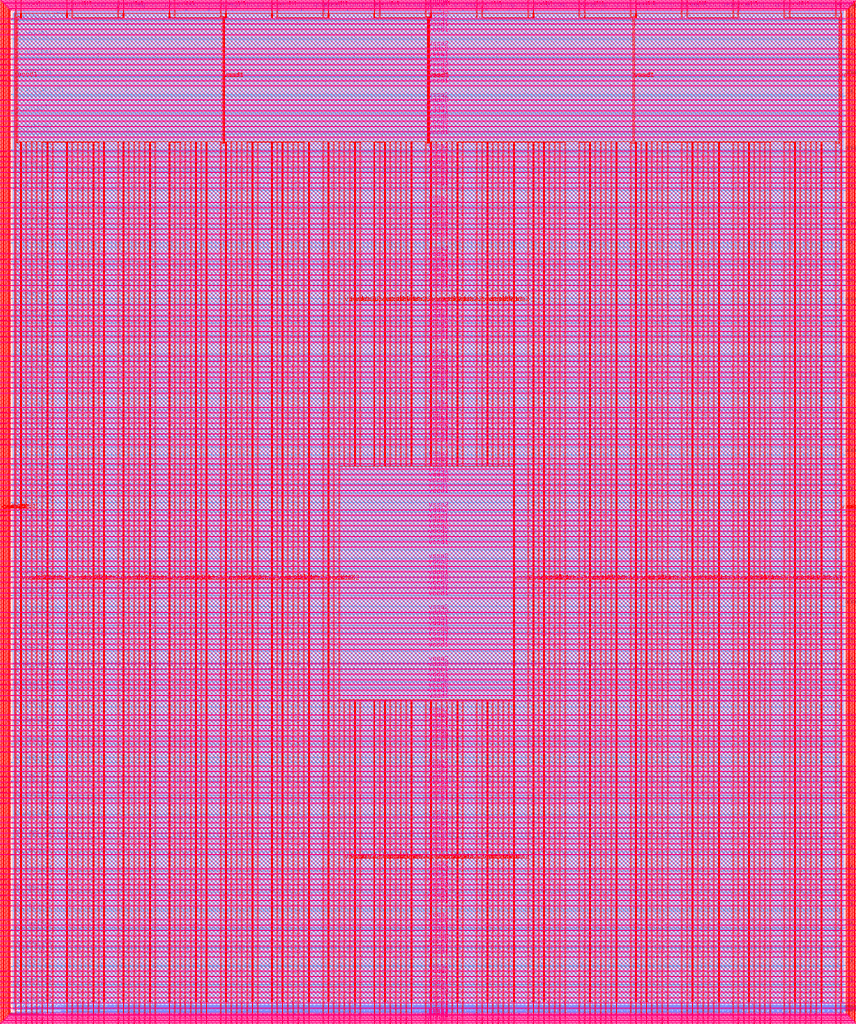
<source format=lef>
VERSION 5.7 ;
  NOWIREEXTENSIONATPIN ON ;
  DIVIDERCHAR "/" ;
  BUSBITCHARS "[]" ;
MACRO user_project_wrapper
  CLASS BLOCK ;
  FOREIGN user_project_wrapper ;
  ORIGIN 0.000 0.000 ;
  SIZE 2920.000 BY 3520.000 ;
  PIN analog_io[0]
    DIRECTION INOUT ;
    USE SIGNAL ;
    PORT
      LAYER met3 ;
        RECT 2917.600 1426.380 2924.800 1427.580 ;
    END
  END analog_io[0]
  PIN analog_io[10]
    DIRECTION INOUT ;
    USE SIGNAL ;
    PORT
      LAYER met2 ;
        RECT 2230.490 3517.600 2231.050 3524.800 ;
    END
  END analog_io[10]
  PIN analog_io[11]
    DIRECTION INOUT ;
    USE SIGNAL ;
    PORT
      LAYER met2 ;
        RECT 1905.730 3517.600 1906.290 3524.800 ;
    END
  END analog_io[11]
  PIN analog_io[12]
    DIRECTION INOUT ;
    USE SIGNAL ;
    PORT
      LAYER met2 ;
        RECT 1581.430 3517.600 1581.990 3524.800 ;
    END
  END analog_io[12]
  PIN analog_io[13]
    DIRECTION INOUT ;
    USE SIGNAL ;
    PORT
      LAYER met2 ;
        RECT 1257.130 3517.600 1257.690 3524.800 ;
    END
  END analog_io[13]
  PIN analog_io[14]
    DIRECTION INOUT ;
    USE SIGNAL ;
    PORT
      LAYER met2 ;
        RECT 932.370 3517.600 932.930 3524.800 ;
    END
  END analog_io[14]
  PIN analog_io[15]
    DIRECTION INOUT ;
    USE SIGNAL ;
    PORT
      LAYER met2 ;
        RECT 608.070 3517.600 608.630 3524.800 ;
    END
  END analog_io[15]
  PIN analog_io[16]
    DIRECTION INOUT ;
    USE SIGNAL ;
    PORT
      LAYER met2 ;
        RECT 283.770 3517.600 284.330 3524.800 ;
    END
  END analog_io[16]
  PIN analog_io[17]
    DIRECTION INOUT ;
    USE SIGNAL ;
    PORT
      LAYER met3 ;
        RECT -4.800 3486.100 2.400 3487.300 ;
    END
  END analog_io[17]
  PIN analog_io[18]
    DIRECTION INOUT ;
    USE SIGNAL ;
    PORT
      LAYER met3 ;
        RECT -4.800 3224.980 2.400 3226.180 ;
    END
  END analog_io[18]
  PIN analog_io[19]
    DIRECTION INOUT ;
    USE SIGNAL ;
    PORT
      LAYER met3 ;
        RECT -4.800 2964.540 2.400 2965.740 ;
    END
  END analog_io[19]
  PIN analog_io[1]
    DIRECTION INOUT ;
    USE SIGNAL ;
    PORT
      LAYER met3 ;
        RECT 2917.600 1692.260 2924.800 1693.460 ;
    END
  END analog_io[1]
  PIN analog_io[20]
    DIRECTION INOUT ;
    USE SIGNAL ;
    PORT
      LAYER met3 ;
        RECT -4.800 2703.420 2.400 2704.620 ;
    END
  END analog_io[20]
  PIN analog_io[21]
    DIRECTION INOUT ;
    USE SIGNAL ;
    PORT
      LAYER met3 ;
        RECT -4.800 2442.980 2.400 2444.180 ;
    END
  END analog_io[21]
  PIN analog_io[22]
    DIRECTION INOUT ;
    USE SIGNAL ;
    PORT
      LAYER met3 ;
        RECT -4.800 2182.540 2.400 2183.740 ;
    END
  END analog_io[22]
  PIN analog_io[23]
    DIRECTION INOUT ;
    USE SIGNAL ;
    PORT
      LAYER met3 ;
        RECT -4.800 1921.420 2.400 1922.620 ;
    END
  END analog_io[23]
  PIN analog_io[24]
    DIRECTION INOUT ;
    USE SIGNAL ;
    PORT
      LAYER met3 ;
        RECT -4.800 1660.980 2.400 1662.180 ;
    END
  END analog_io[24]
  PIN analog_io[25]
    DIRECTION INOUT ;
    USE SIGNAL ;
    PORT
      LAYER met3 ;
        RECT -4.800 1399.860 2.400 1401.060 ;
    END
  END analog_io[25]
  PIN analog_io[26]
    DIRECTION INOUT ;
    USE SIGNAL ;
    PORT
      LAYER met3 ;
        RECT -4.800 1139.420 2.400 1140.620 ;
    END
  END analog_io[26]
  PIN analog_io[27]
    DIRECTION INOUT ;
    USE SIGNAL ;
    PORT
      LAYER met3 ;
        RECT -4.800 878.980 2.400 880.180 ;
    END
  END analog_io[27]
  PIN analog_io[28]
    DIRECTION INOUT ;
    USE SIGNAL ;
    PORT
      LAYER met3 ;
        RECT -4.800 617.860 2.400 619.060 ;
    END
  END analog_io[28]
  PIN analog_io[2]
    DIRECTION INOUT ;
    USE SIGNAL ;
    PORT
      LAYER met3 ;
        RECT 2917.600 1958.140 2924.800 1959.340 ;
    END
  END analog_io[2]
  PIN analog_io[3]
    DIRECTION INOUT ;
    USE SIGNAL ;
    PORT
      LAYER met3 ;
        RECT 2917.600 2223.340 2924.800 2224.540 ;
    END
  END analog_io[3]
  PIN analog_io[4]
    DIRECTION INOUT ;
    USE SIGNAL ;
    PORT
      LAYER met3 ;
        RECT 2917.600 2489.220 2924.800 2490.420 ;
    END
  END analog_io[4]
  PIN analog_io[5]
    DIRECTION INOUT ;
    USE SIGNAL ;
    PORT
      LAYER met3 ;
        RECT 2917.600 2755.100 2924.800 2756.300 ;
    END
  END analog_io[5]
  PIN analog_io[6]
    DIRECTION INOUT ;
    USE SIGNAL ;
    PORT
      LAYER met3 ;
        RECT 2917.600 3020.300 2924.800 3021.500 ;
    END
  END analog_io[6]
  PIN analog_io[7]
    DIRECTION INOUT ;
    USE SIGNAL ;
    PORT
      LAYER met3 ;
        RECT 2917.600 3286.180 2924.800 3287.380 ;
    END
  END analog_io[7]
  PIN analog_io[8]
    DIRECTION INOUT ;
    USE SIGNAL ;
    PORT
      LAYER met2 ;
        RECT 2879.090 3517.600 2879.650 3524.800 ;
    END
  END analog_io[8]
  PIN analog_io[9]
    DIRECTION INOUT ;
    USE SIGNAL ;
    PORT
      LAYER met2 ;
        RECT 2554.790 3517.600 2555.350 3524.800 ;
    END
  END analog_io[9]
  PIN io_in[0]
    DIRECTION INPUT ;
    USE SIGNAL ;
    PORT
      LAYER met3 ;
        RECT 2917.600 32.380 2924.800 33.580 ;
    END
  END io_in[0]
  PIN io_in[10]
    DIRECTION INPUT ;
    USE SIGNAL ;
    PORT
      LAYER met3 ;
        RECT 2917.600 2289.980 2924.800 2291.180 ;
    END
  END io_in[10]
  PIN io_in[11]
    DIRECTION INPUT ;
    USE SIGNAL ;
    PORT
      LAYER met3 ;
        RECT 2917.600 2555.860 2924.800 2557.060 ;
    END
  END io_in[11]
  PIN io_in[12]
    DIRECTION INPUT ;
    USE SIGNAL ;
    PORT
      LAYER met3 ;
        RECT 2917.600 2821.060 2924.800 2822.260 ;
    END
  END io_in[12]
  PIN io_in[13]
    DIRECTION INPUT ;
    USE SIGNAL ;
    PORT
      LAYER met3 ;
        RECT 2917.600 3086.940 2924.800 3088.140 ;
    END
  END io_in[13]
  PIN io_in[14]
    DIRECTION INPUT ;
    USE SIGNAL ;
    PORT
      LAYER met3 ;
        RECT 2917.600 3352.820 2924.800 3354.020 ;
    END
  END io_in[14]
  PIN io_in[15]
    DIRECTION INPUT ;
    USE SIGNAL ;
    PORT
      LAYER met2 ;
        RECT 2798.130 3517.600 2798.690 3524.800 ;
    END
  END io_in[15]
  PIN io_in[16]
    DIRECTION INPUT ;
    USE SIGNAL ;
    PORT
      LAYER met2 ;
        RECT 2473.830 3517.600 2474.390 3524.800 ;
    END
  END io_in[16]
  PIN io_in[17]
    DIRECTION INPUT ;
    USE SIGNAL ;
    PORT
      LAYER met2 ;
        RECT 2149.070 3517.600 2149.630 3524.800 ;
    END
  END io_in[17]
  PIN io_in[18]
    DIRECTION INPUT ;
    USE SIGNAL ;
    PORT
      LAYER met2 ;
        RECT 1824.770 3517.600 1825.330 3524.800 ;
    END
  END io_in[18]
  PIN io_in[19]
    DIRECTION INPUT ;
    USE SIGNAL ;
    PORT
      LAYER met2 ;
        RECT 1500.470 3517.600 1501.030 3524.800 ;
    END
  END io_in[19]
  PIN io_in[1]
    DIRECTION INPUT ;
    USE SIGNAL ;
    PORT
      LAYER met3 ;
        RECT 2917.600 230.940 2924.800 232.140 ;
    END
  END io_in[1]
  PIN io_in[20]
    DIRECTION INPUT ;
    USE SIGNAL ;
    PORT
      LAYER met2 ;
        RECT 1175.710 3517.600 1176.270 3524.800 ;
    END
  END io_in[20]
  PIN io_in[21]
    DIRECTION INPUT ;
    USE SIGNAL ;
    PORT
      LAYER met2 ;
        RECT 851.410 3517.600 851.970 3524.800 ;
    END
  END io_in[21]
  PIN io_in[22]
    DIRECTION INPUT ;
    USE SIGNAL ;
    PORT
      LAYER met2 ;
        RECT 527.110 3517.600 527.670 3524.800 ;
    END
  END io_in[22]
  PIN io_in[23]
    DIRECTION INPUT ;
    USE SIGNAL ;
    PORT
      LAYER met2 ;
        RECT 202.350 3517.600 202.910 3524.800 ;
    END
  END io_in[23]
  PIN io_in[24]
    DIRECTION INPUT ;
    USE SIGNAL ;
    PORT
      LAYER met3 ;
        RECT -4.800 3420.820 2.400 3422.020 ;
    END
  END io_in[24]
  PIN io_in[25]
    DIRECTION INPUT ;
    USE SIGNAL ;
    PORT
      LAYER met3 ;
        RECT -4.800 3159.700 2.400 3160.900 ;
    END
  END io_in[25]
  PIN io_in[26]
    DIRECTION INPUT ;
    USE SIGNAL ;
    PORT
      LAYER met3 ;
        RECT -4.800 2899.260 2.400 2900.460 ;
    END
  END io_in[26]
  PIN io_in[27]
    DIRECTION INPUT ;
    USE SIGNAL ;
    PORT
      LAYER met3 ;
        RECT -4.800 2638.820 2.400 2640.020 ;
    END
  END io_in[27]
  PIN io_in[28]
    DIRECTION INPUT ;
    USE SIGNAL ;
    PORT
      LAYER met3 ;
        RECT -4.800 2377.700 2.400 2378.900 ;
    END
  END io_in[28]
  PIN io_in[29]
    DIRECTION INPUT ;
    USE SIGNAL ;
    PORT
      LAYER met3 ;
        RECT -4.800 2117.260 2.400 2118.460 ;
    END
  END io_in[29]
  PIN io_in[2]
    DIRECTION INPUT ;
    USE SIGNAL ;
    PORT
      LAYER met3 ;
        RECT 2917.600 430.180 2924.800 431.380 ;
    END
  END io_in[2]
  PIN io_in[30]
    DIRECTION INPUT ;
    USE SIGNAL ;
    PORT
      LAYER met3 ;
        RECT -4.800 1856.140 2.400 1857.340 ;
    END
  END io_in[30]
  PIN io_in[31]
    DIRECTION INPUT ;
    USE SIGNAL ;
    PORT
      LAYER met3 ;
        RECT -4.800 1595.700 2.400 1596.900 ;
    END
  END io_in[31]
  PIN io_in[32]
    DIRECTION INPUT ;
    USE SIGNAL ;
    PORT
      LAYER met3 ;
        RECT -4.800 1335.260 2.400 1336.460 ;
    END
  END io_in[32]
  PIN io_in[33]
    DIRECTION INPUT ;
    USE SIGNAL ;
    PORT
      LAYER met3 ;
        RECT -4.800 1074.140 2.400 1075.340 ;
    END
  END io_in[33]
  PIN io_in[34]
    DIRECTION INPUT ;
    USE SIGNAL ;
    PORT
      LAYER met3 ;
        RECT -4.800 813.700 2.400 814.900 ;
    END
  END io_in[34]
  PIN io_in[35]
    DIRECTION INPUT ;
    USE SIGNAL ;
    PORT
      LAYER met3 ;
        RECT -4.800 552.580 2.400 553.780 ;
    END
  END io_in[35]
  PIN io_in[36]
    DIRECTION INPUT ;
    USE SIGNAL ;
    PORT
      LAYER met3 ;
        RECT -4.800 357.420 2.400 358.620 ;
    END
  END io_in[36]
  PIN io_in[37]
    DIRECTION INPUT ;
    USE SIGNAL ;
    PORT
      LAYER met3 ;
        RECT -4.800 161.580 2.400 162.780 ;
    END
  END io_in[37]
  PIN io_in[3]
    DIRECTION INPUT ;
    USE SIGNAL ;
    PORT
      LAYER met3 ;
        RECT 2917.600 629.420 2924.800 630.620 ;
    END
  END io_in[3]
  PIN io_in[4]
    DIRECTION INPUT ;
    USE SIGNAL ;
    PORT
      LAYER met3 ;
        RECT 2917.600 828.660 2924.800 829.860 ;
    END
  END io_in[4]
  PIN io_in[5]
    DIRECTION INPUT ;
    USE SIGNAL ;
    PORT
      LAYER met3 ;
        RECT 2917.600 1027.900 2924.800 1029.100 ;
    END
  END io_in[5]
  PIN io_in[6]
    DIRECTION INPUT ;
    USE SIGNAL ;
    PORT
      LAYER met3 ;
        RECT 2917.600 1227.140 2924.800 1228.340 ;
    END
  END io_in[6]
  PIN io_in[7]
    DIRECTION INPUT ;
    USE SIGNAL ;
    PORT
      LAYER met3 ;
        RECT 2917.600 1493.020 2924.800 1494.220 ;
    END
  END io_in[7]
  PIN io_in[8]
    DIRECTION INPUT ;
    USE SIGNAL ;
    PORT
      LAYER met3 ;
        RECT 2917.600 1758.900 2924.800 1760.100 ;
    END
  END io_in[8]
  PIN io_in[9]
    DIRECTION INPUT ;
    USE SIGNAL ;
    PORT
      LAYER met3 ;
        RECT 2917.600 2024.100 2924.800 2025.300 ;
    END
  END io_in[9]
  PIN io_oeb[0]
    DIRECTION OUTPUT TRISTATE ;
    USE SIGNAL ;
    PORT
      LAYER met3 ;
        RECT 2917.600 164.980 2924.800 166.180 ;
    END
  END io_oeb[0]
  PIN io_oeb[10]
    DIRECTION OUTPUT TRISTATE ;
    USE SIGNAL ;
    PORT
      LAYER met3 ;
        RECT 2917.600 2422.580 2924.800 2423.780 ;
    END
  END io_oeb[10]
  PIN io_oeb[11]
    DIRECTION OUTPUT TRISTATE ;
    USE SIGNAL ;
    PORT
      LAYER met3 ;
        RECT 2917.600 2688.460 2924.800 2689.660 ;
    END
  END io_oeb[11]
  PIN io_oeb[12]
    DIRECTION OUTPUT TRISTATE ;
    USE SIGNAL ;
    PORT
      LAYER met3 ;
        RECT 2917.600 2954.340 2924.800 2955.540 ;
    END
  END io_oeb[12]
  PIN io_oeb[13]
    DIRECTION OUTPUT TRISTATE ;
    USE SIGNAL ;
    PORT
      LAYER met3 ;
        RECT 2917.600 3219.540 2924.800 3220.740 ;
    END
  END io_oeb[13]
  PIN io_oeb[14]
    DIRECTION OUTPUT TRISTATE ;
    USE SIGNAL ;
    PORT
      LAYER met3 ;
        RECT 2917.600 3485.420 2924.800 3486.620 ;
    END
  END io_oeb[14]
  PIN io_oeb[15]
    DIRECTION OUTPUT TRISTATE ;
    USE SIGNAL ;
    PORT
      LAYER met2 ;
        RECT 2635.750 3517.600 2636.310 3524.800 ;
    END
  END io_oeb[15]
  PIN io_oeb[16]
    DIRECTION OUTPUT TRISTATE ;
    USE SIGNAL ;
    PORT
      LAYER met2 ;
        RECT 2311.450 3517.600 2312.010 3524.800 ;
    END
  END io_oeb[16]
  PIN io_oeb[17]
    DIRECTION OUTPUT TRISTATE ;
    USE SIGNAL ;
    PORT
      LAYER met2 ;
        RECT 1987.150 3517.600 1987.710 3524.800 ;
    END
  END io_oeb[17]
  PIN io_oeb[18]
    DIRECTION OUTPUT TRISTATE ;
    USE SIGNAL ;
    PORT
      LAYER met2 ;
        RECT 1662.390 3517.600 1662.950 3524.800 ;
    END
  END io_oeb[18]
  PIN io_oeb[19]
    DIRECTION OUTPUT TRISTATE ;
    USE SIGNAL ;
    PORT
      LAYER met2 ;
        RECT 1338.090 3517.600 1338.650 3524.800 ;
    END
  END io_oeb[19]
  PIN io_oeb[1]
    DIRECTION OUTPUT TRISTATE ;
    USE SIGNAL ;
    PORT
      LAYER met3 ;
        RECT 2917.600 364.220 2924.800 365.420 ;
    END
  END io_oeb[1]
  PIN io_oeb[20]
    DIRECTION OUTPUT TRISTATE ;
    USE SIGNAL ;
    PORT
      LAYER met2 ;
        RECT 1013.790 3517.600 1014.350 3524.800 ;
    END
  END io_oeb[20]
  PIN io_oeb[21]
    DIRECTION OUTPUT TRISTATE ;
    USE SIGNAL ;
    PORT
      LAYER met2 ;
        RECT 689.030 3517.600 689.590 3524.800 ;
    END
  END io_oeb[21]
  PIN io_oeb[22]
    DIRECTION OUTPUT TRISTATE ;
    USE SIGNAL ;
    PORT
      LAYER met2 ;
        RECT 364.730 3517.600 365.290 3524.800 ;
    END
  END io_oeb[22]
  PIN io_oeb[23]
    DIRECTION OUTPUT TRISTATE ;
    USE SIGNAL ;
    PORT
      LAYER met2 ;
        RECT 40.430 3517.600 40.990 3524.800 ;
    END
  END io_oeb[23]
  PIN io_oeb[24]
    DIRECTION OUTPUT TRISTATE ;
    USE SIGNAL ;
    PORT
      LAYER met3 ;
        RECT -4.800 3290.260 2.400 3291.460 ;
    END
  END io_oeb[24]
  PIN io_oeb[25]
    DIRECTION OUTPUT TRISTATE ;
    USE SIGNAL ;
    PORT
      LAYER met3 ;
        RECT -4.800 3029.820 2.400 3031.020 ;
    END
  END io_oeb[25]
  PIN io_oeb[26]
    DIRECTION OUTPUT TRISTATE ;
    USE SIGNAL ;
    PORT
      LAYER met3 ;
        RECT -4.800 2768.700 2.400 2769.900 ;
    END
  END io_oeb[26]
  PIN io_oeb[27]
    DIRECTION OUTPUT TRISTATE ;
    USE SIGNAL ;
    PORT
      LAYER met3 ;
        RECT -4.800 2508.260 2.400 2509.460 ;
    END
  END io_oeb[27]
  PIN io_oeb[28]
    DIRECTION OUTPUT TRISTATE ;
    USE SIGNAL ;
    PORT
      LAYER met3 ;
        RECT -4.800 2247.140 2.400 2248.340 ;
    END
  END io_oeb[28]
  PIN io_oeb[29]
    DIRECTION OUTPUT TRISTATE ;
    USE SIGNAL ;
    PORT
      LAYER met3 ;
        RECT -4.800 1986.700 2.400 1987.900 ;
    END
  END io_oeb[29]
  PIN io_oeb[2]
    DIRECTION OUTPUT TRISTATE ;
    USE SIGNAL ;
    PORT
      LAYER met3 ;
        RECT 2917.600 563.460 2924.800 564.660 ;
    END
  END io_oeb[2]
  PIN io_oeb[30]
    DIRECTION OUTPUT TRISTATE ;
    USE SIGNAL ;
    PORT
      LAYER met3 ;
        RECT -4.800 1726.260 2.400 1727.460 ;
    END
  END io_oeb[30]
  PIN io_oeb[31]
    DIRECTION OUTPUT TRISTATE ;
    USE SIGNAL ;
    PORT
      LAYER met3 ;
        RECT -4.800 1465.140 2.400 1466.340 ;
    END
  END io_oeb[31]
  PIN io_oeb[32]
    DIRECTION OUTPUT TRISTATE ;
    USE SIGNAL ;
    PORT
      LAYER met3 ;
        RECT -4.800 1204.700 2.400 1205.900 ;
    END
  END io_oeb[32]
  PIN io_oeb[33]
    DIRECTION OUTPUT TRISTATE ;
    USE SIGNAL ;
    PORT
      LAYER met3 ;
        RECT -4.800 943.580 2.400 944.780 ;
    END
  END io_oeb[33]
  PIN io_oeb[34]
    DIRECTION OUTPUT TRISTATE ;
    USE SIGNAL ;
    PORT
      LAYER met3 ;
        RECT -4.800 683.140 2.400 684.340 ;
    END
  END io_oeb[34]
  PIN io_oeb[35]
    DIRECTION OUTPUT TRISTATE ;
    USE SIGNAL ;
    PORT
      LAYER met3 ;
        RECT -4.800 422.700 2.400 423.900 ;
    END
  END io_oeb[35]
  PIN io_oeb[36]
    DIRECTION OUTPUT TRISTATE ;
    USE SIGNAL ;
    PORT
      LAYER met3 ;
        RECT -4.800 226.860 2.400 228.060 ;
    END
  END io_oeb[36]
  PIN io_oeb[37]
    DIRECTION OUTPUT TRISTATE ;
    USE SIGNAL ;
    PORT
      LAYER met3 ;
        RECT -4.800 31.700 2.400 32.900 ;
    END
  END io_oeb[37]
  PIN io_oeb[3]
    DIRECTION OUTPUT TRISTATE ;
    USE SIGNAL ;
    PORT
      LAYER met3 ;
        RECT 2917.600 762.700 2924.800 763.900 ;
    END
  END io_oeb[3]
  PIN io_oeb[4]
    DIRECTION OUTPUT TRISTATE ;
    USE SIGNAL ;
    PORT
      LAYER met3 ;
        RECT 2917.600 961.940 2924.800 963.140 ;
    END
  END io_oeb[4]
  PIN io_oeb[5]
    DIRECTION OUTPUT TRISTATE ;
    USE SIGNAL ;
    PORT
      LAYER met3 ;
        RECT 2917.600 1161.180 2924.800 1162.380 ;
    END
  END io_oeb[5]
  PIN io_oeb[6]
    DIRECTION OUTPUT TRISTATE ;
    USE SIGNAL ;
    PORT
      LAYER met3 ;
        RECT 2917.600 1360.420 2924.800 1361.620 ;
    END
  END io_oeb[6]
  PIN io_oeb[7]
    DIRECTION OUTPUT TRISTATE ;
    USE SIGNAL ;
    PORT
      LAYER met3 ;
        RECT 2917.600 1625.620 2924.800 1626.820 ;
    END
  END io_oeb[7]
  PIN io_oeb[8]
    DIRECTION OUTPUT TRISTATE ;
    USE SIGNAL ;
    PORT
      LAYER met3 ;
        RECT 2917.600 1891.500 2924.800 1892.700 ;
    END
  END io_oeb[8]
  PIN io_oeb[9]
    DIRECTION OUTPUT TRISTATE ;
    USE SIGNAL ;
    PORT
      LAYER met3 ;
        RECT 2917.600 2157.380 2924.800 2158.580 ;
    END
  END io_oeb[9]
  PIN io_out[0]
    DIRECTION OUTPUT TRISTATE ;
    USE SIGNAL ;
    PORT
      LAYER met3 ;
        RECT 2917.600 98.340 2924.800 99.540 ;
    END
  END io_out[0]
  PIN io_out[10]
    DIRECTION OUTPUT TRISTATE ;
    USE SIGNAL ;
    PORT
      LAYER met3 ;
        RECT 2917.600 2356.620 2924.800 2357.820 ;
    END
  END io_out[10]
  PIN io_out[11]
    DIRECTION OUTPUT TRISTATE ;
    USE SIGNAL ;
    PORT
      LAYER met3 ;
        RECT 2917.600 2621.820 2924.800 2623.020 ;
    END
  END io_out[11]
  PIN io_out[12]
    DIRECTION OUTPUT TRISTATE ;
    USE SIGNAL ;
    PORT
      LAYER met3 ;
        RECT 2917.600 2887.700 2924.800 2888.900 ;
    END
  END io_out[12]
  PIN io_out[13]
    DIRECTION OUTPUT TRISTATE ;
    USE SIGNAL ;
    PORT
      LAYER met3 ;
        RECT 2917.600 3153.580 2924.800 3154.780 ;
    END
  END io_out[13]
  PIN io_out[14]
    DIRECTION OUTPUT TRISTATE ;
    USE SIGNAL ;
    PORT
      LAYER met3 ;
        RECT 2917.600 3418.780 2924.800 3419.980 ;
    END
  END io_out[14]
  PIN io_out[15]
    DIRECTION OUTPUT TRISTATE ;
    USE SIGNAL ;
    PORT
      LAYER met2 ;
        RECT 2717.170 3517.600 2717.730 3524.800 ;
    END
  END io_out[15]
  PIN io_out[16]
    DIRECTION OUTPUT TRISTATE ;
    USE SIGNAL ;
    PORT
      LAYER met2 ;
        RECT 2392.410 3517.600 2392.970 3524.800 ;
    END
  END io_out[16]
  PIN io_out[17]
    DIRECTION OUTPUT TRISTATE ;
    USE SIGNAL ;
    PORT
      LAYER met2 ;
        RECT 2068.110 3517.600 2068.670 3524.800 ;
    END
  END io_out[17]
  PIN io_out[18]
    DIRECTION OUTPUT TRISTATE ;
    USE SIGNAL ;
    PORT
      LAYER met2 ;
        RECT 1743.810 3517.600 1744.370 3524.800 ;
    END
  END io_out[18]
  PIN io_out[19]
    DIRECTION OUTPUT TRISTATE ;
    USE SIGNAL ;
    PORT
      LAYER met2 ;
        RECT 1419.050 3517.600 1419.610 3524.800 ;
    END
  END io_out[19]
  PIN io_out[1]
    DIRECTION OUTPUT TRISTATE ;
    USE SIGNAL ;
    PORT
      LAYER met3 ;
        RECT 2917.600 297.580 2924.800 298.780 ;
    END
  END io_out[1]
  PIN io_out[20]
    DIRECTION OUTPUT TRISTATE ;
    USE SIGNAL ;
    PORT
      LAYER met2 ;
        RECT 1094.750 3517.600 1095.310 3524.800 ;
    END
  END io_out[20]
  PIN io_out[21]
    DIRECTION OUTPUT TRISTATE ;
    USE SIGNAL ;
    PORT
      LAYER met2 ;
        RECT 770.450 3517.600 771.010 3524.800 ;
    END
  END io_out[21]
  PIN io_out[22]
    DIRECTION OUTPUT TRISTATE ;
    USE SIGNAL ;
    PORT
      LAYER met2 ;
        RECT 445.690 3517.600 446.250 3524.800 ;
    END
  END io_out[22]
  PIN io_out[23]
    DIRECTION OUTPUT TRISTATE ;
    USE SIGNAL ;
    PORT
      LAYER met2 ;
        RECT 121.390 3517.600 121.950 3524.800 ;
    END
  END io_out[23]
  PIN io_out[24]
    DIRECTION OUTPUT TRISTATE ;
    USE SIGNAL ;
    PORT
      LAYER met3 ;
        RECT -4.800 3355.540 2.400 3356.740 ;
    END
  END io_out[24]
  PIN io_out[25]
    DIRECTION OUTPUT TRISTATE ;
    USE SIGNAL ;
    PORT
      LAYER met3 ;
        RECT -4.800 3095.100 2.400 3096.300 ;
    END
  END io_out[25]
  PIN io_out[26]
    DIRECTION OUTPUT TRISTATE ;
    USE SIGNAL ;
    PORT
      LAYER met3 ;
        RECT -4.800 2833.980 2.400 2835.180 ;
    END
  END io_out[26]
  PIN io_out[27]
    DIRECTION OUTPUT TRISTATE ;
    USE SIGNAL ;
    PORT
      LAYER met3 ;
        RECT -4.800 2573.540 2.400 2574.740 ;
    END
  END io_out[27]
  PIN io_out[28]
    DIRECTION OUTPUT TRISTATE ;
    USE SIGNAL ;
    PORT
      LAYER met3 ;
        RECT -4.800 2312.420 2.400 2313.620 ;
    END
  END io_out[28]
  PIN io_out[29]
    DIRECTION OUTPUT TRISTATE ;
    USE SIGNAL ;
    PORT
      LAYER met3 ;
        RECT -4.800 2051.980 2.400 2053.180 ;
    END
  END io_out[29]
  PIN io_out[2]
    DIRECTION OUTPUT TRISTATE ;
    USE SIGNAL ;
    PORT
      LAYER met3 ;
        RECT 2917.600 496.820 2924.800 498.020 ;
    END
  END io_out[2]
  PIN io_out[30]
    DIRECTION OUTPUT TRISTATE ;
    USE SIGNAL ;
    PORT
      LAYER met3 ;
        RECT -4.800 1791.540 2.400 1792.740 ;
    END
  END io_out[30]
  PIN io_out[31]
    DIRECTION OUTPUT TRISTATE ;
    USE SIGNAL ;
    PORT
      LAYER met3 ;
        RECT -4.800 1530.420 2.400 1531.620 ;
    END
  END io_out[31]
  PIN io_out[32]
    DIRECTION OUTPUT TRISTATE ;
    USE SIGNAL ;
    PORT
      LAYER met3 ;
        RECT -4.800 1269.980 2.400 1271.180 ;
    END
  END io_out[32]
  PIN io_out[33]
    DIRECTION OUTPUT TRISTATE ;
    USE SIGNAL ;
    PORT
      LAYER met3 ;
        RECT -4.800 1008.860 2.400 1010.060 ;
    END
  END io_out[33]
  PIN io_out[34]
    DIRECTION OUTPUT TRISTATE ;
    USE SIGNAL ;
    PORT
      LAYER met3 ;
        RECT -4.800 748.420 2.400 749.620 ;
    END
  END io_out[34]
  PIN io_out[35]
    DIRECTION OUTPUT TRISTATE ;
    USE SIGNAL ;
    PORT
      LAYER met3 ;
        RECT -4.800 487.300 2.400 488.500 ;
    END
  END io_out[35]
  PIN io_out[36]
    DIRECTION OUTPUT TRISTATE ;
    USE SIGNAL ;
    PORT
      LAYER met3 ;
        RECT -4.800 292.140 2.400 293.340 ;
    END
  END io_out[36]
  PIN io_out[37]
    DIRECTION OUTPUT TRISTATE ;
    USE SIGNAL ;
    PORT
      LAYER met3 ;
        RECT -4.800 96.300 2.400 97.500 ;
    END
  END io_out[37]
  PIN io_out[3]
    DIRECTION OUTPUT TRISTATE ;
    USE SIGNAL ;
    PORT
      LAYER met3 ;
        RECT 2917.600 696.060 2924.800 697.260 ;
    END
  END io_out[3]
  PIN io_out[4]
    DIRECTION OUTPUT TRISTATE ;
    USE SIGNAL ;
    PORT
      LAYER met3 ;
        RECT 2917.600 895.300 2924.800 896.500 ;
    END
  END io_out[4]
  PIN io_out[5]
    DIRECTION OUTPUT TRISTATE ;
    USE SIGNAL ;
    PORT
      LAYER met3 ;
        RECT 2917.600 1094.540 2924.800 1095.740 ;
    END
  END io_out[5]
  PIN io_out[6]
    DIRECTION OUTPUT TRISTATE ;
    USE SIGNAL ;
    PORT
      LAYER met3 ;
        RECT 2917.600 1293.780 2924.800 1294.980 ;
    END
  END io_out[6]
  PIN io_out[7]
    DIRECTION OUTPUT TRISTATE ;
    USE SIGNAL ;
    PORT
      LAYER met3 ;
        RECT 2917.600 1559.660 2924.800 1560.860 ;
    END
  END io_out[7]
  PIN io_out[8]
    DIRECTION OUTPUT TRISTATE ;
    USE SIGNAL ;
    PORT
      LAYER met3 ;
        RECT 2917.600 1824.860 2924.800 1826.060 ;
    END
  END io_out[8]
  PIN io_out[9]
    DIRECTION OUTPUT TRISTATE ;
    USE SIGNAL ;
    PORT
      LAYER met3 ;
        RECT 2917.600 2090.740 2924.800 2091.940 ;
    END
  END io_out[9]
  PIN la_data_in[0]
    DIRECTION INPUT ;
    USE SIGNAL ;
    PORT
      LAYER met2 ;
        RECT 629.230 -4.800 629.790 2.400 ;
    END
  END la_data_in[0]
  PIN la_data_in[100]
    DIRECTION INPUT ;
    USE SIGNAL ;
    PORT
      LAYER met2 ;
        RECT 2402.530 -4.800 2403.090 2.400 ;
    END
  END la_data_in[100]
  PIN la_data_in[101]
    DIRECTION INPUT ;
    USE SIGNAL ;
    PORT
      LAYER met2 ;
        RECT 2420.010 -4.800 2420.570 2.400 ;
    END
  END la_data_in[101]
  PIN la_data_in[102]
    DIRECTION INPUT ;
    USE SIGNAL ;
    PORT
      LAYER met2 ;
        RECT 2437.950 -4.800 2438.510 2.400 ;
    END
  END la_data_in[102]
  PIN la_data_in[103]
    DIRECTION INPUT ;
    USE SIGNAL ;
    PORT
      LAYER met2 ;
        RECT 2455.430 -4.800 2455.990 2.400 ;
    END
  END la_data_in[103]
  PIN la_data_in[104]
    DIRECTION INPUT ;
    USE SIGNAL ;
    PORT
      LAYER met2 ;
        RECT 2473.370 -4.800 2473.930 2.400 ;
    END
  END la_data_in[104]
  PIN la_data_in[105]
    DIRECTION INPUT ;
    USE SIGNAL ;
    PORT
      LAYER met2 ;
        RECT 2490.850 -4.800 2491.410 2.400 ;
    END
  END la_data_in[105]
  PIN la_data_in[106]
    DIRECTION INPUT ;
    USE SIGNAL ;
    PORT
      LAYER met2 ;
        RECT 2508.790 -4.800 2509.350 2.400 ;
    END
  END la_data_in[106]
  PIN la_data_in[107]
    DIRECTION INPUT ;
    USE SIGNAL ;
    PORT
      LAYER met2 ;
        RECT 2526.730 -4.800 2527.290 2.400 ;
    END
  END la_data_in[107]
  PIN la_data_in[108]
    DIRECTION INPUT ;
    USE SIGNAL ;
    PORT
      LAYER met2 ;
        RECT 2544.210 -4.800 2544.770 2.400 ;
    END
  END la_data_in[108]
  PIN la_data_in[109]
    DIRECTION INPUT ;
    USE SIGNAL ;
    PORT
      LAYER met2 ;
        RECT 2562.150 -4.800 2562.710 2.400 ;
    END
  END la_data_in[109]
  PIN la_data_in[10]
    DIRECTION INPUT ;
    USE SIGNAL ;
    PORT
      LAYER met2 ;
        RECT 806.330 -4.800 806.890 2.400 ;
    END
  END la_data_in[10]
  PIN la_data_in[110]
    DIRECTION INPUT ;
    USE SIGNAL ;
    PORT
      LAYER met2 ;
        RECT 2579.630 -4.800 2580.190 2.400 ;
    END
  END la_data_in[110]
  PIN la_data_in[111]
    DIRECTION INPUT ;
    USE SIGNAL ;
    PORT
      LAYER met2 ;
        RECT 2597.570 -4.800 2598.130 2.400 ;
    END
  END la_data_in[111]
  PIN la_data_in[112]
    DIRECTION INPUT ;
    USE SIGNAL ;
    PORT
      LAYER met2 ;
        RECT 2615.050 -4.800 2615.610 2.400 ;
    END
  END la_data_in[112]
  PIN la_data_in[113]
    DIRECTION INPUT ;
    USE SIGNAL ;
    PORT
      LAYER met2 ;
        RECT 2632.990 -4.800 2633.550 2.400 ;
    END
  END la_data_in[113]
  PIN la_data_in[114]
    DIRECTION INPUT ;
    USE SIGNAL ;
    PORT
      LAYER met2 ;
        RECT 2650.470 -4.800 2651.030 2.400 ;
    END
  END la_data_in[114]
  PIN la_data_in[115]
    DIRECTION INPUT ;
    USE SIGNAL ;
    PORT
      LAYER met2 ;
        RECT 2668.410 -4.800 2668.970 2.400 ;
    END
  END la_data_in[115]
  PIN la_data_in[116]
    DIRECTION INPUT ;
    USE SIGNAL ;
    PORT
      LAYER met2 ;
        RECT 2685.890 -4.800 2686.450 2.400 ;
    END
  END la_data_in[116]
  PIN la_data_in[117]
    DIRECTION INPUT ;
    USE SIGNAL ;
    PORT
      LAYER met2 ;
        RECT 2703.830 -4.800 2704.390 2.400 ;
    END
  END la_data_in[117]
  PIN la_data_in[118]
    DIRECTION INPUT ;
    USE SIGNAL ;
    PORT
      LAYER met2 ;
        RECT 2721.770 -4.800 2722.330 2.400 ;
    END
  END la_data_in[118]
  PIN la_data_in[119]
    DIRECTION INPUT ;
    USE SIGNAL ;
    PORT
      LAYER met2 ;
        RECT 2739.250 -4.800 2739.810 2.400 ;
    END
  END la_data_in[119]
  PIN la_data_in[11]
    DIRECTION INPUT ;
    USE SIGNAL ;
    PORT
      LAYER met2 ;
        RECT 824.270 -4.800 824.830 2.400 ;
    END
  END la_data_in[11]
  PIN la_data_in[120]
    DIRECTION INPUT ;
    USE SIGNAL ;
    PORT
      LAYER met2 ;
        RECT 2757.190 -4.800 2757.750 2.400 ;
    END
  END la_data_in[120]
  PIN la_data_in[121]
    DIRECTION INPUT ;
    USE SIGNAL ;
    PORT
      LAYER met2 ;
        RECT 2774.670 -4.800 2775.230 2.400 ;
    END
  END la_data_in[121]
  PIN la_data_in[122]
    DIRECTION INPUT ;
    USE SIGNAL ;
    PORT
      LAYER met2 ;
        RECT 2792.610 -4.800 2793.170 2.400 ;
    END
  END la_data_in[122]
  PIN la_data_in[123]
    DIRECTION INPUT ;
    USE SIGNAL ;
    PORT
      LAYER met2 ;
        RECT 2810.090 -4.800 2810.650 2.400 ;
    END
  END la_data_in[123]
  PIN la_data_in[124]
    DIRECTION INPUT ;
    USE SIGNAL ;
    PORT
      LAYER met2 ;
        RECT 2828.030 -4.800 2828.590 2.400 ;
    END
  END la_data_in[124]
  PIN la_data_in[125]
    DIRECTION INPUT ;
    USE SIGNAL ;
    PORT
      LAYER met2 ;
        RECT 2845.510 -4.800 2846.070 2.400 ;
    END
  END la_data_in[125]
  PIN la_data_in[126]
    DIRECTION INPUT ;
    USE SIGNAL ;
    PORT
      LAYER met2 ;
        RECT 2863.450 -4.800 2864.010 2.400 ;
    END
  END la_data_in[126]
  PIN la_data_in[127]
    DIRECTION INPUT ;
    USE SIGNAL ;
    PORT
      LAYER met2 ;
        RECT 2881.390 -4.800 2881.950 2.400 ;
    END
  END la_data_in[127]
  PIN la_data_in[12]
    DIRECTION INPUT ;
    USE SIGNAL ;
    PORT
      LAYER met2 ;
        RECT 841.750 -4.800 842.310 2.400 ;
    END
  END la_data_in[12]
  PIN la_data_in[13]
    DIRECTION INPUT ;
    USE SIGNAL ;
    PORT
      LAYER met2 ;
        RECT 859.690 -4.800 860.250 2.400 ;
    END
  END la_data_in[13]
  PIN la_data_in[14]
    DIRECTION INPUT ;
    USE SIGNAL ;
    PORT
      LAYER met2 ;
        RECT 877.170 -4.800 877.730 2.400 ;
    END
  END la_data_in[14]
  PIN la_data_in[15]
    DIRECTION INPUT ;
    USE SIGNAL ;
    PORT
      LAYER met2 ;
        RECT 895.110 -4.800 895.670 2.400 ;
    END
  END la_data_in[15]
  PIN la_data_in[16]
    DIRECTION INPUT ;
    USE SIGNAL ;
    PORT
      LAYER met2 ;
        RECT 912.590 -4.800 913.150 2.400 ;
    END
  END la_data_in[16]
  PIN la_data_in[17]
    DIRECTION INPUT ;
    USE SIGNAL ;
    PORT
      LAYER met2 ;
        RECT 930.530 -4.800 931.090 2.400 ;
    END
  END la_data_in[17]
  PIN la_data_in[18]
    DIRECTION INPUT ;
    USE SIGNAL ;
    PORT
      LAYER met2 ;
        RECT 948.470 -4.800 949.030 2.400 ;
    END
  END la_data_in[18]
  PIN la_data_in[19]
    DIRECTION INPUT ;
    USE SIGNAL ;
    PORT
      LAYER met2 ;
        RECT 965.950 -4.800 966.510 2.400 ;
    END
  END la_data_in[19]
  PIN la_data_in[1]
    DIRECTION INPUT ;
    USE SIGNAL ;
    PORT
      LAYER met2 ;
        RECT 646.710 -4.800 647.270 2.400 ;
    END
  END la_data_in[1]
  PIN la_data_in[20]
    DIRECTION INPUT ;
    USE SIGNAL ;
    PORT
      LAYER met2 ;
        RECT 983.890 -4.800 984.450 2.400 ;
    END
  END la_data_in[20]
  PIN la_data_in[21]
    DIRECTION INPUT ;
    USE SIGNAL ;
    PORT
      LAYER met2 ;
        RECT 1001.370 -4.800 1001.930 2.400 ;
    END
  END la_data_in[21]
  PIN la_data_in[22]
    DIRECTION INPUT ;
    USE SIGNAL ;
    PORT
      LAYER met2 ;
        RECT 1019.310 -4.800 1019.870 2.400 ;
    END
  END la_data_in[22]
  PIN la_data_in[23]
    DIRECTION INPUT ;
    USE SIGNAL ;
    PORT
      LAYER met2 ;
        RECT 1036.790 -4.800 1037.350 2.400 ;
    END
  END la_data_in[23]
  PIN la_data_in[24]
    DIRECTION INPUT ;
    USE SIGNAL ;
    PORT
      LAYER met2 ;
        RECT 1054.730 -4.800 1055.290 2.400 ;
    END
  END la_data_in[24]
  PIN la_data_in[25]
    DIRECTION INPUT ;
    USE SIGNAL ;
    PORT
      LAYER met2 ;
        RECT 1072.210 -4.800 1072.770 2.400 ;
    END
  END la_data_in[25]
  PIN la_data_in[26]
    DIRECTION INPUT ;
    USE SIGNAL ;
    PORT
      LAYER met2 ;
        RECT 1090.150 -4.800 1090.710 2.400 ;
    END
  END la_data_in[26]
  PIN la_data_in[27]
    DIRECTION INPUT ;
    USE SIGNAL ;
    PORT
      LAYER met2 ;
        RECT 1107.630 -4.800 1108.190 2.400 ;
    END
  END la_data_in[27]
  PIN la_data_in[28]
    DIRECTION INPUT ;
    USE SIGNAL ;
    PORT
      LAYER met2 ;
        RECT 1125.570 -4.800 1126.130 2.400 ;
    END
  END la_data_in[28]
  PIN la_data_in[29]
    DIRECTION INPUT ;
    USE SIGNAL ;
    PORT
      LAYER met2 ;
        RECT 1143.510 -4.800 1144.070 2.400 ;
    END
  END la_data_in[29]
  PIN la_data_in[2]
    DIRECTION INPUT ;
    USE SIGNAL ;
    PORT
      LAYER met2 ;
        RECT 664.650 -4.800 665.210 2.400 ;
    END
  END la_data_in[2]
  PIN la_data_in[30]
    DIRECTION INPUT ;
    USE SIGNAL ;
    PORT
      LAYER met2 ;
        RECT 1160.990 -4.800 1161.550 2.400 ;
    END
  END la_data_in[30]
  PIN la_data_in[31]
    DIRECTION INPUT ;
    USE SIGNAL ;
    PORT
      LAYER met2 ;
        RECT 1178.930 -4.800 1179.490 2.400 ;
    END
  END la_data_in[31]
  PIN la_data_in[32]
    DIRECTION INPUT ;
    USE SIGNAL ;
    PORT
      LAYER met2 ;
        RECT 1196.410 -4.800 1196.970 2.400 ;
    END
  END la_data_in[32]
  PIN la_data_in[33]
    DIRECTION INPUT ;
    USE SIGNAL ;
    PORT
      LAYER met2 ;
        RECT 1214.350 -4.800 1214.910 2.400 ;
    END
  END la_data_in[33]
  PIN la_data_in[34]
    DIRECTION INPUT ;
    USE SIGNAL ;
    PORT
      LAYER met2 ;
        RECT 1231.830 -4.800 1232.390 2.400 ;
    END
  END la_data_in[34]
  PIN la_data_in[35]
    DIRECTION INPUT ;
    USE SIGNAL ;
    PORT
      LAYER met2 ;
        RECT 1249.770 -4.800 1250.330 2.400 ;
    END
  END la_data_in[35]
  PIN la_data_in[36]
    DIRECTION INPUT ;
    USE SIGNAL ;
    PORT
      LAYER met2 ;
        RECT 1267.250 -4.800 1267.810 2.400 ;
    END
  END la_data_in[36]
  PIN la_data_in[37]
    DIRECTION INPUT ;
    USE SIGNAL ;
    PORT
      LAYER met2 ;
        RECT 1285.190 -4.800 1285.750 2.400 ;
    END
  END la_data_in[37]
  PIN la_data_in[38]
    DIRECTION INPUT ;
    USE SIGNAL ;
    PORT
      LAYER met2 ;
        RECT 1303.130 -4.800 1303.690 2.400 ;
    END
  END la_data_in[38]
  PIN la_data_in[39]
    DIRECTION INPUT ;
    USE SIGNAL ;
    PORT
      LAYER met2 ;
        RECT 1320.610 -4.800 1321.170 2.400 ;
    END
  END la_data_in[39]
  PIN la_data_in[3]
    DIRECTION INPUT ;
    USE SIGNAL ;
    PORT
      LAYER met2 ;
        RECT 682.130 -4.800 682.690 2.400 ;
    END
  END la_data_in[3]
  PIN la_data_in[40]
    DIRECTION INPUT ;
    USE SIGNAL ;
    PORT
      LAYER met2 ;
        RECT 1338.550 -4.800 1339.110 2.400 ;
    END
  END la_data_in[40]
  PIN la_data_in[41]
    DIRECTION INPUT ;
    USE SIGNAL ;
    PORT
      LAYER met2 ;
        RECT 1356.030 -4.800 1356.590 2.400 ;
    END
  END la_data_in[41]
  PIN la_data_in[42]
    DIRECTION INPUT ;
    USE SIGNAL ;
    PORT
      LAYER met2 ;
        RECT 1373.970 -4.800 1374.530 2.400 ;
    END
  END la_data_in[42]
  PIN la_data_in[43]
    DIRECTION INPUT ;
    USE SIGNAL ;
    PORT
      LAYER met2 ;
        RECT 1391.450 -4.800 1392.010 2.400 ;
    END
  END la_data_in[43]
  PIN la_data_in[44]
    DIRECTION INPUT ;
    USE SIGNAL ;
    PORT
      LAYER met2 ;
        RECT 1409.390 -4.800 1409.950 2.400 ;
    END
  END la_data_in[44]
  PIN la_data_in[45]
    DIRECTION INPUT ;
    USE SIGNAL ;
    PORT
      LAYER met2 ;
        RECT 1426.870 -4.800 1427.430 2.400 ;
    END
  END la_data_in[45]
  PIN la_data_in[46]
    DIRECTION INPUT ;
    USE SIGNAL ;
    PORT
      LAYER met2 ;
        RECT 1444.810 -4.800 1445.370 2.400 ;
    END
  END la_data_in[46]
  PIN la_data_in[47]
    DIRECTION INPUT ;
    USE SIGNAL ;
    PORT
      LAYER met2 ;
        RECT 1462.750 -4.800 1463.310 2.400 ;
    END
  END la_data_in[47]
  PIN la_data_in[48]
    DIRECTION INPUT ;
    USE SIGNAL ;
    PORT
      LAYER met2 ;
        RECT 1480.230 -4.800 1480.790 2.400 ;
    END
  END la_data_in[48]
  PIN la_data_in[49]
    DIRECTION INPUT ;
    USE SIGNAL ;
    PORT
      LAYER met2 ;
        RECT 1498.170 -4.800 1498.730 2.400 ;
    END
  END la_data_in[49]
  PIN la_data_in[4]
    DIRECTION INPUT ;
    USE SIGNAL ;
    PORT
      LAYER met2 ;
        RECT 700.070 -4.800 700.630 2.400 ;
    END
  END la_data_in[4]
  PIN la_data_in[50]
    DIRECTION INPUT ;
    USE SIGNAL ;
    PORT
      LAYER met2 ;
        RECT 1515.650 -4.800 1516.210 2.400 ;
    END
  END la_data_in[50]
  PIN la_data_in[51]
    DIRECTION INPUT ;
    USE SIGNAL ;
    PORT
      LAYER met2 ;
        RECT 1533.590 -4.800 1534.150 2.400 ;
    END
  END la_data_in[51]
  PIN la_data_in[52]
    DIRECTION INPUT ;
    USE SIGNAL ;
    PORT
      LAYER met2 ;
        RECT 1551.070 -4.800 1551.630 2.400 ;
    END
  END la_data_in[52]
  PIN la_data_in[53]
    DIRECTION INPUT ;
    USE SIGNAL ;
    PORT
      LAYER met2 ;
        RECT 1569.010 -4.800 1569.570 2.400 ;
    END
  END la_data_in[53]
  PIN la_data_in[54]
    DIRECTION INPUT ;
    USE SIGNAL ;
    PORT
      LAYER met2 ;
        RECT 1586.490 -4.800 1587.050 2.400 ;
    END
  END la_data_in[54]
  PIN la_data_in[55]
    DIRECTION INPUT ;
    USE SIGNAL ;
    PORT
      LAYER met2 ;
        RECT 1604.430 -4.800 1604.990 2.400 ;
    END
  END la_data_in[55]
  PIN la_data_in[56]
    DIRECTION INPUT ;
    USE SIGNAL ;
    PORT
      LAYER met2 ;
        RECT 1621.910 -4.800 1622.470 2.400 ;
    END
  END la_data_in[56]
  PIN la_data_in[57]
    DIRECTION INPUT ;
    USE SIGNAL ;
    PORT
      LAYER met2 ;
        RECT 1639.850 -4.800 1640.410 2.400 ;
    END
  END la_data_in[57]
  PIN la_data_in[58]
    DIRECTION INPUT ;
    USE SIGNAL ;
    PORT
      LAYER met2 ;
        RECT 1657.790 -4.800 1658.350 2.400 ;
    END
  END la_data_in[58]
  PIN la_data_in[59]
    DIRECTION INPUT ;
    USE SIGNAL ;
    PORT
      LAYER met2 ;
        RECT 1675.270 -4.800 1675.830 2.400 ;
    END
  END la_data_in[59]
  PIN la_data_in[5]
    DIRECTION INPUT ;
    USE SIGNAL ;
    PORT
      LAYER met2 ;
        RECT 717.550 -4.800 718.110 2.400 ;
    END
  END la_data_in[5]
  PIN la_data_in[60]
    DIRECTION INPUT ;
    USE SIGNAL ;
    PORT
      LAYER met2 ;
        RECT 1693.210 -4.800 1693.770 2.400 ;
    END
  END la_data_in[60]
  PIN la_data_in[61]
    DIRECTION INPUT ;
    USE SIGNAL ;
    PORT
      LAYER met2 ;
        RECT 1710.690 -4.800 1711.250 2.400 ;
    END
  END la_data_in[61]
  PIN la_data_in[62]
    DIRECTION INPUT ;
    USE SIGNAL ;
    PORT
      LAYER met2 ;
        RECT 1728.630 -4.800 1729.190 2.400 ;
    END
  END la_data_in[62]
  PIN la_data_in[63]
    DIRECTION INPUT ;
    USE SIGNAL ;
    PORT
      LAYER met2 ;
        RECT 1746.110 -4.800 1746.670 2.400 ;
    END
  END la_data_in[63]
  PIN la_data_in[64]
    DIRECTION INPUT ;
    USE SIGNAL ;
    PORT
      LAYER met2 ;
        RECT 1764.050 -4.800 1764.610 2.400 ;
    END
  END la_data_in[64]
  PIN la_data_in[65]
    DIRECTION INPUT ;
    USE SIGNAL ;
    PORT
      LAYER met2 ;
        RECT 1781.530 -4.800 1782.090 2.400 ;
    END
  END la_data_in[65]
  PIN la_data_in[66]
    DIRECTION INPUT ;
    USE SIGNAL ;
    PORT
      LAYER met2 ;
        RECT 1799.470 -4.800 1800.030 2.400 ;
    END
  END la_data_in[66]
  PIN la_data_in[67]
    DIRECTION INPUT ;
    USE SIGNAL ;
    PORT
      LAYER met2 ;
        RECT 1817.410 -4.800 1817.970 2.400 ;
    END
  END la_data_in[67]
  PIN la_data_in[68]
    DIRECTION INPUT ;
    USE SIGNAL ;
    PORT
      LAYER met2 ;
        RECT 1834.890 -4.800 1835.450 2.400 ;
    END
  END la_data_in[68]
  PIN la_data_in[69]
    DIRECTION INPUT ;
    USE SIGNAL ;
    PORT
      LAYER met2 ;
        RECT 1852.830 -4.800 1853.390 2.400 ;
    END
  END la_data_in[69]
  PIN la_data_in[6]
    DIRECTION INPUT ;
    USE SIGNAL ;
    PORT
      LAYER met2 ;
        RECT 735.490 -4.800 736.050 2.400 ;
    END
  END la_data_in[6]
  PIN la_data_in[70]
    DIRECTION INPUT ;
    USE SIGNAL ;
    PORT
      LAYER met2 ;
        RECT 1870.310 -4.800 1870.870 2.400 ;
    END
  END la_data_in[70]
  PIN la_data_in[71]
    DIRECTION INPUT ;
    USE SIGNAL ;
    PORT
      LAYER met2 ;
        RECT 1888.250 -4.800 1888.810 2.400 ;
    END
  END la_data_in[71]
  PIN la_data_in[72]
    DIRECTION INPUT ;
    USE SIGNAL ;
    PORT
      LAYER met2 ;
        RECT 1905.730 -4.800 1906.290 2.400 ;
    END
  END la_data_in[72]
  PIN la_data_in[73]
    DIRECTION INPUT ;
    USE SIGNAL ;
    PORT
      LAYER met2 ;
        RECT 1923.670 -4.800 1924.230 2.400 ;
    END
  END la_data_in[73]
  PIN la_data_in[74]
    DIRECTION INPUT ;
    USE SIGNAL ;
    PORT
      LAYER met2 ;
        RECT 1941.150 -4.800 1941.710 2.400 ;
    END
  END la_data_in[74]
  PIN la_data_in[75]
    DIRECTION INPUT ;
    USE SIGNAL ;
    PORT
      LAYER met2 ;
        RECT 1959.090 -4.800 1959.650 2.400 ;
    END
  END la_data_in[75]
  PIN la_data_in[76]
    DIRECTION INPUT ;
    USE SIGNAL ;
    PORT
      LAYER met2 ;
        RECT 1976.570 -4.800 1977.130 2.400 ;
    END
  END la_data_in[76]
  PIN la_data_in[77]
    DIRECTION INPUT ;
    USE SIGNAL ;
    PORT
      LAYER met2 ;
        RECT 1994.510 -4.800 1995.070 2.400 ;
    END
  END la_data_in[77]
  PIN la_data_in[78]
    DIRECTION INPUT ;
    USE SIGNAL ;
    PORT
      LAYER met2 ;
        RECT 2012.450 -4.800 2013.010 2.400 ;
    END
  END la_data_in[78]
  PIN la_data_in[79]
    DIRECTION INPUT ;
    USE SIGNAL ;
    PORT
      LAYER met2 ;
        RECT 2029.930 -4.800 2030.490 2.400 ;
    END
  END la_data_in[79]
  PIN la_data_in[7]
    DIRECTION INPUT ;
    USE SIGNAL ;
    PORT
      LAYER met2 ;
        RECT 752.970 -4.800 753.530 2.400 ;
    END
  END la_data_in[7]
  PIN la_data_in[80]
    DIRECTION INPUT ;
    USE SIGNAL ;
    PORT
      LAYER met2 ;
        RECT 2047.870 -4.800 2048.430 2.400 ;
    END
  END la_data_in[80]
  PIN la_data_in[81]
    DIRECTION INPUT ;
    USE SIGNAL ;
    PORT
      LAYER met2 ;
        RECT 2065.350 -4.800 2065.910 2.400 ;
    END
  END la_data_in[81]
  PIN la_data_in[82]
    DIRECTION INPUT ;
    USE SIGNAL ;
    PORT
      LAYER met2 ;
        RECT 2083.290 -4.800 2083.850 2.400 ;
    END
  END la_data_in[82]
  PIN la_data_in[83]
    DIRECTION INPUT ;
    USE SIGNAL ;
    PORT
      LAYER met2 ;
        RECT 2100.770 -4.800 2101.330 2.400 ;
    END
  END la_data_in[83]
  PIN la_data_in[84]
    DIRECTION INPUT ;
    USE SIGNAL ;
    PORT
      LAYER met2 ;
        RECT 2118.710 -4.800 2119.270 2.400 ;
    END
  END la_data_in[84]
  PIN la_data_in[85]
    DIRECTION INPUT ;
    USE SIGNAL ;
    PORT
      LAYER met2 ;
        RECT 2136.190 -4.800 2136.750 2.400 ;
    END
  END la_data_in[85]
  PIN la_data_in[86]
    DIRECTION INPUT ;
    USE SIGNAL ;
    PORT
      LAYER met2 ;
        RECT 2154.130 -4.800 2154.690 2.400 ;
    END
  END la_data_in[86]
  PIN la_data_in[87]
    DIRECTION INPUT ;
    USE SIGNAL ;
    PORT
      LAYER met2 ;
        RECT 2172.070 -4.800 2172.630 2.400 ;
    END
  END la_data_in[87]
  PIN la_data_in[88]
    DIRECTION INPUT ;
    USE SIGNAL ;
    PORT
      LAYER met2 ;
        RECT 2189.550 -4.800 2190.110 2.400 ;
    END
  END la_data_in[88]
  PIN la_data_in[89]
    DIRECTION INPUT ;
    USE SIGNAL ;
    PORT
      LAYER met2 ;
        RECT 2207.490 -4.800 2208.050 2.400 ;
    END
  END la_data_in[89]
  PIN la_data_in[8]
    DIRECTION INPUT ;
    USE SIGNAL ;
    PORT
      LAYER met2 ;
        RECT 770.910 -4.800 771.470 2.400 ;
    END
  END la_data_in[8]
  PIN la_data_in[90]
    DIRECTION INPUT ;
    USE SIGNAL ;
    PORT
      LAYER met2 ;
        RECT 2224.970 -4.800 2225.530 2.400 ;
    END
  END la_data_in[90]
  PIN la_data_in[91]
    DIRECTION INPUT ;
    USE SIGNAL ;
    PORT
      LAYER met2 ;
        RECT 2242.910 -4.800 2243.470 2.400 ;
    END
  END la_data_in[91]
  PIN la_data_in[92]
    DIRECTION INPUT ;
    USE SIGNAL ;
    PORT
      LAYER met2 ;
        RECT 2260.390 -4.800 2260.950 2.400 ;
    END
  END la_data_in[92]
  PIN la_data_in[93]
    DIRECTION INPUT ;
    USE SIGNAL ;
    PORT
      LAYER met2 ;
        RECT 2278.330 -4.800 2278.890 2.400 ;
    END
  END la_data_in[93]
  PIN la_data_in[94]
    DIRECTION INPUT ;
    USE SIGNAL ;
    PORT
      LAYER met2 ;
        RECT 2295.810 -4.800 2296.370 2.400 ;
    END
  END la_data_in[94]
  PIN la_data_in[95]
    DIRECTION INPUT ;
    USE SIGNAL ;
    PORT
      LAYER met2 ;
        RECT 2313.750 -4.800 2314.310 2.400 ;
    END
  END la_data_in[95]
  PIN la_data_in[96]
    DIRECTION INPUT ;
    USE SIGNAL ;
    PORT
      LAYER met2 ;
        RECT 2331.230 -4.800 2331.790 2.400 ;
    END
  END la_data_in[96]
  PIN la_data_in[97]
    DIRECTION INPUT ;
    USE SIGNAL ;
    PORT
      LAYER met2 ;
        RECT 2349.170 -4.800 2349.730 2.400 ;
    END
  END la_data_in[97]
  PIN la_data_in[98]
    DIRECTION INPUT ;
    USE SIGNAL ;
    PORT
      LAYER met2 ;
        RECT 2367.110 -4.800 2367.670 2.400 ;
    END
  END la_data_in[98]
  PIN la_data_in[99]
    DIRECTION INPUT ;
    USE SIGNAL ;
    PORT
      LAYER met2 ;
        RECT 2384.590 -4.800 2385.150 2.400 ;
    END
  END la_data_in[99]
  PIN la_data_in[9]
    DIRECTION INPUT ;
    USE SIGNAL ;
    PORT
      LAYER met2 ;
        RECT 788.850 -4.800 789.410 2.400 ;
    END
  END la_data_in[9]
  PIN la_data_out[0]
    DIRECTION OUTPUT TRISTATE ;
    USE SIGNAL ;
    PORT
      LAYER met2 ;
        RECT 634.750 -4.800 635.310 2.400 ;
    END
  END la_data_out[0]
  PIN la_data_out[100]
    DIRECTION OUTPUT TRISTATE ;
    USE SIGNAL ;
    PORT
      LAYER met2 ;
        RECT 2408.510 -4.800 2409.070 2.400 ;
    END
  END la_data_out[100]
  PIN la_data_out[101]
    DIRECTION OUTPUT TRISTATE ;
    USE SIGNAL ;
    PORT
      LAYER met2 ;
        RECT 2425.990 -4.800 2426.550 2.400 ;
    END
  END la_data_out[101]
  PIN la_data_out[102]
    DIRECTION OUTPUT TRISTATE ;
    USE SIGNAL ;
    PORT
      LAYER met2 ;
        RECT 2443.930 -4.800 2444.490 2.400 ;
    END
  END la_data_out[102]
  PIN la_data_out[103]
    DIRECTION OUTPUT TRISTATE ;
    USE SIGNAL ;
    PORT
      LAYER met2 ;
        RECT 2461.410 -4.800 2461.970 2.400 ;
    END
  END la_data_out[103]
  PIN la_data_out[104]
    DIRECTION OUTPUT TRISTATE ;
    USE SIGNAL ;
    PORT
      LAYER met2 ;
        RECT 2479.350 -4.800 2479.910 2.400 ;
    END
  END la_data_out[104]
  PIN la_data_out[105]
    DIRECTION OUTPUT TRISTATE ;
    USE SIGNAL ;
    PORT
      LAYER met2 ;
        RECT 2496.830 -4.800 2497.390 2.400 ;
    END
  END la_data_out[105]
  PIN la_data_out[106]
    DIRECTION OUTPUT TRISTATE ;
    USE SIGNAL ;
    PORT
      LAYER met2 ;
        RECT 2514.770 -4.800 2515.330 2.400 ;
    END
  END la_data_out[106]
  PIN la_data_out[107]
    DIRECTION OUTPUT TRISTATE ;
    USE SIGNAL ;
    PORT
      LAYER met2 ;
        RECT 2532.250 -4.800 2532.810 2.400 ;
    END
  END la_data_out[107]
  PIN la_data_out[108]
    DIRECTION OUTPUT TRISTATE ;
    USE SIGNAL ;
    PORT
      LAYER met2 ;
        RECT 2550.190 -4.800 2550.750 2.400 ;
    END
  END la_data_out[108]
  PIN la_data_out[109]
    DIRECTION OUTPUT TRISTATE ;
    USE SIGNAL ;
    PORT
      LAYER met2 ;
        RECT 2567.670 -4.800 2568.230 2.400 ;
    END
  END la_data_out[109]
  PIN la_data_out[10]
    DIRECTION OUTPUT TRISTATE ;
    USE SIGNAL ;
    PORT
      LAYER met2 ;
        RECT 812.310 -4.800 812.870 2.400 ;
    END
  END la_data_out[10]
  PIN la_data_out[110]
    DIRECTION OUTPUT TRISTATE ;
    USE SIGNAL ;
    PORT
      LAYER met2 ;
        RECT 2585.610 -4.800 2586.170 2.400 ;
    END
  END la_data_out[110]
  PIN la_data_out[111]
    DIRECTION OUTPUT TRISTATE ;
    USE SIGNAL ;
    PORT
      LAYER met2 ;
        RECT 2603.550 -4.800 2604.110 2.400 ;
    END
  END la_data_out[111]
  PIN la_data_out[112]
    DIRECTION OUTPUT TRISTATE ;
    USE SIGNAL ;
    PORT
      LAYER met2 ;
        RECT 2621.030 -4.800 2621.590 2.400 ;
    END
  END la_data_out[112]
  PIN la_data_out[113]
    DIRECTION OUTPUT TRISTATE ;
    USE SIGNAL ;
    PORT
      LAYER met2 ;
        RECT 2638.970 -4.800 2639.530 2.400 ;
    END
  END la_data_out[113]
  PIN la_data_out[114]
    DIRECTION OUTPUT TRISTATE ;
    USE SIGNAL ;
    PORT
      LAYER met2 ;
        RECT 2656.450 -4.800 2657.010 2.400 ;
    END
  END la_data_out[114]
  PIN la_data_out[115]
    DIRECTION OUTPUT TRISTATE ;
    USE SIGNAL ;
    PORT
      LAYER met2 ;
        RECT 2674.390 -4.800 2674.950 2.400 ;
    END
  END la_data_out[115]
  PIN la_data_out[116]
    DIRECTION OUTPUT TRISTATE ;
    USE SIGNAL ;
    PORT
      LAYER met2 ;
        RECT 2691.870 -4.800 2692.430 2.400 ;
    END
  END la_data_out[116]
  PIN la_data_out[117]
    DIRECTION OUTPUT TRISTATE ;
    USE SIGNAL ;
    PORT
      LAYER met2 ;
        RECT 2709.810 -4.800 2710.370 2.400 ;
    END
  END la_data_out[117]
  PIN la_data_out[118]
    DIRECTION OUTPUT TRISTATE ;
    USE SIGNAL ;
    PORT
      LAYER met2 ;
        RECT 2727.290 -4.800 2727.850 2.400 ;
    END
  END la_data_out[118]
  PIN la_data_out[119]
    DIRECTION OUTPUT TRISTATE ;
    USE SIGNAL ;
    PORT
      LAYER met2 ;
        RECT 2745.230 -4.800 2745.790 2.400 ;
    END
  END la_data_out[119]
  PIN la_data_out[11]
    DIRECTION OUTPUT TRISTATE ;
    USE SIGNAL ;
    PORT
      LAYER met2 ;
        RECT 830.250 -4.800 830.810 2.400 ;
    END
  END la_data_out[11]
  PIN la_data_out[120]
    DIRECTION OUTPUT TRISTATE ;
    USE SIGNAL ;
    PORT
      LAYER met2 ;
        RECT 2763.170 -4.800 2763.730 2.400 ;
    END
  END la_data_out[120]
  PIN la_data_out[121]
    DIRECTION OUTPUT TRISTATE ;
    USE SIGNAL ;
    PORT
      LAYER met2 ;
        RECT 2780.650 -4.800 2781.210 2.400 ;
    END
  END la_data_out[121]
  PIN la_data_out[122]
    DIRECTION OUTPUT TRISTATE ;
    USE SIGNAL ;
    PORT
      LAYER met2 ;
        RECT 2798.590 -4.800 2799.150 2.400 ;
    END
  END la_data_out[122]
  PIN la_data_out[123]
    DIRECTION OUTPUT TRISTATE ;
    USE SIGNAL ;
    PORT
      LAYER met2 ;
        RECT 2816.070 -4.800 2816.630 2.400 ;
    END
  END la_data_out[123]
  PIN la_data_out[124]
    DIRECTION OUTPUT TRISTATE ;
    USE SIGNAL ;
    PORT
      LAYER met2 ;
        RECT 2834.010 -4.800 2834.570 2.400 ;
    END
  END la_data_out[124]
  PIN la_data_out[125]
    DIRECTION OUTPUT TRISTATE ;
    USE SIGNAL ;
    PORT
      LAYER met2 ;
        RECT 2851.490 -4.800 2852.050 2.400 ;
    END
  END la_data_out[125]
  PIN la_data_out[126]
    DIRECTION OUTPUT TRISTATE ;
    USE SIGNAL ;
    PORT
      LAYER met2 ;
        RECT 2869.430 -4.800 2869.990 2.400 ;
    END
  END la_data_out[126]
  PIN la_data_out[127]
    DIRECTION OUTPUT TRISTATE ;
    USE SIGNAL ;
    PORT
      LAYER met2 ;
        RECT 2886.910 -4.800 2887.470 2.400 ;
    END
  END la_data_out[127]
  PIN la_data_out[12]
    DIRECTION OUTPUT TRISTATE ;
    USE SIGNAL ;
    PORT
      LAYER met2 ;
        RECT 847.730 -4.800 848.290 2.400 ;
    END
  END la_data_out[12]
  PIN la_data_out[13]
    DIRECTION OUTPUT TRISTATE ;
    USE SIGNAL ;
    PORT
      LAYER met2 ;
        RECT 865.670 -4.800 866.230 2.400 ;
    END
  END la_data_out[13]
  PIN la_data_out[14]
    DIRECTION OUTPUT TRISTATE ;
    USE SIGNAL ;
    PORT
      LAYER met2 ;
        RECT 883.150 -4.800 883.710 2.400 ;
    END
  END la_data_out[14]
  PIN la_data_out[15]
    DIRECTION OUTPUT TRISTATE ;
    USE SIGNAL ;
    PORT
      LAYER met2 ;
        RECT 901.090 -4.800 901.650 2.400 ;
    END
  END la_data_out[15]
  PIN la_data_out[16]
    DIRECTION OUTPUT TRISTATE ;
    USE SIGNAL ;
    PORT
      LAYER met2 ;
        RECT 918.570 -4.800 919.130 2.400 ;
    END
  END la_data_out[16]
  PIN la_data_out[17]
    DIRECTION OUTPUT TRISTATE ;
    USE SIGNAL ;
    PORT
      LAYER met2 ;
        RECT 936.510 -4.800 937.070 2.400 ;
    END
  END la_data_out[17]
  PIN la_data_out[18]
    DIRECTION OUTPUT TRISTATE ;
    USE SIGNAL ;
    PORT
      LAYER met2 ;
        RECT 953.990 -4.800 954.550 2.400 ;
    END
  END la_data_out[18]
  PIN la_data_out[19]
    DIRECTION OUTPUT TRISTATE ;
    USE SIGNAL ;
    PORT
      LAYER met2 ;
        RECT 971.930 -4.800 972.490 2.400 ;
    END
  END la_data_out[19]
  PIN la_data_out[1]
    DIRECTION OUTPUT TRISTATE ;
    USE SIGNAL ;
    PORT
      LAYER met2 ;
        RECT 652.690 -4.800 653.250 2.400 ;
    END
  END la_data_out[1]
  PIN la_data_out[20]
    DIRECTION OUTPUT TRISTATE ;
    USE SIGNAL ;
    PORT
      LAYER met2 ;
        RECT 989.410 -4.800 989.970 2.400 ;
    END
  END la_data_out[20]
  PIN la_data_out[21]
    DIRECTION OUTPUT TRISTATE ;
    USE SIGNAL ;
    PORT
      LAYER met2 ;
        RECT 1007.350 -4.800 1007.910 2.400 ;
    END
  END la_data_out[21]
  PIN la_data_out[22]
    DIRECTION OUTPUT TRISTATE ;
    USE SIGNAL ;
    PORT
      LAYER met2 ;
        RECT 1025.290 -4.800 1025.850 2.400 ;
    END
  END la_data_out[22]
  PIN la_data_out[23]
    DIRECTION OUTPUT TRISTATE ;
    USE SIGNAL ;
    PORT
      LAYER met2 ;
        RECT 1042.770 -4.800 1043.330 2.400 ;
    END
  END la_data_out[23]
  PIN la_data_out[24]
    DIRECTION OUTPUT TRISTATE ;
    USE SIGNAL ;
    PORT
      LAYER met2 ;
        RECT 1060.710 -4.800 1061.270 2.400 ;
    END
  END la_data_out[24]
  PIN la_data_out[25]
    DIRECTION OUTPUT TRISTATE ;
    USE SIGNAL ;
    PORT
      LAYER met2 ;
        RECT 1078.190 -4.800 1078.750 2.400 ;
    END
  END la_data_out[25]
  PIN la_data_out[26]
    DIRECTION OUTPUT TRISTATE ;
    USE SIGNAL ;
    PORT
      LAYER met2 ;
        RECT 1096.130 -4.800 1096.690 2.400 ;
    END
  END la_data_out[26]
  PIN la_data_out[27]
    DIRECTION OUTPUT TRISTATE ;
    USE SIGNAL ;
    PORT
      LAYER met2 ;
        RECT 1113.610 -4.800 1114.170 2.400 ;
    END
  END la_data_out[27]
  PIN la_data_out[28]
    DIRECTION OUTPUT TRISTATE ;
    USE SIGNAL ;
    PORT
      LAYER met2 ;
        RECT 1131.550 -4.800 1132.110 2.400 ;
    END
  END la_data_out[28]
  PIN la_data_out[29]
    DIRECTION OUTPUT TRISTATE ;
    USE SIGNAL ;
    PORT
      LAYER met2 ;
        RECT 1149.030 -4.800 1149.590 2.400 ;
    END
  END la_data_out[29]
  PIN la_data_out[2]
    DIRECTION OUTPUT TRISTATE ;
    USE SIGNAL ;
    PORT
      LAYER met2 ;
        RECT 670.630 -4.800 671.190 2.400 ;
    END
  END la_data_out[2]
  PIN la_data_out[30]
    DIRECTION OUTPUT TRISTATE ;
    USE SIGNAL ;
    PORT
      LAYER met2 ;
        RECT 1166.970 -4.800 1167.530 2.400 ;
    END
  END la_data_out[30]
  PIN la_data_out[31]
    DIRECTION OUTPUT TRISTATE ;
    USE SIGNAL ;
    PORT
      LAYER met2 ;
        RECT 1184.910 -4.800 1185.470 2.400 ;
    END
  END la_data_out[31]
  PIN la_data_out[32]
    DIRECTION OUTPUT TRISTATE ;
    USE SIGNAL ;
    PORT
      LAYER met2 ;
        RECT 1202.390 -4.800 1202.950 2.400 ;
    END
  END la_data_out[32]
  PIN la_data_out[33]
    DIRECTION OUTPUT TRISTATE ;
    USE SIGNAL ;
    PORT
      LAYER met2 ;
        RECT 1220.330 -4.800 1220.890 2.400 ;
    END
  END la_data_out[33]
  PIN la_data_out[34]
    DIRECTION OUTPUT TRISTATE ;
    USE SIGNAL ;
    PORT
      LAYER met2 ;
        RECT 1237.810 -4.800 1238.370 2.400 ;
    END
  END la_data_out[34]
  PIN la_data_out[35]
    DIRECTION OUTPUT TRISTATE ;
    USE SIGNAL ;
    PORT
      LAYER met2 ;
        RECT 1255.750 -4.800 1256.310 2.400 ;
    END
  END la_data_out[35]
  PIN la_data_out[36]
    DIRECTION OUTPUT TRISTATE ;
    USE SIGNAL ;
    PORT
      LAYER met2 ;
        RECT 1273.230 -4.800 1273.790 2.400 ;
    END
  END la_data_out[36]
  PIN la_data_out[37]
    DIRECTION OUTPUT TRISTATE ;
    USE SIGNAL ;
    PORT
      LAYER met2 ;
        RECT 1291.170 -4.800 1291.730 2.400 ;
    END
  END la_data_out[37]
  PIN la_data_out[38]
    DIRECTION OUTPUT TRISTATE ;
    USE SIGNAL ;
    PORT
      LAYER met2 ;
        RECT 1308.650 -4.800 1309.210 2.400 ;
    END
  END la_data_out[38]
  PIN la_data_out[39]
    DIRECTION OUTPUT TRISTATE ;
    USE SIGNAL ;
    PORT
      LAYER met2 ;
        RECT 1326.590 -4.800 1327.150 2.400 ;
    END
  END la_data_out[39]
  PIN la_data_out[3]
    DIRECTION OUTPUT TRISTATE ;
    USE SIGNAL ;
    PORT
      LAYER met2 ;
        RECT 688.110 -4.800 688.670 2.400 ;
    END
  END la_data_out[3]
  PIN la_data_out[40]
    DIRECTION OUTPUT TRISTATE ;
    USE SIGNAL ;
    PORT
      LAYER met2 ;
        RECT 1344.070 -4.800 1344.630 2.400 ;
    END
  END la_data_out[40]
  PIN la_data_out[41]
    DIRECTION OUTPUT TRISTATE ;
    USE SIGNAL ;
    PORT
      LAYER met2 ;
        RECT 1362.010 -4.800 1362.570 2.400 ;
    END
  END la_data_out[41]
  PIN la_data_out[42]
    DIRECTION OUTPUT TRISTATE ;
    USE SIGNAL ;
    PORT
      LAYER met2 ;
        RECT 1379.950 -4.800 1380.510 2.400 ;
    END
  END la_data_out[42]
  PIN la_data_out[43]
    DIRECTION OUTPUT TRISTATE ;
    USE SIGNAL ;
    PORT
      LAYER met2 ;
        RECT 1397.430 -4.800 1397.990 2.400 ;
    END
  END la_data_out[43]
  PIN la_data_out[44]
    DIRECTION OUTPUT TRISTATE ;
    USE SIGNAL ;
    PORT
      LAYER met2 ;
        RECT 1415.370 -4.800 1415.930 2.400 ;
    END
  END la_data_out[44]
  PIN la_data_out[45]
    DIRECTION OUTPUT TRISTATE ;
    USE SIGNAL ;
    PORT
      LAYER met2 ;
        RECT 1432.850 -4.800 1433.410 2.400 ;
    END
  END la_data_out[45]
  PIN la_data_out[46]
    DIRECTION OUTPUT TRISTATE ;
    USE SIGNAL ;
    PORT
      LAYER met2 ;
        RECT 1450.790 -4.800 1451.350 2.400 ;
    END
  END la_data_out[46]
  PIN la_data_out[47]
    DIRECTION OUTPUT TRISTATE ;
    USE SIGNAL ;
    PORT
      LAYER met2 ;
        RECT 1468.270 -4.800 1468.830 2.400 ;
    END
  END la_data_out[47]
  PIN la_data_out[48]
    DIRECTION OUTPUT TRISTATE ;
    USE SIGNAL ;
    PORT
      LAYER met2 ;
        RECT 1486.210 -4.800 1486.770 2.400 ;
    END
  END la_data_out[48]
  PIN la_data_out[49]
    DIRECTION OUTPUT TRISTATE ;
    USE SIGNAL ;
    PORT
      LAYER met2 ;
        RECT 1503.690 -4.800 1504.250 2.400 ;
    END
  END la_data_out[49]
  PIN la_data_out[4]
    DIRECTION OUTPUT TRISTATE ;
    USE SIGNAL ;
    PORT
      LAYER met2 ;
        RECT 706.050 -4.800 706.610 2.400 ;
    END
  END la_data_out[4]
  PIN la_data_out[50]
    DIRECTION OUTPUT TRISTATE ;
    USE SIGNAL ;
    PORT
      LAYER met2 ;
        RECT 1521.630 -4.800 1522.190 2.400 ;
    END
  END la_data_out[50]
  PIN la_data_out[51]
    DIRECTION OUTPUT TRISTATE ;
    USE SIGNAL ;
    PORT
      LAYER met2 ;
        RECT 1539.570 -4.800 1540.130 2.400 ;
    END
  END la_data_out[51]
  PIN la_data_out[52]
    DIRECTION OUTPUT TRISTATE ;
    USE SIGNAL ;
    PORT
      LAYER met2 ;
        RECT 1557.050 -4.800 1557.610 2.400 ;
    END
  END la_data_out[52]
  PIN la_data_out[53]
    DIRECTION OUTPUT TRISTATE ;
    USE SIGNAL ;
    PORT
      LAYER met2 ;
        RECT 1574.990 -4.800 1575.550 2.400 ;
    END
  END la_data_out[53]
  PIN la_data_out[54]
    DIRECTION OUTPUT TRISTATE ;
    USE SIGNAL ;
    PORT
      LAYER met2 ;
        RECT 1592.470 -4.800 1593.030 2.400 ;
    END
  END la_data_out[54]
  PIN la_data_out[55]
    DIRECTION OUTPUT TRISTATE ;
    USE SIGNAL ;
    PORT
      LAYER met2 ;
        RECT 1610.410 -4.800 1610.970 2.400 ;
    END
  END la_data_out[55]
  PIN la_data_out[56]
    DIRECTION OUTPUT TRISTATE ;
    USE SIGNAL ;
    PORT
      LAYER met2 ;
        RECT 1627.890 -4.800 1628.450 2.400 ;
    END
  END la_data_out[56]
  PIN la_data_out[57]
    DIRECTION OUTPUT TRISTATE ;
    USE SIGNAL ;
    PORT
      LAYER met2 ;
        RECT 1645.830 -4.800 1646.390 2.400 ;
    END
  END la_data_out[57]
  PIN la_data_out[58]
    DIRECTION OUTPUT TRISTATE ;
    USE SIGNAL ;
    PORT
      LAYER met2 ;
        RECT 1663.310 -4.800 1663.870 2.400 ;
    END
  END la_data_out[58]
  PIN la_data_out[59]
    DIRECTION OUTPUT TRISTATE ;
    USE SIGNAL ;
    PORT
      LAYER met2 ;
        RECT 1681.250 -4.800 1681.810 2.400 ;
    END
  END la_data_out[59]
  PIN la_data_out[5]
    DIRECTION OUTPUT TRISTATE ;
    USE SIGNAL ;
    PORT
      LAYER met2 ;
        RECT 723.530 -4.800 724.090 2.400 ;
    END
  END la_data_out[5]
  PIN la_data_out[60]
    DIRECTION OUTPUT TRISTATE ;
    USE SIGNAL ;
    PORT
      LAYER met2 ;
        RECT 1699.190 -4.800 1699.750 2.400 ;
    END
  END la_data_out[60]
  PIN la_data_out[61]
    DIRECTION OUTPUT TRISTATE ;
    USE SIGNAL ;
    PORT
      LAYER met2 ;
        RECT 1716.670 -4.800 1717.230 2.400 ;
    END
  END la_data_out[61]
  PIN la_data_out[62]
    DIRECTION OUTPUT TRISTATE ;
    USE SIGNAL ;
    PORT
      LAYER met2 ;
        RECT 1734.610 -4.800 1735.170 2.400 ;
    END
  END la_data_out[62]
  PIN la_data_out[63]
    DIRECTION OUTPUT TRISTATE ;
    USE SIGNAL ;
    PORT
      LAYER met2 ;
        RECT 1752.090 -4.800 1752.650 2.400 ;
    END
  END la_data_out[63]
  PIN la_data_out[64]
    DIRECTION OUTPUT TRISTATE ;
    USE SIGNAL ;
    PORT
      LAYER met2 ;
        RECT 1770.030 -4.800 1770.590 2.400 ;
    END
  END la_data_out[64]
  PIN la_data_out[65]
    DIRECTION OUTPUT TRISTATE ;
    USE SIGNAL ;
    PORT
      LAYER met2 ;
        RECT 1787.510 -4.800 1788.070 2.400 ;
    END
  END la_data_out[65]
  PIN la_data_out[66]
    DIRECTION OUTPUT TRISTATE ;
    USE SIGNAL ;
    PORT
      LAYER met2 ;
        RECT 1805.450 -4.800 1806.010 2.400 ;
    END
  END la_data_out[66]
  PIN la_data_out[67]
    DIRECTION OUTPUT TRISTATE ;
    USE SIGNAL ;
    PORT
      LAYER met2 ;
        RECT 1822.930 -4.800 1823.490 2.400 ;
    END
  END la_data_out[67]
  PIN la_data_out[68]
    DIRECTION OUTPUT TRISTATE ;
    USE SIGNAL ;
    PORT
      LAYER met2 ;
        RECT 1840.870 -4.800 1841.430 2.400 ;
    END
  END la_data_out[68]
  PIN la_data_out[69]
    DIRECTION OUTPUT TRISTATE ;
    USE SIGNAL ;
    PORT
      LAYER met2 ;
        RECT 1858.350 -4.800 1858.910 2.400 ;
    END
  END la_data_out[69]
  PIN la_data_out[6]
    DIRECTION OUTPUT TRISTATE ;
    USE SIGNAL ;
    PORT
      LAYER met2 ;
        RECT 741.470 -4.800 742.030 2.400 ;
    END
  END la_data_out[6]
  PIN la_data_out[70]
    DIRECTION OUTPUT TRISTATE ;
    USE SIGNAL ;
    PORT
      LAYER met2 ;
        RECT 1876.290 -4.800 1876.850 2.400 ;
    END
  END la_data_out[70]
  PIN la_data_out[71]
    DIRECTION OUTPUT TRISTATE ;
    USE SIGNAL ;
    PORT
      LAYER met2 ;
        RECT 1894.230 -4.800 1894.790 2.400 ;
    END
  END la_data_out[71]
  PIN la_data_out[72]
    DIRECTION OUTPUT TRISTATE ;
    USE SIGNAL ;
    PORT
      LAYER met2 ;
        RECT 1911.710 -4.800 1912.270 2.400 ;
    END
  END la_data_out[72]
  PIN la_data_out[73]
    DIRECTION OUTPUT TRISTATE ;
    USE SIGNAL ;
    PORT
      LAYER met2 ;
        RECT 1929.650 -4.800 1930.210 2.400 ;
    END
  END la_data_out[73]
  PIN la_data_out[74]
    DIRECTION OUTPUT TRISTATE ;
    USE SIGNAL ;
    PORT
      LAYER met2 ;
        RECT 1947.130 -4.800 1947.690 2.400 ;
    END
  END la_data_out[74]
  PIN la_data_out[75]
    DIRECTION OUTPUT TRISTATE ;
    USE SIGNAL ;
    PORT
      LAYER met2 ;
        RECT 1965.070 -4.800 1965.630 2.400 ;
    END
  END la_data_out[75]
  PIN la_data_out[76]
    DIRECTION OUTPUT TRISTATE ;
    USE SIGNAL ;
    PORT
      LAYER met2 ;
        RECT 1982.550 -4.800 1983.110 2.400 ;
    END
  END la_data_out[76]
  PIN la_data_out[77]
    DIRECTION OUTPUT TRISTATE ;
    USE SIGNAL ;
    PORT
      LAYER met2 ;
        RECT 2000.490 -4.800 2001.050 2.400 ;
    END
  END la_data_out[77]
  PIN la_data_out[78]
    DIRECTION OUTPUT TRISTATE ;
    USE SIGNAL ;
    PORT
      LAYER met2 ;
        RECT 2017.970 -4.800 2018.530 2.400 ;
    END
  END la_data_out[78]
  PIN la_data_out[79]
    DIRECTION OUTPUT TRISTATE ;
    USE SIGNAL ;
    PORT
      LAYER met2 ;
        RECT 2035.910 -4.800 2036.470 2.400 ;
    END
  END la_data_out[79]
  PIN la_data_out[7]
    DIRECTION OUTPUT TRISTATE ;
    USE SIGNAL ;
    PORT
      LAYER met2 ;
        RECT 758.950 -4.800 759.510 2.400 ;
    END
  END la_data_out[7]
  PIN la_data_out[80]
    DIRECTION OUTPUT TRISTATE ;
    USE SIGNAL ;
    PORT
      LAYER met2 ;
        RECT 2053.850 -4.800 2054.410 2.400 ;
    END
  END la_data_out[80]
  PIN la_data_out[81]
    DIRECTION OUTPUT TRISTATE ;
    USE SIGNAL ;
    PORT
      LAYER met2 ;
        RECT 2071.330 -4.800 2071.890 2.400 ;
    END
  END la_data_out[81]
  PIN la_data_out[82]
    DIRECTION OUTPUT TRISTATE ;
    USE SIGNAL ;
    PORT
      LAYER met2 ;
        RECT 2089.270 -4.800 2089.830 2.400 ;
    END
  END la_data_out[82]
  PIN la_data_out[83]
    DIRECTION OUTPUT TRISTATE ;
    USE SIGNAL ;
    PORT
      LAYER met2 ;
        RECT 2106.750 -4.800 2107.310 2.400 ;
    END
  END la_data_out[83]
  PIN la_data_out[84]
    DIRECTION OUTPUT TRISTATE ;
    USE SIGNAL ;
    PORT
      LAYER met2 ;
        RECT 2124.690 -4.800 2125.250 2.400 ;
    END
  END la_data_out[84]
  PIN la_data_out[85]
    DIRECTION OUTPUT TRISTATE ;
    USE SIGNAL ;
    PORT
      LAYER met2 ;
        RECT 2142.170 -4.800 2142.730 2.400 ;
    END
  END la_data_out[85]
  PIN la_data_out[86]
    DIRECTION OUTPUT TRISTATE ;
    USE SIGNAL ;
    PORT
      LAYER met2 ;
        RECT 2160.110 -4.800 2160.670 2.400 ;
    END
  END la_data_out[86]
  PIN la_data_out[87]
    DIRECTION OUTPUT TRISTATE ;
    USE SIGNAL ;
    PORT
      LAYER met2 ;
        RECT 2177.590 -4.800 2178.150 2.400 ;
    END
  END la_data_out[87]
  PIN la_data_out[88]
    DIRECTION OUTPUT TRISTATE ;
    USE SIGNAL ;
    PORT
      LAYER met2 ;
        RECT 2195.530 -4.800 2196.090 2.400 ;
    END
  END la_data_out[88]
  PIN la_data_out[89]
    DIRECTION OUTPUT TRISTATE ;
    USE SIGNAL ;
    PORT
      LAYER met2 ;
        RECT 2213.010 -4.800 2213.570 2.400 ;
    END
  END la_data_out[89]
  PIN la_data_out[8]
    DIRECTION OUTPUT TRISTATE ;
    USE SIGNAL ;
    PORT
      LAYER met2 ;
        RECT 776.890 -4.800 777.450 2.400 ;
    END
  END la_data_out[8]
  PIN la_data_out[90]
    DIRECTION OUTPUT TRISTATE ;
    USE SIGNAL ;
    PORT
      LAYER met2 ;
        RECT 2230.950 -4.800 2231.510 2.400 ;
    END
  END la_data_out[90]
  PIN la_data_out[91]
    DIRECTION OUTPUT TRISTATE ;
    USE SIGNAL ;
    PORT
      LAYER met2 ;
        RECT 2248.890 -4.800 2249.450 2.400 ;
    END
  END la_data_out[91]
  PIN la_data_out[92]
    DIRECTION OUTPUT TRISTATE ;
    USE SIGNAL ;
    PORT
      LAYER met2 ;
        RECT 2266.370 -4.800 2266.930 2.400 ;
    END
  END la_data_out[92]
  PIN la_data_out[93]
    DIRECTION OUTPUT TRISTATE ;
    USE SIGNAL ;
    PORT
      LAYER met2 ;
        RECT 2284.310 -4.800 2284.870 2.400 ;
    END
  END la_data_out[93]
  PIN la_data_out[94]
    DIRECTION OUTPUT TRISTATE ;
    USE SIGNAL ;
    PORT
      LAYER met2 ;
        RECT 2301.790 -4.800 2302.350 2.400 ;
    END
  END la_data_out[94]
  PIN la_data_out[95]
    DIRECTION OUTPUT TRISTATE ;
    USE SIGNAL ;
    PORT
      LAYER met2 ;
        RECT 2319.730 -4.800 2320.290 2.400 ;
    END
  END la_data_out[95]
  PIN la_data_out[96]
    DIRECTION OUTPUT TRISTATE ;
    USE SIGNAL ;
    PORT
      LAYER met2 ;
        RECT 2337.210 -4.800 2337.770 2.400 ;
    END
  END la_data_out[96]
  PIN la_data_out[97]
    DIRECTION OUTPUT TRISTATE ;
    USE SIGNAL ;
    PORT
      LAYER met2 ;
        RECT 2355.150 -4.800 2355.710 2.400 ;
    END
  END la_data_out[97]
  PIN la_data_out[98]
    DIRECTION OUTPUT TRISTATE ;
    USE SIGNAL ;
    PORT
      LAYER met2 ;
        RECT 2372.630 -4.800 2373.190 2.400 ;
    END
  END la_data_out[98]
  PIN la_data_out[99]
    DIRECTION OUTPUT TRISTATE ;
    USE SIGNAL ;
    PORT
      LAYER met2 ;
        RECT 2390.570 -4.800 2391.130 2.400 ;
    END
  END la_data_out[99]
  PIN la_data_out[9]
    DIRECTION OUTPUT TRISTATE ;
    USE SIGNAL ;
    PORT
      LAYER met2 ;
        RECT 794.370 -4.800 794.930 2.400 ;
    END
  END la_data_out[9]
  PIN la_oenb[0]
    DIRECTION INPUT ;
    USE SIGNAL ;
    PORT
      LAYER met2 ;
        RECT 640.730 -4.800 641.290 2.400 ;
    END
  END la_oenb[0]
  PIN la_oenb[100]
    DIRECTION INPUT ;
    USE SIGNAL ;
    PORT
      LAYER met2 ;
        RECT 2414.030 -4.800 2414.590 2.400 ;
    END
  END la_oenb[100]
  PIN la_oenb[101]
    DIRECTION INPUT ;
    USE SIGNAL ;
    PORT
      LAYER met2 ;
        RECT 2431.970 -4.800 2432.530 2.400 ;
    END
  END la_oenb[101]
  PIN la_oenb[102]
    DIRECTION INPUT ;
    USE SIGNAL ;
    PORT
      LAYER met2 ;
        RECT 2449.450 -4.800 2450.010 2.400 ;
    END
  END la_oenb[102]
  PIN la_oenb[103]
    DIRECTION INPUT ;
    USE SIGNAL ;
    PORT
      LAYER met2 ;
        RECT 2467.390 -4.800 2467.950 2.400 ;
    END
  END la_oenb[103]
  PIN la_oenb[104]
    DIRECTION INPUT ;
    USE SIGNAL ;
    PORT
      LAYER met2 ;
        RECT 2485.330 -4.800 2485.890 2.400 ;
    END
  END la_oenb[104]
  PIN la_oenb[105]
    DIRECTION INPUT ;
    USE SIGNAL ;
    PORT
      LAYER met2 ;
        RECT 2502.810 -4.800 2503.370 2.400 ;
    END
  END la_oenb[105]
  PIN la_oenb[106]
    DIRECTION INPUT ;
    USE SIGNAL ;
    PORT
      LAYER met2 ;
        RECT 2520.750 -4.800 2521.310 2.400 ;
    END
  END la_oenb[106]
  PIN la_oenb[107]
    DIRECTION INPUT ;
    USE SIGNAL ;
    PORT
      LAYER met2 ;
        RECT 2538.230 -4.800 2538.790 2.400 ;
    END
  END la_oenb[107]
  PIN la_oenb[108]
    DIRECTION INPUT ;
    USE SIGNAL ;
    PORT
      LAYER met2 ;
        RECT 2556.170 -4.800 2556.730 2.400 ;
    END
  END la_oenb[108]
  PIN la_oenb[109]
    DIRECTION INPUT ;
    USE SIGNAL ;
    PORT
      LAYER met2 ;
        RECT 2573.650 -4.800 2574.210 2.400 ;
    END
  END la_oenb[109]
  PIN la_oenb[10]
    DIRECTION INPUT ;
    USE SIGNAL ;
    PORT
      LAYER met2 ;
        RECT 818.290 -4.800 818.850 2.400 ;
    END
  END la_oenb[10]
  PIN la_oenb[110]
    DIRECTION INPUT ;
    USE SIGNAL ;
    PORT
      LAYER met2 ;
        RECT 2591.590 -4.800 2592.150 2.400 ;
    END
  END la_oenb[110]
  PIN la_oenb[111]
    DIRECTION INPUT ;
    USE SIGNAL ;
    PORT
      LAYER met2 ;
        RECT 2609.070 -4.800 2609.630 2.400 ;
    END
  END la_oenb[111]
  PIN la_oenb[112]
    DIRECTION INPUT ;
    USE SIGNAL ;
    PORT
      LAYER met2 ;
        RECT 2627.010 -4.800 2627.570 2.400 ;
    END
  END la_oenb[112]
  PIN la_oenb[113]
    DIRECTION INPUT ;
    USE SIGNAL ;
    PORT
      LAYER met2 ;
        RECT 2644.950 -4.800 2645.510 2.400 ;
    END
  END la_oenb[113]
  PIN la_oenb[114]
    DIRECTION INPUT ;
    USE SIGNAL ;
    PORT
      LAYER met2 ;
        RECT 2662.430 -4.800 2662.990 2.400 ;
    END
  END la_oenb[114]
  PIN la_oenb[115]
    DIRECTION INPUT ;
    USE SIGNAL ;
    PORT
      LAYER met2 ;
        RECT 2680.370 -4.800 2680.930 2.400 ;
    END
  END la_oenb[115]
  PIN la_oenb[116]
    DIRECTION INPUT ;
    USE SIGNAL ;
    PORT
      LAYER met2 ;
        RECT 2697.850 -4.800 2698.410 2.400 ;
    END
  END la_oenb[116]
  PIN la_oenb[117]
    DIRECTION INPUT ;
    USE SIGNAL ;
    PORT
      LAYER met2 ;
        RECT 2715.790 -4.800 2716.350 2.400 ;
    END
  END la_oenb[117]
  PIN la_oenb[118]
    DIRECTION INPUT ;
    USE SIGNAL ;
    PORT
      LAYER met2 ;
        RECT 2733.270 -4.800 2733.830 2.400 ;
    END
  END la_oenb[118]
  PIN la_oenb[119]
    DIRECTION INPUT ;
    USE SIGNAL ;
    PORT
      LAYER met2 ;
        RECT 2751.210 -4.800 2751.770 2.400 ;
    END
  END la_oenb[119]
  PIN la_oenb[11]
    DIRECTION INPUT ;
    USE SIGNAL ;
    PORT
      LAYER met2 ;
        RECT 835.770 -4.800 836.330 2.400 ;
    END
  END la_oenb[11]
  PIN la_oenb[120]
    DIRECTION INPUT ;
    USE SIGNAL ;
    PORT
      LAYER met2 ;
        RECT 2768.690 -4.800 2769.250 2.400 ;
    END
  END la_oenb[120]
  PIN la_oenb[121]
    DIRECTION INPUT ;
    USE SIGNAL ;
    PORT
      LAYER met2 ;
        RECT 2786.630 -4.800 2787.190 2.400 ;
    END
  END la_oenb[121]
  PIN la_oenb[122]
    DIRECTION INPUT ;
    USE SIGNAL ;
    PORT
      LAYER met2 ;
        RECT 2804.110 -4.800 2804.670 2.400 ;
    END
  END la_oenb[122]
  PIN la_oenb[123]
    DIRECTION INPUT ;
    USE SIGNAL ;
    PORT
      LAYER met2 ;
        RECT 2822.050 -4.800 2822.610 2.400 ;
    END
  END la_oenb[123]
  PIN la_oenb[124]
    DIRECTION INPUT ;
    USE SIGNAL ;
    PORT
      LAYER met2 ;
        RECT 2839.990 -4.800 2840.550 2.400 ;
    END
  END la_oenb[124]
  PIN la_oenb[125]
    DIRECTION INPUT ;
    USE SIGNAL ;
    PORT
      LAYER met2 ;
        RECT 2857.470 -4.800 2858.030 2.400 ;
    END
  END la_oenb[125]
  PIN la_oenb[126]
    DIRECTION INPUT ;
    USE SIGNAL ;
    PORT
      LAYER met2 ;
        RECT 2875.410 -4.800 2875.970 2.400 ;
    END
  END la_oenb[126]
  PIN la_oenb[127]
    DIRECTION INPUT ;
    USE SIGNAL ;
    PORT
      LAYER met2 ;
        RECT 2892.890 -4.800 2893.450 2.400 ;
    END
  END la_oenb[127]
  PIN la_oenb[12]
    DIRECTION INPUT ;
    USE SIGNAL ;
    PORT
      LAYER met2 ;
        RECT 853.710 -4.800 854.270 2.400 ;
    END
  END la_oenb[12]
  PIN la_oenb[13]
    DIRECTION INPUT ;
    USE SIGNAL ;
    PORT
      LAYER met2 ;
        RECT 871.190 -4.800 871.750 2.400 ;
    END
  END la_oenb[13]
  PIN la_oenb[14]
    DIRECTION INPUT ;
    USE SIGNAL ;
    PORT
      LAYER met2 ;
        RECT 889.130 -4.800 889.690 2.400 ;
    END
  END la_oenb[14]
  PIN la_oenb[15]
    DIRECTION INPUT ;
    USE SIGNAL ;
    PORT
      LAYER met2 ;
        RECT 907.070 -4.800 907.630 2.400 ;
    END
  END la_oenb[15]
  PIN la_oenb[16]
    DIRECTION INPUT ;
    USE SIGNAL ;
    PORT
      LAYER met2 ;
        RECT 924.550 -4.800 925.110 2.400 ;
    END
  END la_oenb[16]
  PIN la_oenb[17]
    DIRECTION INPUT ;
    USE SIGNAL ;
    PORT
      LAYER met2 ;
        RECT 942.490 -4.800 943.050 2.400 ;
    END
  END la_oenb[17]
  PIN la_oenb[18]
    DIRECTION INPUT ;
    USE SIGNAL ;
    PORT
      LAYER met2 ;
        RECT 959.970 -4.800 960.530 2.400 ;
    END
  END la_oenb[18]
  PIN la_oenb[19]
    DIRECTION INPUT ;
    USE SIGNAL ;
    PORT
      LAYER met2 ;
        RECT 977.910 -4.800 978.470 2.400 ;
    END
  END la_oenb[19]
  PIN la_oenb[1]
    DIRECTION INPUT ;
    USE SIGNAL ;
    PORT
      LAYER met2 ;
        RECT 658.670 -4.800 659.230 2.400 ;
    END
  END la_oenb[1]
  PIN la_oenb[20]
    DIRECTION INPUT ;
    USE SIGNAL ;
    PORT
      LAYER met2 ;
        RECT 995.390 -4.800 995.950 2.400 ;
    END
  END la_oenb[20]
  PIN la_oenb[21]
    DIRECTION INPUT ;
    USE SIGNAL ;
    PORT
      LAYER met2 ;
        RECT 1013.330 -4.800 1013.890 2.400 ;
    END
  END la_oenb[21]
  PIN la_oenb[22]
    DIRECTION INPUT ;
    USE SIGNAL ;
    PORT
      LAYER met2 ;
        RECT 1030.810 -4.800 1031.370 2.400 ;
    END
  END la_oenb[22]
  PIN la_oenb[23]
    DIRECTION INPUT ;
    USE SIGNAL ;
    PORT
      LAYER met2 ;
        RECT 1048.750 -4.800 1049.310 2.400 ;
    END
  END la_oenb[23]
  PIN la_oenb[24]
    DIRECTION INPUT ;
    USE SIGNAL ;
    PORT
      LAYER met2 ;
        RECT 1066.690 -4.800 1067.250 2.400 ;
    END
  END la_oenb[24]
  PIN la_oenb[25]
    DIRECTION INPUT ;
    USE SIGNAL ;
    PORT
      LAYER met2 ;
        RECT 1084.170 -4.800 1084.730 2.400 ;
    END
  END la_oenb[25]
  PIN la_oenb[26]
    DIRECTION INPUT ;
    USE SIGNAL ;
    PORT
      LAYER met2 ;
        RECT 1102.110 -4.800 1102.670 2.400 ;
    END
  END la_oenb[26]
  PIN la_oenb[27]
    DIRECTION INPUT ;
    USE SIGNAL ;
    PORT
      LAYER met2 ;
        RECT 1119.590 -4.800 1120.150 2.400 ;
    END
  END la_oenb[27]
  PIN la_oenb[28]
    DIRECTION INPUT ;
    USE SIGNAL ;
    PORT
      LAYER met2 ;
        RECT 1137.530 -4.800 1138.090 2.400 ;
    END
  END la_oenb[28]
  PIN la_oenb[29]
    DIRECTION INPUT ;
    USE SIGNAL ;
    PORT
      LAYER met2 ;
        RECT 1155.010 -4.800 1155.570 2.400 ;
    END
  END la_oenb[29]
  PIN la_oenb[2]
    DIRECTION INPUT ;
    USE SIGNAL ;
    PORT
      LAYER met2 ;
        RECT 676.150 -4.800 676.710 2.400 ;
    END
  END la_oenb[2]
  PIN la_oenb[30]
    DIRECTION INPUT ;
    USE SIGNAL ;
    PORT
      LAYER met2 ;
        RECT 1172.950 -4.800 1173.510 2.400 ;
    END
  END la_oenb[30]
  PIN la_oenb[31]
    DIRECTION INPUT ;
    USE SIGNAL ;
    PORT
      LAYER met2 ;
        RECT 1190.430 -4.800 1190.990 2.400 ;
    END
  END la_oenb[31]
  PIN la_oenb[32]
    DIRECTION INPUT ;
    USE SIGNAL ;
    PORT
      LAYER met2 ;
        RECT 1208.370 -4.800 1208.930 2.400 ;
    END
  END la_oenb[32]
  PIN la_oenb[33]
    DIRECTION INPUT ;
    USE SIGNAL ;
    PORT
      LAYER met2 ;
        RECT 1225.850 -4.800 1226.410 2.400 ;
    END
  END la_oenb[33]
  PIN la_oenb[34]
    DIRECTION INPUT ;
    USE SIGNAL ;
    PORT
      LAYER met2 ;
        RECT 1243.790 -4.800 1244.350 2.400 ;
    END
  END la_oenb[34]
  PIN la_oenb[35]
    DIRECTION INPUT ;
    USE SIGNAL ;
    PORT
      LAYER met2 ;
        RECT 1261.730 -4.800 1262.290 2.400 ;
    END
  END la_oenb[35]
  PIN la_oenb[36]
    DIRECTION INPUT ;
    USE SIGNAL ;
    PORT
      LAYER met2 ;
        RECT 1279.210 -4.800 1279.770 2.400 ;
    END
  END la_oenb[36]
  PIN la_oenb[37]
    DIRECTION INPUT ;
    USE SIGNAL ;
    PORT
      LAYER met2 ;
        RECT 1297.150 -4.800 1297.710 2.400 ;
    END
  END la_oenb[37]
  PIN la_oenb[38]
    DIRECTION INPUT ;
    USE SIGNAL ;
    PORT
      LAYER met2 ;
        RECT 1314.630 -4.800 1315.190 2.400 ;
    END
  END la_oenb[38]
  PIN la_oenb[39]
    DIRECTION INPUT ;
    USE SIGNAL ;
    PORT
      LAYER met2 ;
        RECT 1332.570 -4.800 1333.130 2.400 ;
    END
  END la_oenb[39]
  PIN la_oenb[3]
    DIRECTION INPUT ;
    USE SIGNAL ;
    PORT
      LAYER met2 ;
        RECT 694.090 -4.800 694.650 2.400 ;
    END
  END la_oenb[3]
  PIN la_oenb[40]
    DIRECTION INPUT ;
    USE SIGNAL ;
    PORT
      LAYER met2 ;
        RECT 1350.050 -4.800 1350.610 2.400 ;
    END
  END la_oenb[40]
  PIN la_oenb[41]
    DIRECTION INPUT ;
    USE SIGNAL ;
    PORT
      LAYER met2 ;
        RECT 1367.990 -4.800 1368.550 2.400 ;
    END
  END la_oenb[41]
  PIN la_oenb[42]
    DIRECTION INPUT ;
    USE SIGNAL ;
    PORT
      LAYER met2 ;
        RECT 1385.470 -4.800 1386.030 2.400 ;
    END
  END la_oenb[42]
  PIN la_oenb[43]
    DIRECTION INPUT ;
    USE SIGNAL ;
    PORT
      LAYER met2 ;
        RECT 1403.410 -4.800 1403.970 2.400 ;
    END
  END la_oenb[43]
  PIN la_oenb[44]
    DIRECTION INPUT ;
    USE SIGNAL ;
    PORT
      LAYER met2 ;
        RECT 1421.350 -4.800 1421.910 2.400 ;
    END
  END la_oenb[44]
  PIN la_oenb[45]
    DIRECTION INPUT ;
    USE SIGNAL ;
    PORT
      LAYER met2 ;
        RECT 1438.830 -4.800 1439.390 2.400 ;
    END
  END la_oenb[45]
  PIN la_oenb[46]
    DIRECTION INPUT ;
    USE SIGNAL ;
    PORT
      LAYER met2 ;
        RECT 1456.770 -4.800 1457.330 2.400 ;
    END
  END la_oenb[46]
  PIN la_oenb[47]
    DIRECTION INPUT ;
    USE SIGNAL ;
    PORT
      LAYER met2 ;
        RECT 1474.250 -4.800 1474.810 2.400 ;
    END
  END la_oenb[47]
  PIN la_oenb[48]
    DIRECTION INPUT ;
    USE SIGNAL ;
    PORT
      LAYER met2 ;
        RECT 1492.190 -4.800 1492.750 2.400 ;
    END
  END la_oenb[48]
  PIN la_oenb[49]
    DIRECTION INPUT ;
    USE SIGNAL ;
    PORT
      LAYER met2 ;
        RECT 1509.670 -4.800 1510.230 2.400 ;
    END
  END la_oenb[49]
  PIN la_oenb[4]
    DIRECTION INPUT ;
    USE SIGNAL ;
    PORT
      LAYER met2 ;
        RECT 712.030 -4.800 712.590 2.400 ;
    END
  END la_oenb[4]
  PIN la_oenb[50]
    DIRECTION INPUT ;
    USE SIGNAL ;
    PORT
      LAYER met2 ;
        RECT 1527.610 -4.800 1528.170 2.400 ;
    END
  END la_oenb[50]
  PIN la_oenb[51]
    DIRECTION INPUT ;
    USE SIGNAL ;
    PORT
      LAYER met2 ;
        RECT 1545.090 -4.800 1545.650 2.400 ;
    END
  END la_oenb[51]
  PIN la_oenb[52]
    DIRECTION INPUT ;
    USE SIGNAL ;
    PORT
      LAYER met2 ;
        RECT 1563.030 -4.800 1563.590 2.400 ;
    END
  END la_oenb[52]
  PIN la_oenb[53]
    DIRECTION INPUT ;
    USE SIGNAL ;
    PORT
      LAYER met2 ;
        RECT 1580.970 -4.800 1581.530 2.400 ;
    END
  END la_oenb[53]
  PIN la_oenb[54]
    DIRECTION INPUT ;
    USE SIGNAL ;
    PORT
      LAYER met2 ;
        RECT 1598.450 -4.800 1599.010 2.400 ;
    END
  END la_oenb[54]
  PIN la_oenb[55]
    DIRECTION INPUT ;
    USE SIGNAL ;
    PORT
      LAYER met2 ;
        RECT 1616.390 -4.800 1616.950 2.400 ;
    END
  END la_oenb[55]
  PIN la_oenb[56]
    DIRECTION INPUT ;
    USE SIGNAL ;
    PORT
      LAYER met2 ;
        RECT 1633.870 -4.800 1634.430 2.400 ;
    END
  END la_oenb[56]
  PIN la_oenb[57]
    DIRECTION INPUT ;
    USE SIGNAL ;
    PORT
      LAYER met2 ;
        RECT 1651.810 -4.800 1652.370 2.400 ;
    END
  END la_oenb[57]
  PIN la_oenb[58]
    DIRECTION INPUT ;
    USE SIGNAL ;
    PORT
      LAYER met2 ;
        RECT 1669.290 -4.800 1669.850 2.400 ;
    END
  END la_oenb[58]
  PIN la_oenb[59]
    DIRECTION INPUT ;
    USE SIGNAL ;
    PORT
      LAYER met2 ;
        RECT 1687.230 -4.800 1687.790 2.400 ;
    END
  END la_oenb[59]
  PIN la_oenb[5]
    DIRECTION INPUT ;
    USE SIGNAL ;
    PORT
      LAYER met2 ;
        RECT 729.510 -4.800 730.070 2.400 ;
    END
  END la_oenb[5]
  PIN la_oenb[60]
    DIRECTION INPUT ;
    USE SIGNAL ;
    PORT
      LAYER met2 ;
        RECT 1704.710 -4.800 1705.270 2.400 ;
    END
  END la_oenb[60]
  PIN la_oenb[61]
    DIRECTION INPUT ;
    USE SIGNAL ;
    PORT
      LAYER met2 ;
        RECT 1722.650 -4.800 1723.210 2.400 ;
    END
  END la_oenb[61]
  PIN la_oenb[62]
    DIRECTION INPUT ;
    USE SIGNAL ;
    PORT
      LAYER met2 ;
        RECT 1740.130 -4.800 1740.690 2.400 ;
    END
  END la_oenb[62]
  PIN la_oenb[63]
    DIRECTION INPUT ;
    USE SIGNAL ;
    PORT
      LAYER met2 ;
        RECT 1758.070 -4.800 1758.630 2.400 ;
    END
  END la_oenb[63]
  PIN la_oenb[64]
    DIRECTION INPUT ;
    USE SIGNAL ;
    PORT
      LAYER met2 ;
        RECT 1776.010 -4.800 1776.570 2.400 ;
    END
  END la_oenb[64]
  PIN la_oenb[65]
    DIRECTION INPUT ;
    USE SIGNAL ;
    PORT
      LAYER met2 ;
        RECT 1793.490 -4.800 1794.050 2.400 ;
    END
  END la_oenb[65]
  PIN la_oenb[66]
    DIRECTION INPUT ;
    USE SIGNAL ;
    PORT
      LAYER met2 ;
        RECT 1811.430 -4.800 1811.990 2.400 ;
    END
  END la_oenb[66]
  PIN la_oenb[67]
    DIRECTION INPUT ;
    USE SIGNAL ;
    PORT
      LAYER met2 ;
        RECT 1828.910 -4.800 1829.470 2.400 ;
    END
  END la_oenb[67]
  PIN la_oenb[68]
    DIRECTION INPUT ;
    USE SIGNAL ;
    PORT
      LAYER met2 ;
        RECT 1846.850 -4.800 1847.410 2.400 ;
    END
  END la_oenb[68]
  PIN la_oenb[69]
    DIRECTION INPUT ;
    USE SIGNAL ;
    PORT
      LAYER met2 ;
        RECT 1864.330 -4.800 1864.890 2.400 ;
    END
  END la_oenb[69]
  PIN la_oenb[6]
    DIRECTION INPUT ;
    USE SIGNAL ;
    PORT
      LAYER met2 ;
        RECT 747.450 -4.800 748.010 2.400 ;
    END
  END la_oenb[6]
  PIN la_oenb[70]
    DIRECTION INPUT ;
    USE SIGNAL ;
    PORT
      LAYER met2 ;
        RECT 1882.270 -4.800 1882.830 2.400 ;
    END
  END la_oenb[70]
  PIN la_oenb[71]
    DIRECTION INPUT ;
    USE SIGNAL ;
    PORT
      LAYER met2 ;
        RECT 1899.750 -4.800 1900.310 2.400 ;
    END
  END la_oenb[71]
  PIN la_oenb[72]
    DIRECTION INPUT ;
    USE SIGNAL ;
    PORT
      LAYER met2 ;
        RECT 1917.690 -4.800 1918.250 2.400 ;
    END
  END la_oenb[72]
  PIN la_oenb[73]
    DIRECTION INPUT ;
    USE SIGNAL ;
    PORT
      LAYER met2 ;
        RECT 1935.630 -4.800 1936.190 2.400 ;
    END
  END la_oenb[73]
  PIN la_oenb[74]
    DIRECTION INPUT ;
    USE SIGNAL ;
    PORT
      LAYER met2 ;
        RECT 1953.110 -4.800 1953.670 2.400 ;
    END
  END la_oenb[74]
  PIN la_oenb[75]
    DIRECTION INPUT ;
    USE SIGNAL ;
    PORT
      LAYER met2 ;
        RECT 1971.050 -4.800 1971.610 2.400 ;
    END
  END la_oenb[75]
  PIN la_oenb[76]
    DIRECTION INPUT ;
    USE SIGNAL ;
    PORT
      LAYER met2 ;
        RECT 1988.530 -4.800 1989.090 2.400 ;
    END
  END la_oenb[76]
  PIN la_oenb[77]
    DIRECTION INPUT ;
    USE SIGNAL ;
    PORT
      LAYER met2 ;
        RECT 2006.470 -4.800 2007.030 2.400 ;
    END
  END la_oenb[77]
  PIN la_oenb[78]
    DIRECTION INPUT ;
    USE SIGNAL ;
    PORT
      LAYER met2 ;
        RECT 2023.950 -4.800 2024.510 2.400 ;
    END
  END la_oenb[78]
  PIN la_oenb[79]
    DIRECTION INPUT ;
    USE SIGNAL ;
    PORT
      LAYER met2 ;
        RECT 2041.890 -4.800 2042.450 2.400 ;
    END
  END la_oenb[79]
  PIN la_oenb[7]
    DIRECTION INPUT ;
    USE SIGNAL ;
    PORT
      LAYER met2 ;
        RECT 764.930 -4.800 765.490 2.400 ;
    END
  END la_oenb[7]
  PIN la_oenb[80]
    DIRECTION INPUT ;
    USE SIGNAL ;
    PORT
      LAYER met2 ;
        RECT 2059.370 -4.800 2059.930 2.400 ;
    END
  END la_oenb[80]
  PIN la_oenb[81]
    DIRECTION INPUT ;
    USE SIGNAL ;
    PORT
      LAYER met2 ;
        RECT 2077.310 -4.800 2077.870 2.400 ;
    END
  END la_oenb[81]
  PIN la_oenb[82]
    DIRECTION INPUT ;
    USE SIGNAL ;
    PORT
      LAYER met2 ;
        RECT 2094.790 -4.800 2095.350 2.400 ;
    END
  END la_oenb[82]
  PIN la_oenb[83]
    DIRECTION INPUT ;
    USE SIGNAL ;
    PORT
      LAYER met2 ;
        RECT 2112.730 -4.800 2113.290 2.400 ;
    END
  END la_oenb[83]
  PIN la_oenb[84]
    DIRECTION INPUT ;
    USE SIGNAL ;
    PORT
      LAYER met2 ;
        RECT 2130.670 -4.800 2131.230 2.400 ;
    END
  END la_oenb[84]
  PIN la_oenb[85]
    DIRECTION INPUT ;
    USE SIGNAL ;
    PORT
      LAYER met2 ;
        RECT 2148.150 -4.800 2148.710 2.400 ;
    END
  END la_oenb[85]
  PIN la_oenb[86]
    DIRECTION INPUT ;
    USE SIGNAL ;
    PORT
      LAYER met2 ;
        RECT 2166.090 -4.800 2166.650 2.400 ;
    END
  END la_oenb[86]
  PIN la_oenb[87]
    DIRECTION INPUT ;
    USE SIGNAL ;
    PORT
      LAYER met2 ;
        RECT 2183.570 -4.800 2184.130 2.400 ;
    END
  END la_oenb[87]
  PIN la_oenb[88]
    DIRECTION INPUT ;
    USE SIGNAL ;
    PORT
      LAYER met2 ;
        RECT 2201.510 -4.800 2202.070 2.400 ;
    END
  END la_oenb[88]
  PIN la_oenb[89]
    DIRECTION INPUT ;
    USE SIGNAL ;
    PORT
      LAYER met2 ;
        RECT 2218.990 -4.800 2219.550 2.400 ;
    END
  END la_oenb[89]
  PIN la_oenb[8]
    DIRECTION INPUT ;
    USE SIGNAL ;
    PORT
      LAYER met2 ;
        RECT 782.870 -4.800 783.430 2.400 ;
    END
  END la_oenb[8]
  PIN la_oenb[90]
    DIRECTION INPUT ;
    USE SIGNAL ;
    PORT
      LAYER met2 ;
        RECT 2236.930 -4.800 2237.490 2.400 ;
    END
  END la_oenb[90]
  PIN la_oenb[91]
    DIRECTION INPUT ;
    USE SIGNAL ;
    PORT
      LAYER met2 ;
        RECT 2254.410 -4.800 2254.970 2.400 ;
    END
  END la_oenb[91]
  PIN la_oenb[92]
    DIRECTION INPUT ;
    USE SIGNAL ;
    PORT
      LAYER met2 ;
        RECT 2272.350 -4.800 2272.910 2.400 ;
    END
  END la_oenb[92]
  PIN la_oenb[93]
    DIRECTION INPUT ;
    USE SIGNAL ;
    PORT
      LAYER met2 ;
        RECT 2290.290 -4.800 2290.850 2.400 ;
    END
  END la_oenb[93]
  PIN la_oenb[94]
    DIRECTION INPUT ;
    USE SIGNAL ;
    PORT
      LAYER met2 ;
        RECT 2307.770 -4.800 2308.330 2.400 ;
    END
  END la_oenb[94]
  PIN la_oenb[95]
    DIRECTION INPUT ;
    USE SIGNAL ;
    PORT
      LAYER met2 ;
        RECT 2325.710 -4.800 2326.270 2.400 ;
    END
  END la_oenb[95]
  PIN la_oenb[96]
    DIRECTION INPUT ;
    USE SIGNAL ;
    PORT
      LAYER met2 ;
        RECT 2343.190 -4.800 2343.750 2.400 ;
    END
  END la_oenb[96]
  PIN la_oenb[97]
    DIRECTION INPUT ;
    USE SIGNAL ;
    PORT
      LAYER met2 ;
        RECT 2361.130 -4.800 2361.690 2.400 ;
    END
  END la_oenb[97]
  PIN la_oenb[98]
    DIRECTION INPUT ;
    USE SIGNAL ;
    PORT
      LAYER met2 ;
        RECT 2378.610 -4.800 2379.170 2.400 ;
    END
  END la_oenb[98]
  PIN la_oenb[99]
    DIRECTION INPUT ;
    USE SIGNAL ;
    PORT
      LAYER met2 ;
        RECT 2396.550 -4.800 2397.110 2.400 ;
    END
  END la_oenb[99]
  PIN la_oenb[9]
    DIRECTION INPUT ;
    USE SIGNAL ;
    PORT
      LAYER met2 ;
        RECT 800.350 -4.800 800.910 2.400 ;
    END
  END la_oenb[9]
  PIN user_clock2
    DIRECTION INPUT ;
    USE SIGNAL ;
    PORT
      LAYER met2 ;
        RECT 2898.870 -4.800 2899.430 2.400 ;
    END
  END user_clock2
  PIN user_irq[0]
    DIRECTION OUTPUT TRISTATE ;
    USE SIGNAL ;
    PORT
      LAYER met2 ;
        RECT 2904.850 -4.800 2905.410 2.400 ;
    END
  END user_irq[0]
  PIN user_irq[1]
    DIRECTION OUTPUT TRISTATE ;
    USE SIGNAL ;
    PORT
      LAYER met2 ;
        RECT 2910.830 -4.800 2911.390 2.400 ;
    END
  END user_irq[1]
  PIN user_irq[2]
    DIRECTION OUTPUT TRISTATE ;
    USE SIGNAL ;
    PORT
      LAYER met2 ;
        RECT 2916.810 -4.800 2917.370 2.400 ;
    END
  END user_irq[2]
  PIN vccd1
    DIRECTION INOUT ;
    USE POWER ;
    PORT
      LAYER met4 ;
        RECT -10.030 -4.670 -6.930 3524.350 ;
    END
    PORT
      LAYER met5 ;
        RECT -10.030 -4.670 2929.650 -1.570 ;
    END
    PORT
      LAYER met5 ;
        RECT -10.030 3521.250 2929.650 3524.350 ;
    END
    PORT
      LAYER met4 ;
        RECT 2926.550 -4.670 2929.650 3524.350 ;
    END
    PORT
      LAYER met4 ;
        RECT 8.970 -38.270 12.070 3557.950 ;
    END
    PORT
      LAYER met4 ;
        RECT 188.970 -38.270 192.070 3057.700 ;
    END
    PORT
      LAYER met4 ;
        RECT 188.970 3494.220 192.070 3557.950 ;
    END
    PORT
      LAYER met4 ;
        RECT 368.970 -38.270 372.070 3058.320 ;
    END
    PORT
      LAYER met4 ;
        RECT 368.970 3494.840 372.070 3557.950 ;
    END
    PORT
      LAYER met4 ;
        RECT 548.970 -38.270 552.070 3058.320 ;
    END
    PORT
      LAYER met4 ;
        RECT 548.970 3494.220 552.070 3557.950 ;
    END
    PORT
      LAYER met4 ;
        RECT 728.970 -38.270 732.070 3058.320 ;
    END
    PORT
      LAYER met4 ;
        RECT 728.970 3494.220 732.070 3557.950 ;
    END
    PORT
      LAYER met4 ;
        RECT 908.970 -38.270 912.070 3057.700 ;
    END
    PORT
      LAYER met4 ;
        RECT 908.970 3494.220 912.070 3557.950 ;
    END
    PORT
      LAYER met4 ;
        RECT 1088.970 -38.270 1092.070 3058.320 ;
    END
    PORT
      LAYER met4 ;
        RECT 1088.970 3494.840 1092.070 3557.950 ;
    END
    PORT
      LAYER met4 ;
        RECT 1268.970 -38.270 1272.070 1098.715 ;
    END
    PORT
      LAYER met4 ;
        RECT 1268.970 1920.005 1272.070 3058.320 ;
    END
    PORT
      LAYER met4 ;
        RECT 1268.970 3494.220 1272.070 3557.950 ;
    END
    PORT
      LAYER met4 ;
        RECT 1448.970 -38.270 1452.070 1098.715 ;
    END
    PORT
      LAYER met4 ;
        RECT 1448.970 1920.005 1452.070 3058.320 ;
    END
    PORT
      LAYER met4 ;
        RECT 1448.970 3494.220 1452.070 3557.950 ;
    END
    PORT
      LAYER met4 ;
        RECT 1628.970 -38.270 1632.070 1098.715 ;
    END
    PORT
      LAYER met4 ;
        RECT 1628.970 1920.005 1632.070 3057.700 ;
    END
    PORT
      LAYER met4 ;
        RECT 1628.970 3494.220 1632.070 3557.950 ;
    END
    PORT
      LAYER met4 ;
        RECT 1808.970 -38.270 1812.070 3057.700 ;
    END
    PORT
      LAYER met4 ;
        RECT 1808.970 3494.840 1812.070 3557.950 ;
    END
    PORT
      LAYER met4 ;
        RECT 1988.970 -38.270 1992.070 3058.320 ;
    END
    PORT
      LAYER met4 ;
        RECT 1988.970 3494.220 1992.070 3557.950 ;
    END
    PORT
      LAYER met4 ;
        RECT 2168.970 -38.270 2172.070 3058.320 ;
    END
    PORT
      LAYER met4 ;
        RECT 2168.970 3494.220 2172.070 3557.950 ;
    END
    PORT
      LAYER met4 ;
        RECT 2348.970 -38.270 2352.070 3057.700 ;
    END
    PORT
      LAYER met4 ;
        RECT 2348.970 3494.220 2352.070 3557.950 ;
    END
    PORT
      LAYER met4 ;
        RECT 2528.970 -38.270 2532.070 3057.700 ;
    END
    PORT
      LAYER met4 ;
        RECT 2528.970 3494.840 2532.070 3557.950 ;
    END
    PORT
      LAYER met4 ;
        RECT 2708.970 -38.270 2712.070 3058.320 ;
    END
    PORT
      LAYER met4 ;
        RECT 2708.970 3494.220 2712.070 3557.950 ;
    END
    PORT
      LAYER met4 ;
        RECT 2888.970 -38.270 2892.070 3058.320 ;
    END
    PORT
      LAYER met4 ;
        RECT 2888.970 3494.220 2892.070 3557.950 ;
    END
    PORT
      LAYER met5 ;
        RECT -43.630 14.330 2963.250 17.430 ;
    END
    PORT
      LAYER met5 ;
        RECT -43.630 194.330 2963.250 197.430 ;
    END
    PORT
      LAYER met5 ;
        RECT -43.630 374.330 2963.250 377.430 ;
    END
    PORT
      LAYER met5 ;
        RECT -43.630 554.330 2963.250 557.430 ;
    END
    PORT
      LAYER met5 ;
        RECT -43.630 734.330 2963.250 737.430 ;
    END
    PORT
      LAYER met5 ;
        RECT -43.630 914.330 2963.250 917.430 ;
    END
    PORT
      LAYER met5 ;
        RECT -43.630 1094.330 2963.250 1097.430 ;
    END
    PORT
      LAYER met5 ;
        RECT -43.630 1274.330 2963.250 1277.430 ;
    END
    PORT
      LAYER met5 ;
        RECT -43.630 1454.330 2963.250 1457.430 ;
    END
    PORT
      LAYER met5 ;
        RECT -43.630 1634.330 2963.250 1637.430 ;
    END
    PORT
      LAYER met5 ;
        RECT -43.630 1814.330 2963.250 1817.430 ;
    END
    PORT
      LAYER met5 ;
        RECT -43.630 1994.330 2963.250 1997.430 ;
    END
    PORT
      LAYER met5 ;
        RECT -43.630 2174.330 2963.250 2177.430 ;
    END
    PORT
      LAYER met5 ;
        RECT -43.630 2354.330 2963.250 2357.430 ;
    END
    PORT
      LAYER met5 ;
        RECT -43.630 2534.330 2963.250 2537.430 ;
    END
    PORT
      LAYER met5 ;
        RECT -43.630 2714.330 2963.250 2717.430 ;
    END
    PORT
      LAYER met5 ;
        RECT -43.630 2894.330 2963.250 2897.430 ;
    END
    PORT
      LAYER met5 ;
        RECT -43.630 3074.330 2963.250 3077.430 ;
    END
    PORT
      LAYER met5 ;
        RECT -43.630 3254.330 2963.250 3257.430 ;
    END
    PORT
      LAYER met5 ;
        RECT -43.630 3434.330 2963.250 3437.430 ;
    END
    PORT
      LAYER met4 ;
        RECT 736.750 3054.320 739.850 3498.160 ;
    END
    PORT
      LAYER met4 ;
        RECT 1457.110 3054.320 1460.210 3498.160 ;
    END
    PORT
      LAYER met4 ;
        RECT 2177.470 3054.320 2180.570 3498.160 ;
    END
    PORT
      LAYER met4 ;
        RECT 2901.510 3054.320 2904.610 3495.440 ;
    END
  END vccd1
  PIN vccd2
    DIRECTION INOUT ;
    USE POWER ;
    PORT
      LAYER met4 ;
        RECT -19.630 -14.270 -16.530 3533.950 ;
    END
    PORT
      LAYER met5 ;
        RECT -19.630 -14.270 2939.250 -11.170 ;
    END
    PORT
      LAYER met5 ;
        RECT -19.630 3530.850 2939.250 3533.950 ;
    END
    PORT
      LAYER met4 ;
        RECT 2936.150 -14.270 2939.250 3533.950 ;
    END
    PORT
      LAYER met4 ;
        RECT 46.170 -38.270 49.270 3058.320 ;
    END
    PORT
      LAYER met4 ;
        RECT 226.170 -38.270 229.270 3057.700 ;
    END
    PORT
      LAYER met4 ;
        RECT 406.170 -38.270 409.270 3058.320 ;
    END
    PORT
      LAYER met4 ;
        RECT 586.170 -38.270 589.270 3058.320 ;
    END
    PORT
      LAYER met4 ;
        RECT 766.170 -38.270 769.270 3058.320 ;
    END
    PORT
      LAYER met4 ;
        RECT 946.170 -38.270 949.270 3057.700 ;
    END
    PORT
      LAYER met4 ;
        RECT 1126.170 -38.270 1129.270 3058.320 ;
    END
    PORT
      LAYER met4 ;
        RECT 1306.170 -38.270 1309.270 1098.715 ;
    END
    PORT
      LAYER met4 ;
        RECT 1306.170 1920.005 1309.270 3058.320 ;
    END
    PORT
      LAYER met4 ;
        RECT 1486.170 -38.270 1489.270 1098.715 ;
    END
    PORT
      LAYER met4 ;
        RECT 1486.170 1920.005 1489.270 3058.320 ;
    END
    PORT
      LAYER met4 ;
        RECT 1666.170 -38.270 1669.270 1098.715 ;
    END
    PORT
      LAYER met4 ;
        RECT 1666.170 1920.005 1669.270 3057.700 ;
    END
    PORT
      LAYER met4 ;
        RECT 1846.170 -38.270 1849.270 3057.700 ;
    END
    PORT
      LAYER met4 ;
        RECT 2026.170 -38.270 2029.270 3058.320 ;
    END
    PORT
      LAYER met4 ;
        RECT 2206.170 -38.270 2209.270 3058.320 ;
    END
    PORT
      LAYER met4 ;
        RECT 2386.170 -38.270 2389.270 3057.700 ;
    END
    PORT
      LAYER met4 ;
        RECT 2566.170 -38.270 2569.270 3057.700 ;
    END
    PORT
      LAYER met4 ;
        RECT 2746.170 -38.270 2749.270 3058.320 ;
    END
    PORT
      LAYER met5 ;
        RECT -43.630 51.530 2963.250 54.630 ;
    END
    PORT
      LAYER met5 ;
        RECT -43.630 231.530 2963.250 234.630 ;
    END
    PORT
      LAYER met5 ;
        RECT -43.630 411.530 2963.250 414.630 ;
    END
    PORT
      LAYER met5 ;
        RECT -43.630 591.530 2963.250 594.630 ;
    END
    PORT
      LAYER met5 ;
        RECT -43.630 771.530 2963.250 774.630 ;
    END
    PORT
      LAYER met5 ;
        RECT -43.630 951.530 2963.250 954.630 ;
    END
    PORT
      LAYER met5 ;
        RECT -43.630 1131.530 2963.250 1134.630 ;
    END
    PORT
      LAYER met5 ;
        RECT -43.630 1311.530 2963.250 1314.630 ;
    END
    PORT
      LAYER met5 ;
        RECT -43.630 1491.530 2963.250 1494.630 ;
    END
    PORT
      LAYER met5 ;
        RECT -43.630 1671.530 2963.250 1674.630 ;
    END
    PORT
      LAYER met5 ;
        RECT -43.630 1851.530 2963.250 1854.630 ;
    END
    PORT
      LAYER met5 ;
        RECT -43.630 2031.530 2963.250 2034.630 ;
    END
    PORT
      LAYER met5 ;
        RECT -43.630 2211.530 2963.250 2214.630 ;
    END
    PORT
      LAYER met5 ;
        RECT -43.630 2391.530 2963.250 2394.630 ;
    END
    PORT
      LAYER met5 ;
        RECT -43.630 2571.530 2963.250 2574.630 ;
    END
    PORT
      LAYER met5 ;
        RECT -43.630 2751.530 2963.250 2754.630 ;
    END
    PORT
      LAYER met5 ;
        RECT -43.630 2931.530 2963.250 2934.630 ;
    END
    PORT
      LAYER met5 ;
        RECT -43.630 3111.530 2963.250 3114.630 ;
    END
    PORT
      LAYER met5 ;
        RECT -43.630 3291.530 2963.250 3294.630 ;
    END
    PORT
      LAYER met5 ;
        RECT -43.630 3471.530 2963.250 3474.630 ;
    END
  END vccd2
  PIN vdda1
    DIRECTION INOUT ;
    USE POWER ;
    PORT
      LAYER met4 ;
        RECT -29.230 -23.870 -26.130 3543.550 ;
    END
    PORT
      LAYER met5 ;
        RECT -29.230 -23.870 2948.850 -20.770 ;
    END
    PORT
      LAYER met5 ;
        RECT -29.230 3540.450 2948.850 3543.550 ;
    END
    PORT
      LAYER met4 ;
        RECT 2945.750 -23.870 2948.850 3543.550 ;
    END
    PORT
      LAYER met4 ;
        RECT 83.370 -38.270 86.470 3058.320 ;
    END
    PORT
      LAYER met4 ;
        RECT 263.370 -38.270 266.470 3057.700 ;
    END
    PORT
      LAYER met4 ;
        RECT 443.370 -38.270 446.470 3058.320 ;
    END
    PORT
      LAYER met4 ;
        RECT 623.370 -38.270 626.470 3058.320 ;
    END
    PORT
      LAYER met4 ;
        RECT 803.370 -38.270 806.470 3058.320 ;
    END
    PORT
      LAYER met4 ;
        RECT 983.370 -38.270 986.470 3057.700 ;
    END
    PORT
      LAYER met4 ;
        RECT 1163.370 -38.270 1166.470 1098.715 ;
    END
    PORT
      LAYER met4 ;
        RECT 1163.370 1920.005 1166.470 3058.320 ;
    END
    PORT
      LAYER met4 ;
        RECT 1343.370 -38.270 1346.470 1098.715 ;
    END
    PORT
      LAYER met4 ;
        RECT 1343.370 1920.005 1346.470 3058.320 ;
    END
    PORT
      LAYER met4 ;
        RECT 1523.370 -38.270 1526.470 1098.715 ;
    END
    PORT
      LAYER met4 ;
        RECT 1523.370 1920.005 1526.470 3058.320 ;
    END
    PORT
      LAYER met4 ;
        RECT 1703.370 -38.270 1706.470 1098.715 ;
    END
    PORT
      LAYER met4 ;
        RECT 1703.370 1920.005 1706.470 3057.700 ;
    END
    PORT
      LAYER met4 ;
        RECT 1883.370 -38.270 1886.470 3057.700 ;
    END
    PORT
      LAYER met4 ;
        RECT 2063.370 -38.270 2066.470 3058.320 ;
    END
    PORT
      LAYER met4 ;
        RECT 2243.370 -38.270 2246.470 3058.320 ;
    END
    PORT
      LAYER met4 ;
        RECT 2423.370 -38.270 2426.470 3057.700 ;
    END
    PORT
      LAYER met4 ;
        RECT 2603.370 -38.270 2606.470 3057.700 ;
    END
    PORT
      LAYER met4 ;
        RECT 2783.370 -38.270 2786.470 3058.320 ;
    END
    PORT
      LAYER met5 ;
        RECT -43.630 88.730 2963.250 91.830 ;
    END
    PORT
      LAYER met5 ;
        RECT -43.630 268.730 2963.250 271.830 ;
    END
    PORT
      LAYER met5 ;
        RECT -43.630 448.730 2963.250 451.830 ;
    END
    PORT
      LAYER met5 ;
        RECT -43.630 628.730 2963.250 631.830 ;
    END
    PORT
      LAYER met5 ;
        RECT -43.630 808.730 2963.250 811.830 ;
    END
    PORT
      LAYER met5 ;
        RECT -43.630 988.730 2963.250 991.830 ;
    END
    PORT
      LAYER met5 ;
        RECT -43.630 1168.730 2963.250 1171.830 ;
    END
    PORT
      LAYER met5 ;
        RECT -43.630 1348.730 2963.250 1351.830 ;
    END
    PORT
      LAYER met5 ;
        RECT -43.630 1528.730 2963.250 1531.830 ;
    END
    PORT
      LAYER met5 ;
        RECT -43.630 1708.730 2963.250 1711.830 ;
    END
    PORT
      LAYER met5 ;
        RECT -43.630 1888.730 2963.250 1891.830 ;
    END
    PORT
      LAYER met5 ;
        RECT -43.630 2068.730 2963.250 2071.830 ;
    END
    PORT
      LAYER met5 ;
        RECT -43.630 2248.730 2963.250 2251.830 ;
    END
    PORT
      LAYER met5 ;
        RECT -43.630 2428.730 2963.250 2431.830 ;
    END
    PORT
      LAYER met5 ;
        RECT -43.630 2608.730 2963.250 2611.830 ;
    END
    PORT
      LAYER met5 ;
        RECT -43.630 2788.730 2963.250 2791.830 ;
    END
    PORT
      LAYER met5 ;
        RECT -43.630 2968.730 2963.250 2971.830 ;
    END
    PORT
      LAYER met5 ;
        RECT -43.630 3148.730 2963.250 3151.830 ;
    END
    PORT
      LAYER met5 ;
        RECT -43.630 3328.730 2963.250 3331.830 ;
    END
  END vdda1
  PIN vdda2
    DIRECTION INOUT ;
    USE POWER ;
    PORT
      LAYER met4 ;
        RECT -38.830 -33.470 -35.730 3553.150 ;
    END
    PORT
      LAYER met5 ;
        RECT -38.830 -33.470 2958.450 -30.370 ;
    END
    PORT
      LAYER met5 ;
        RECT -38.830 3550.050 2958.450 3553.150 ;
    END
    PORT
      LAYER met4 ;
        RECT 2955.350 -33.470 2958.450 3553.150 ;
    END
    PORT
      LAYER met4 ;
        RECT 120.570 -38.270 123.670 3057.700 ;
    END
    PORT
      LAYER met4 ;
        RECT 300.570 -38.270 303.670 3058.320 ;
    END
    PORT
      LAYER met4 ;
        RECT 480.570 -38.270 483.670 3057.700 ;
    END
    PORT
      LAYER met4 ;
        RECT 660.570 -38.270 663.670 3058.320 ;
    END
    PORT
      LAYER met4 ;
        RECT 840.570 -38.270 843.670 3057.700 ;
    END
    PORT
      LAYER met4 ;
        RECT 1020.570 -38.270 1023.670 3058.320 ;
    END
    PORT
      LAYER met4 ;
        RECT 1200.570 -38.270 1203.670 1098.715 ;
    END
    PORT
      LAYER met4 ;
        RECT 1200.570 1920.005 1203.670 3057.700 ;
    END
    PORT
      LAYER met4 ;
        RECT 1380.570 -38.270 1383.670 1098.715 ;
    END
    PORT
      LAYER met4 ;
        RECT 1380.570 1920.005 1383.670 3058.320 ;
    END
    PORT
      LAYER met4 ;
        RECT 1560.570 -38.270 1563.670 1098.715 ;
    END
    PORT
      LAYER met4 ;
        RECT 1560.570 1920.005 1563.670 3058.320 ;
    END
    PORT
      LAYER met4 ;
        RECT 1740.570 -38.270 1743.670 1098.715 ;
    END
    PORT
      LAYER met4 ;
        RECT 1740.570 1920.005 1743.670 3057.700 ;
    END
    PORT
      LAYER met4 ;
        RECT 1920.570 -38.270 1923.670 3057.700 ;
    END
    PORT
      LAYER met4 ;
        RECT 2100.570 -38.270 2103.670 3058.320 ;
    END
    PORT
      LAYER met4 ;
        RECT 2280.570 -38.270 2283.670 3058.320 ;
    END
    PORT
      LAYER met4 ;
        RECT 2460.570 -38.270 2463.670 3057.700 ;
    END
    PORT
      LAYER met4 ;
        RECT 2640.570 -38.270 2643.670 3057.700 ;
    END
    PORT
      LAYER met4 ;
        RECT 2820.570 -38.270 2823.670 3058.320 ;
    END
    PORT
      LAYER met5 ;
        RECT -43.630 125.930 2963.250 129.030 ;
    END
    PORT
      LAYER met5 ;
        RECT -43.630 305.930 2963.250 309.030 ;
    END
    PORT
      LAYER met5 ;
        RECT -43.630 485.930 2963.250 489.030 ;
    END
    PORT
      LAYER met5 ;
        RECT -43.630 665.930 2963.250 669.030 ;
    END
    PORT
      LAYER met5 ;
        RECT -43.630 845.930 2963.250 849.030 ;
    END
    PORT
      LAYER met5 ;
        RECT -43.630 1025.930 2963.250 1029.030 ;
    END
    PORT
      LAYER met5 ;
        RECT -43.630 1205.930 2963.250 1209.030 ;
    END
    PORT
      LAYER met5 ;
        RECT -43.630 1385.930 2963.250 1389.030 ;
    END
    PORT
      LAYER met5 ;
        RECT -43.630 1565.930 2963.250 1569.030 ;
    END
    PORT
      LAYER met5 ;
        RECT -43.630 1745.930 2963.250 1749.030 ;
    END
    PORT
      LAYER met5 ;
        RECT -43.630 1925.930 2963.250 1929.030 ;
    END
    PORT
      LAYER met5 ;
        RECT -43.630 2105.930 2963.250 2109.030 ;
    END
    PORT
      LAYER met5 ;
        RECT -43.630 2285.930 2963.250 2289.030 ;
    END
    PORT
      LAYER met5 ;
        RECT -43.630 2465.930 2963.250 2469.030 ;
    END
    PORT
      LAYER met5 ;
        RECT -43.630 2645.930 2963.250 2649.030 ;
    END
    PORT
      LAYER met5 ;
        RECT -43.630 2825.930 2963.250 2829.030 ;
    END
    PORT
      LAYER met5 ;
        RECT -43.630 3005.930 2963.250 3009.030 ;
    END
    PORT
      LAYER met5 ;
        RECT -43.630 3185.930 2963.250 3189.030 ;
    END
    PORT
      LAYER met5 ;
        RECT -43.630 3365.930 2963.250 3369.030 ;
    END
  END vdda2
  PIN vssa1
    DIRECTION INOUT ;
    USE GROUND ;
    PORT
      LAYER met4 ;
        RECT -34.030 -28.670 -30.930 3548.350 ;
    END
    PORT
      LAYER met5 ;
        RECT -34.030 -28.670 2953.650 -25.570 ;
    END
    PORT
      LAYER met5 ;
        RECT -34.030 3545.250 2953.650 3548.350 ;
    END
    PORT
      LAYER met4 ;
        RECT 2950.550 -28.670 2953.650 3548.350 ;
    END
    PORT
      LAYER met4 ;
        RECT 101.970 -38.270 105.070 3058.320 ;
    END
    PORT
      LAYER met4 ;
        RECT 281.970 -38.270 285.070 3057.700 ;
    END
    PORT
      LAYER met4 ;
        RECT 461.970 -38.270 465.070 3058.320 ;
    END
    PORT
      LAYER met4 ;
        RECT 641.970 -38.270 645.070 3058.320 ;
    END
    PORT
      LAYER met4 ;
        RECT 821.970 -38.270 825.070 3058.320 ;
    END
    PORT
      LAYER met4 ;
        RECT 1001.970 -38.270 1005.070 3057.700 ;
    END
    PORT
      LAYER met4 ;
        RECT 1181.970 -38.270 1185.070 1098.715 ;
    END
    PORT
      LAYER met4 ;
        RECT 1181.970 1920.005 1185.070 3058.320 ;
    END
    PORT
      LAYER met4 ;
        RECT 1361.970 -38.270 1365.070 1098.715 ;
    END
    PORT
      LAYER met4 ;
        RECT 1361.970 1920.005 1365.070 3058.320 ;
    END
    PORT
      LAYER met4 ;
        RECT 1541.970 -38.270 1545.070 1098.715 ;
    END
    PORT
      LAYER met4 ;
        RECT 1541.970 1920.005 1545.070 3058.320 ;
    END
    PORT
      LAYER met4 ;
        RECT 1721.970 -38.270 1725.070 1098.715 ;
    END
    PORT
      LAYER met4 ;
        RECT 1721.970 1920.005 1725.070 3057.700 ;
    END
    PORT
      LAYER met4 ;
        RECT 1901.970 -38.270 1905.070 3058.320 ;
    END
    PORT
      LAYER met4 ;
        RECT 2081.970 -38.270 2085.070 3058.320 ;
    END
    PORT
      LAYER met4 ;
        RECT 2261.970 -38.270 2265.070 3058.320 ;
    END
    PORT
      LAYER met4 ;
        RECT 2441.970 -38.270 2445.070 3057.700 ;
    END
    PORT
      LAYER met4 ;
        RECT 2621.970 -38.270 2625.070 3058.320 ;
    END
    PORT
      LAYER met4 ;
        RECT 2801.970 -38.270 2805.070 3058.320 ;
    END
    PORT
      LAYER met5 ;
        RECT -43.630 107.330 2963.250 110.430 ;
    END
    PORT
      LAYER met5 ;
        RECT -43.630 287.330 2963.250 290.430 ;
    END
    PORT
      LAYER met5 ;
        RECT -43.630 467.330 2963.250 470.430 ;
    END
    PORT
      LAYER met5 ;
        RECT -43.630 647.330 2963.250 650.430 ;
    END
    PORT
      LAYER met5 ;
        RECT -43.630 827.330 2963.250 830.430 ;
    END
    PORT
      LAYER met5 ;
        RECT -43.630 1007.330 2963.250 1010.430 ;
    END
    PORT
      LAYER met5 ;
        RECT -43.630 1187.330 2963.250 1190.430 ;
    END
    PORT
      LAYER met5 ;
        RECT -43.630 1367.330 2963.250 1370.430 ;
    END
    PORT
      LAYER met5 ;
        RECT -43.630 1547.330 2963.250 1550.430 ;
    END
    PORT
      LAYER met5 ;
        RECT -43.630 1727.330 2963.250 1730.430 ;
    END
    PORT
      LAYER met5 ;
        RECT -43.630 1907.330 2963.250 1910.430 ;
    END
    PORT
      LAYER met5 ;
        RECT -43.630 2087.330 2963.250 2090.430 ;
    END
    PORT
      LAYER met5 ;
        RECT -43.630 2267.330 2963.250 2270.430 ;
    END
    PORT
      LAYER met5 ;
        RECT -43.630 2447.330 2963.250 2450.430 ;
    END
    PORT
      LAYER met5 ;
        RECT -43.630 2627.330 2963.250 2630.430 ;
    END
    PORT
      LAYER met5 ;
        RECT -43.630 2807.330 2963.250 2810.430 ;
    END
    PORT
      LAYER met5 ;
        RECT -43.630 2987.330 2963.250 2990.430 ;
    END
    PORT
      LAYER met5 ;
        RECT -43.630 3167.330 2963.250 3170.430 ;
    END
    PORT
      LAYER met5 ;
        RECT -43.630 3347.330 2963.250 3350.430 ;
    END
  END vssa1
  PIN vssa2
    DIRECTION INOUT ;
    USE GROUND ;
    PORT
      LAYER met4 ;
        RECT -43.630 -38.270 -40.530 3557.950 ;
    END
    PORT
      LAYER met5 ;
        RECT -43.630 -38.270 2963.250 -35.170 ;
    END
    PORT
      LAYER met5 ;
        RECT -43.630 3554.850 2963.250 3557.950 ;
    END
    PORT
      LAYER met4 ;
        RECT 2960.150 -38.270 2963.250 3557.950 ;
    END
    PORT
      LAYER met4 ;
        RECT 139.170 -38.270 142.270 3057.700 ;
    END
    PORT
      LAYER met4 ;
        RECT 319.170 -38.270 322.270 3058.320 ;
    END
    PORT
      LAYER met4 ;
        RECT 499.170 -38.270 502.270 3058.320 ;
    END
    PORT
      LAYER met4 ;
        RECT 679.170 -38.270 682.270 3058.320 ;
    END
    PORT
      LAYER met4 ;
        RECT 859.170 -38.270 862.270 3057.700 ;
    END
    PORT
      LAYER met4 ;
        RECT 1039.170 -38.270 1042.270 3058.320 ;
    END
    PORT
      LAYER met4 ;
        RECT 1219.170 -38.270 1222.270 1098.715 ;
    END
    PORT
      LAYER met4 ;
        RECT 1219.170 1920.005 1222.270 3058.320 ;
    END
    PORT
      LAYER met4 ;
        RECT 1399.170 -38.270 1402.270 1098.715 ;
    END
    PORT
      LAYER met4 ;
        RECT 1399.170 1920.005 1402.270 3058.320 ;
    END
    PORT
      LAYER met4 ;
        RECT 1579.170 -38.270 1582.270 1098.715 ;
    END
    PORT
      LAYER met4 ;
        RECT 1579.170 1920.005 1582.270 3057.700 ;
    END
    PORT
      LAYER met4 ;
        RECT 1759.170 -38.270 1762.270 3057.700 ;
    END
    PORT
      LAYER met4 ;
        RECT 1939.170 -38.270 1942.270 3058.320 ;
    END
    PORT
      LAYER met4 ;
        RECT 2119.170 -38.270 2122.270 3058.320 ;
    END
    PORT
      LAYER met4 ;
        RECT 2299.170 -38.270 2302.270 3057.700 ;
    END
    PORT
      LAYER met4 ;
        RECT 2479.170 -38.270 2482.270 3057.700 ;
    END
    PORT
      LAYER met4 ;
        RECT 2659.170 -38.270 2662.270 3058.320 ;
    END
    PORT
      LAYER met4 ;
        RECT 2839.170 -38.270 2842.270 3058.320 ;
    END
    PORT
      LAYER met5 ;
        RECT -43.630 144.530 2963.250 147.630 ;
    END
    PORT
      LAYER met5 ;
        RECT -43.630 324.530 2963.250 327.630 ;
    END
    PORT
      LAYER met5 ;
        RECT -43.630 504.530 2963.250 507.630 ;
    END
    PORT
      LAYER met5 ;
        RECT -43.630 684.530 2963.250 687.630 ;
    END
    PORT
      LAYER met5 ;
        RECT -43.630 864.530 2963.250 867.630 ;
    END
    PORT
      LAYER met5 ;
        RECT -43.630 1044.530 2963.250 1047.630 ;
    END
    PORT
      LAYER met5 ;
        RECT -43.630 1224.530 2963.250 1227.630 ;
    END
    PORT
      LAYER met5 ;
        RECT -43.630 1404.530 2963.250 1407.630 ;
    END
    PORT
      LAYER met5 ;
        RECT -43.630 1584.530 2963.250 1587.630 ;
    END
    PORT
      LAYER met5 ;
        RECT -43.630 1764.530 2963.250 1767.630 ;
    END
    PORT
      LAYER met5 ;
        RECT -43.630 1944.530 2963.250 1947.630 ;
    END
    PORT
      LAYER met5 ;
        RECT -43.630 2124.530 2963.250 2127.630 ;
    END
    PORT
      LAYER met5 ;
        RECT -43.630 2304.530 2963.250 2307.630 ;
    END
    PORT
      LAYER met5 ;
        RECT -43.630 2484.530 2963.250 2487.630 ;
    END
    PORT
      LAYER met5 ;
        RECT -43.630 2664.530 2963.250 2667.630 ;
    END
    PORT
      LAYER met5 ;
        RECT -43.630 2844.530 2963.250 2847.630 ;
    END
    PORT
      LAYER met5 ;
        RECT -43.630 3024.530 2963.250 3027.630 ;
    END
    PORT
      LAYER met5 ;
        RECT -43.630 3204.530 2963.250 3207.630 ;
    END
    PORT
      LAYER met5 ;
        RECT -43.630 3384.530 2963.250 3387.630 ;
    END
  END vssa2
  PIN vssd1
    DIRECTION INOUT ;
    USE GROUND ;
    PORT
      LAYER met4 ;
        RECT -14.830 -9.470 -11.730 3529.150 ;
    END
    PORT
      LAYER met5 ;
        RECT -14.830 -9.470 2934.450 -6.370 ;
    END
    PORT
      LAYER met5 ;
        RECT -14.830 3526.050 2934.450 3529.150 ;
    END
    PORT
      LAYER met4 ;
        RECT 2931.350 -9.470 2934.450 3529.150 ;
    END
    PORT
      LAYER met4 ;
        RECT 27.570 -38.270 30.670 3058.320 ;
    END
    PORT
      LAYER met4 ;
        RECT 27.570 3494.220 30.670 3557.950 ;
    END
    PORT
      LAYER met4 ;
        RECT 207.570 -38.270 210.670 3057.700 ;
    END
    PORT
      LAYER met4 ;
        RECT 207.570 3494.220 210.670 3557.950 ;
    END
    PORT
      LAYER met4 ;
        RECT 387.570 -38.270 390.670 3058.320 ;
    END
    PORT
      LAYER met4 ;
        RECT 387.570 3494.220 390.670 3557.950 ;
    END
    PORT
      LAYER met4 ;
        RECT 567.570 -38.270 570.670 3057.700 ;
    END
    PORT
      LAYER met4 ;
        RECT 567.570 3494.840 570.670 3557.950 ;
    END
    PORT
      LAYER met4 ;
        RECT 747.570 -38.270 750.670 3058.320 ;
    END
    PORT
      LAYER met4 ;
        RECT 747.570 3494.220 750.670 3557.950 ;
    END
    PORT
      LAYER met4 ;
        RECT 927.570 -38.270 930.670 3057.700 ;
    END
    PORT
      LAYER met4 ;
        RECT 927.570 3494.220 930.670 3557.950 ;
    END
    PORT
      LAYER met4 ;
        RECT 1107.570 -38.270 1110.670 3058.320 ;
    END
    PORT
      LAYER met4 ;
        RECT 1107.570 3494.220 1110.670 3557.950 ;
    END
    PORT
      LAYER met4 ;
        RECT 1287.570 -38.270 1290.670 1098.715 ;
    END
    PORT
      LAYER met4 ;
        RECT 1287.570 1920.005 1290.670 3057.700 ;
    END
    PORT
      LAYER met4 ;
        RECT 1287.570 3494.840 1290.670 3557.950 ;
    END
    PORT
      LAYER met4 ;
        RECT 1467.570 -38.270 1470.670 1098.715 ;
    END
    PORT
      LAYER met4 ;
        RECT 1467.570 1920.005 1470.670 3058.320 ;
    END
    PORT
      LAYER met4 ;
        RECT 1467.570 3494.220 1470.670 3557.950 ;
    END
    PORT
      LAYER met4 ;
        RECT 1647.570 -38.270 1650.670 1098.715 ;
    END
    PORT
      LAYER met4 ;
        RECT 1647.570 1920.005 1650.670 3057.700 ;
    END
    PORT
      LAYER met4 ;
        RECT 1647.570 3494.220 1650.670 3557.950 ;
    END
    PORT
      LAYER met4 ;
        RECT 1827.570 -38.270 1830.670 3058.320 ;
    END
    PORT
      LAYER met4 ;
        RECT 1827.570 3494.220 1830.670 3557.950 ;
    END
    PORT
      LAYER met4 ;
        RECT 2007.570 -38.270 2010.670 3057.700 ;
    END
    PORT
      LAYER met4 ;
        RECT 2007.570 3494.840 2010.670 3557.950 ;
    END
    PORT
      LAYER met4 ;
        RECT 2187.570 -38.270 2190.670 3058.320 ;
    END
    PORT
      LAYER met4 ;
        RECT 2187.570 3494.220 2190.670 3557.950 ;
    END
    PORT
      LAYER met4 ;
        RECT 2367.570 -38.270 2370.670 3057.700 ;
    END
    PORT
      LAYER met4 ;
        RECT 2367.570 3494.220 2370.670 3557.950 ;
    END
    PORT
      LAYER met4 ;
        RECT 2547.570 -38.270 2550.670 3058.320 ;
    END
    PORT
      LAYER met4 ;
        RECT 2547.570 3494.220 2550.670 3557.950 ;
    END
    PORT
      LAYER met4 ;
        RECT 2727.570 -38.270 2730.670 3057.700 ;
    END
    PORT
      LAYER met4 ;
        RECT 2727.570 3494.840 2730.670 3557.950 ;
    END
    PORT
      LAYER met4 ;
        RECT 2907.570 -38.270 2910.670 3557.950 ;
    END
    PORT
      LAYER met5 ;
        RECT -43.630 32.930 2963.250 36.030 ;
    END
    PORT
      LAYER met5 ;
        RECT -43.630 212.930 2963.250 216.030 ;
    END
    PORT
      LAYER met5 ;
        RECT -43.630 392.930 2963.250 396.030 ;
    END
    PORT
      LAYER met5 ;
        RECT -43.630 572.930 2963.250 576.030 ;
    END
    PORT
      LAYER met5 ;
        RECT -43.630 752.930 2963.250 756.030 ;
    END
    PORT
      LAYER met5 ;
        RECT -43.630 932.930 2963.250 936.030 ;
    END
    PORT
      LAYER met5 ;
        RECT -43.630 1112.930 2963.250 1116.030 ;
    END
    PORT
      LAYER met5 ;
        RECT -43.630 1292.930 2963.250 1296.030 ;
    END
    PORT
      LAYER met5 ;
        RECT -43.630 1472.930 2963.250 1476.030 ;
    END
    PORT
      LAYER met5 ;
        RECT -43.630 1652.930 2963.250 1656.030 ;
    END
    PORT
      LAYER met5 ;
        RECT -43.630 1832.930 2963.250 1836.030 ;
    END
    PORT
      LAYER met5 ;
        RECT -43.630 2012.930 2963.250 2016.030 ;
    END
    PORT
      LAYER met5 ;
        RECT -43.630 2192.930 2963.250 2196.030 ;
    END
    PORT
      LAYER met5 ;
        RECT -43.630 2372.930 2963.250 2376.030 ;
    END
    PORT
      LAYER met5 ;
        RECT -43.630 2552.930 2963.250 2556.030 ;
    END
    PORT
      LAYER met5 ;
        RECT -43.630 2732.930 2963.250 2736.030 ;
    END
    PORT
      LAYER met5 ;
        RECT -43.630 2912.930 2963.250 2916.030 ;
    END
    PORT
      LAYER met5 ;
        RECT -43.630 3092.930 2963.250 3096.030 ;
    END
    PORT
      LAYER met5 ;
        RECT -43.630 3272.930 2963.250 3276.030 ;
    END
    PORT
      LAYER met5 ;
        RECT -43.630 3452.930 2963.250 3456.030 ;
    END
    PORT
      LAYER met4 ;
        RECT 14.550 3057.040 17.650 3498.160 ;
    END
    PORT
      LAYER met4 ;
        RECT 740.430 3054.320 743.530 3498.160 ;
    END
    PORT
      LAYER met4 ;
        RECT 1460.790 3054.320 1463.890 3498.160 ;
    END
    PORT
      LAYER met4 ;
        RECT 2181.150 3054.320 2184.250 3498.160 ;
    END
  END vssd1
  PIN vssd2
    DIRECTION INOUT ;
    USE GROUND ;
    PORT
      LAYER met4 ;
        RECT -24.430 -19.070 -21.330 3538.750 ;
    END
    PORT
      LAYER met5 ;
        RECT -24.430 -19.070 2944.050 -15.970 ;
    END
    PORT
      LAYER met5 ;
        RECT -24.430 3535.650 2944.050 3538.750 ;
    END
    PORT
      LAYER met4 ;
        RECT 2940.950 -19.070 2944.050 3538.750 ;
    END
    PORT
      LAYER met4 ;
        RECT 64.770 -38.270 67.870 3058.320 ;
    END
    PORT
      LAYER met4 ;
        RECT 244.770 -38.270 247.870 3057.700 ;
    END
    PORT
      LAYER met4 ;
        RECT 424.770 -38.270 427.870 3058.320 ;
    END
    PORT
      LAYER met4 ;
        RECT 604.770 -38.270 607.870 3058.320 ;
    END
    PORT
      LAYER met4 ;
        RECT 784.770 -38.270 787.870 3058.320 ;
    END
    PORT
      LAYER met4 ;
        RECT 964.770 -38.270 967.870 3057.700 ;
    END
    PORT
      LAYER met4 ;
        RECT 1144.770 -38.270 1147.870 3058.320 ;
    END
    PORT
      LAYER met4 ;
        RECT 1324.770 -38.270 1327.870 1098.715 ;
    END
    PORT
      LAYER met4 ;
        RECT 1324.770 1920.005 1327.870 3058.320 ;
    END
    PORT
      LAYER met4 ;
        RECT 1504.770 -38.270 1507.870 1098.715 ;
    END
    PORT
      LAYER met4 ;
        RECT 1504.770 1920.005 1507.870 3058.320 ;
    END
    PORT
      LAYER met4 ;
        RECT 1684.770 -38.270 1687.870 1098.715 ;
    END
    PORT
      LAYER met4 ;
        RECT 1684.770 1920.005 1687.870 3057.700 ;
    END
    PORT
      LAYER met4 ;
        RECT 1864.770 -38.270 1867.870 3058.320 ;
    END
    PORT
      LAYER met4 ;
        RECT 2044.770 -38.270 2047.870 3058.320 ;
    END
    PORT
      LAYER met4 ;
        RECT 2224.770 -38.270 2227.870 3058.320 ;
    END
    PORT
      LAYER met4 ;
        RECT 2404.770 -38.270 2407.870 3057.700 ;
    END
    PORT
      LAYER met4 ;
        RECT 2584.770 -38.270 2587.870 3058.320 ;
    END
    PORT
      LAYER met4 ;
        RECT 2764.770 -38.270 2767.870 3058.320 ;
    END
    PORT
      LAYER met5 ;
        RECT -43.630 70.130 2963.250 73.230 ;
    END
    PORT
      LAYER met5 ;
        RECT -43.630 250.130 2963.250 253.230 ;
    END
    PORT
      LAYER met5 ;
        RECT -43.630 430.130 2963.250 433.230 ;
    END
    PORT
      LAYER met5 ;
        RECT -43.630 610.130 2963.250 613.230 ;
    END
    PORT
      LAYER met5 ;
        RECT -43.630 790.130 2963.250 793.230 ;
    END
    PORT
      LAYER met5 ;
        RECT -43.630 970.130 2963.250 973.230 ;
    END
    PORT
      LAYER met5 ;
        RECT -43.630 1150.130 2963.250 1153.230 ;
    END
    PORT
      LAYER met5 ;
        RECT -43.630 1330.130 2963.250 1333.230 ;
    END
    PORT
      LAYER met5 ;
        RECT -43.630 1510.130 2963.250 1513.230 ;
    END
    PORT
      LAYER met5 ;
        RECT -43.630 1690.130 2963.250 1693.230 ;
    END
    PORT
      LAYER met5 ;
        RECT -43.630 1870.130 2963.250 1873.230 ;
    END
    PORT
      LAYER met5 ;
        RECT -43.630 2050.130 2963.250 2053.230 ;
    END
    PORT
      LAYER met5 ;
        RECT -43.630 2230.130 2963.250 2233.230 ;
    END
    PORT
      LAYER met5 ;
        RECT -43.630 2410.130 2963.250 2413.230 ;
    END
    PORT
      LAYER met5 ;
        RECT -43.630 2590.130 2963.250 2593.230 ;
    END
    PORT
      LAYER met5 ;
        RECT -43.630 2770.130 2963.250 2773.230 ;
    END
    PORT
      LAYER met5 ;
        RECT -43.630 2950.130 2963.250 2953.230 ;
    END
    PORT
      LAYER met5 ;
        RECT -43.630 3130.130 2963.250 3133.230 ;
    END
    PORT
      LAYER met5 ;
        RECT -43.630 3310.130 2963.250 3313.230 ;
    END
    PORT
      LAYER met5 ;
        RECT -43.630 3490.130 2963.250 3493.230 ;
    END
  END vssd2
  PIN wb_clk_i
    DIRECTION INPUT ;
    USE SIGNAL ;
    PORT
      LAYER met2 ;
        RECT 2.710 -4.800 3.270 2.400 ;
    END
  END wb_clk_i
  PIN wb_rst_i
    DIRECTION INPUT ;
    USE SIGNAL ;
    PORT
      LAYER met2 ;
        RECT 8.230 -4.800 8.790 2.400 ;
    END
  END wb_rst_i
  PIN wbs_ack_o
    DIRECTION OUTPUT TRISTATE ;
    USE SIGNAL ;
    PORT
      LAYER met2 ;
        RECT 14.210 -4.800 14.770 2.400 ;
    END
  END wbs_ack_o
  PIN wbs_adr_i[0]
    DIRECTION INPUT ;
    USE SIGNAL ;
    PORT
      LAYER met2 ;
        RECT 38.130 -4.800 38.690 2.400 ;
    END
  END wbs_adr_i[0]
  PIN wbs_adr_i[10]
    DIRECTION INPUT ;
    USE SIGNAL ;
    PORT
      LAYER met2 ;
        RECT 239.150 -4.800 239.710 2.400 ;
    END
  END wbs_adr_i[10]
  PIN wbs_adr_i[11]
    DIRECTION INPUT ;
    USE SIGNAL ;
    PORT
      LAYER met2 ;
        RECT 256.630 -4.800 257.190 2.400 ;
    END
  END wbs_adr_i[11]
  PIN wbs_adr_i[12]
    DIRECTION INPUT ;
    USE SIGNAL ;
    PORT
      LAYER met2 ;
        RECT 274.570 -4.800 275.130 2.400 ;
    END
  END wbs_adr_i[12]
  PIN wbs_adr_i[13]
    DIRECTION INPUT ;
    USE SIGNAL ;
    PORT
      LAYER met2 ;
        RECT 292.050 -4.800 292.610 2.400 ;
    END
  END wbs_adr_i[13]
  PIN wbs_adr_i[14]
    DIRECTION INPUT ;
    USE SIGNAL ;
    PORT
      LAYER met2 ;
        RECT 309.990 -4.800 310.550 2.400 ;
    END
  END wbs_adr_i[14]
  PIN wbs_adr_i[15]
    DIRECTION INPUT ;
    USE SIGNAL ;
    PORT
      LAYER met2 ;
        RECT 327.470 -4.800 328.030 2.400 ;
    END
  END wbs_adr_i[15]
  PIN wbs_adr_i[16]
    DIRECTION INPUT ;
    USE SIGNAL ;
    PORT
      LAYER met2 ;
        RECT 345.410 -4.800 345.970 2.400 ;
    END
  END wbs_adr_i[16]
  PIN wbs_adr_i[17]
    DIRECTION INPUT ;
    USE SIGNAL ;
    PORT
      LAYER met2 ;
        RECT 362.890 -4.800 363.450 2.400 ;
    END
  END wbs_adr_i[17]
  PIN wbs_adr_i[18]
    DIRECTION INPUT ;
    USE SIGNAL ;
    PORT
      LAYER met2 ;
        RECT 380.830 -4.800 381.390 2.400 ;
    END
  END wbs_adr_i[18]
  PIN wbs_adr_i[19]
    DIRECTION INPUT ;
    USE SIGNAL ;
    PORT
      LAYER met2 ;
        RECT 398.310 -4.800 398.870 2.400 ;
    END
  END wbs_adr_i[19]
  PIN wbs_adr_i[1]
    DIRECTION INPUT ;
    USE SIGNAL ;
    PORT
      LAYER met2 ;
        RECT 61.590 -4.800 62.150 2.400 ;
    END
  END wbs_adr_i[1]
  PIN wbs_adr_i[20]
    DIRECTION INPUT ;
    USE SIGNAL ;
    PORT
      LAYER met2 ;
        RECT 416.250 -4.800 416.810 2.400 ;
    END
  END wbs_adr_i[20]
  PIN wbs_adr_i[21]
    DIRECTION INPUT ;
    USE SIGNAL ;
    PORT
      LAYER met2 ;
        RECT 434.190 -4.800 434.750 2.400 ;
    END
  END wbs_adr_i[21]
  PIN wbs_adr_i[22]
    DIRECTION INPUT ;
    USE SIGNAL ;
    PORT
      LAYER met2 ;
        RECT 451.670 -4.800 452.230 2.400 ;
    END
  END wbs_adr_i[22]
  PIN wbs_adr_i[23]
    DIRECTION INPUT ;
    USE SIGNAL ;
    PORT
      LAYER met2 ;
        RECT 469.610 -4.800 470.170 2.400 ;
    END
  END wbs_adr_i[23]
  PIN wbs_adr_i[24]
    DIRECTION INPUT ;
    USE SIGNAL ;
    PORT
      LAYER met2 ;
        RECT 487.090 -4.800 487.650 2.400 ;
    END
  END wbs_adr_i[24]
  PIN wbs_adr_i[25]
    DIRECTION INPUT ;
    USE SIGNAL ;
    PORT
      LAYER met2 ;
        RECT 505.030 -4.800 505.590 2.400 ;
    END
  END wbs_adr_i[25]
  PIN wbs_adr_i[26]
    DIRECTION INPUT ;
    USE SIGNAL ;
    PORT
      LAYER met2 ;
        RECT 522.510 -4.800 523.070 2.400 ;
    END
  END wbs_adr_i[26]
  PIN wbs_adr_i[27]
    DIRECTION INPUT ;
    USE SIGNAL ;
    PORT
      LAYER met2 ;
        RECT 540.450 -4.800 541.010 2.400 ;
    END
  END wbs_adr_i[27]
  PIN wbs_adr_i[28]
    DIRECTION INPUT ;
    USE SIGNAL ;
    PORT
      LAYER met2 ;
        RECT 557.930 -4.800 558.490 2.400 ;
    END
  END wbs_adr_i[28]
  PIN wbs_adr_i[29]
    DIRECTION INPUT ;
    USE SIGNAL ;
    PORT
      LAYER met2 ;
        RECT 575.870 -4.800 576.430 2.400 ;
    END
  END wbs_adr_i[29]
  PIN wbs_adr_i[2]
    DIRECTION INPUT ;
    USE SIGNAL ;
    PORT
      LAYER met2 ;
        RECT 85.050 -4.800 85.610 2.400 ;
    END
  END wbs_adr_i[2]
  PIN wbs_adr_i[30]
    DIRECTION INPUT ;
    USE SIGNAL ;
    PORT
      LAYER met2 ;
        RECT 593.810 -4.800 594.370 2.400 ;
    END
  END wbs_adr_i[30]
  PIN wbs_adr_i[31]
    DIRECTION INPUT ;
    USE SIGNAL ;
    PORT
      LAYER met2 ;
        RECT 611.290 -4.800 611.850 2.400 ;
    END
  END wbs_adr_i[31]
  PIN wbs_adr_i[3]
    DIRECTION INPUT ;
    USE SIGNAL ;
    PORT
      LAYER met2 ;
        RECT 108.970 -4.800 109.530 2.400 ;
    END
  END wbs_adr_i[3]
  PIN wbs_adr_i[4]
    DIRECTION INPUT ;
    USE SIGNAL ;
    PORT
      LAYER met2 ;
        RECT 132.430 -4.800 132.990 2.400 ;
    END
  END wbs_adr_i[4]
  PIN wbs_adr_i[5]
    DIRECTION INPUT ;
    USE SIGNAL ;
    PORT
      LAYER met2 ;
        RECT 150.370 -4.800 150.930 2.400 ;
    END
  END wbs_adr_i[5]
  PIN wbs_adr_i[6]
    DIRECTION INPUT ;
    USE SIGNAL ;
    PORT
      LAYER met2 ;
        RECT 167.850 -4.800 168.410 2.400 ;
    END
  END wbs_adr_i[6]
  PIN wbs_adr_i[7]
    DIRECTION INPUT ;
    USE SIGNAL ;
    PORT
      LAYER met2 ;
        RECT 185.790 -4.800 186.350 2.400 ;
    END
  END wbs_adr_i[7]
  PIN wbs_adr_i[8]
    DIRECTION INPUT ;
    USE SIGNAL ;
    PORT
      LAYER met2 ;
        RECT 203.270 -4.800 203.830 2.400 ;
    END
  END wbs_adr_i[8]
  PIN wbs_adr_i[9]
    DIRECTION INPUT ;
    USE SIGNAL ;
    PORT
      LAYER met2 ;
        RECT 221.210 -4.800 221.770 2.400 ;
    END
  END wbs_adr_i[9]
  PIN wbs_cyc_i
    DIRECTION INPUT ;
    USE SIGNAL ;
    PORT
      LAYER met2 ;
        RECT 20.190 -4.800 20.750 2.400 ;
    END
  END wbs_cyc_i
  PIN wbs_dat_i[0]
    DIRECTION INPUT ;
    USE SIGNAL ;
    PORT
      LAYER met2 ;
        RECT 43.650 -4.800 44.210 2.400 ;
    END
  END wbs_dat_i[0]
  PIN wbs_dat_i[10]
    DIRECTION INPUT ;
    USE SIGNAL ;
    PORT
      LAYER met2 ;
        RECT 244.670 -4.800 245.230 2.400 ;
    END
  END wbs_dat_i[10]
  PIN wbs_dat_i[11]
    DIRECTION INPUT ;
    USE SIGNAL ;
    PORT
      LAYER met2 ;
        RECT 262.610 -4.800 263.170 2.400 ;
    END
  END wbs_dat_i[11]
  PIN wbs_dat_i[12]
    DIRECTION INPUT ;
    USE SIGNAL ;
    PORT
      LAYER met2 ;
        RECT 280.090 -4.800 280.650 2.400 ;
    END
  END wbs_dat_i[12]
  PIN wbs_dat_i[13]
    DIRECTION INPUT ;
    USE SIGNAL ;
    PORT
      LAYER met2 ;
        RECT 298.030 -4.800 298.590 2.400 ;
    END
  END wbs_dat_i[13]
  PIN wbs_dat_i[14]
    DIRECTION INPUT ;
    USE SIGNAL ;
    PORT
      LAYER met2 ;
        RECT 315.970 -4.800 316.530 2.400 ;
    END
  END wbs_dat_i[14]
  PIN wbs_dat_i[15]
    DIRECTION INPUT ;
    USE SIGNAL ;
    PORT
      LAYER met2 ;
        RECT 333.450 -4.800 334.010 2.400 ;
    END
  END wbs_dat_i[15]
  PIN wbs_dat_i[16]
    DIRECTION INPUT ;
    USE SIGNAL ;
    PORT
      LAYER met2 ;
        RECT 351.390 -4.800 351.950 2.400 ;
    END
  END wbs_dat_i[16]
  PIN wbs_dat_i[17]
    DIRECTION INPUT ;
    USE SIGNAL ;
    PORT
      LAYER met2 ;
        RECT 368.870 -4.800 369.430 2.400 ;
    END
  END wbs_dat_i[17]
  PIN wbs_dat_i[18]
    DIRECTION INPUT ;
    USE SIGNAL ;
    PORT
      LAYER met2 ;
        RECT 386.810 -4.800 387.370 2.400 ;
    END
  END wbs_dat_i[18]
  PIN wbs_dat_i[19]
    DIRECTION INPUT ;
    USE SIGNAL ;
    PORT
      LAYER met2 ;
        RECT 404.290 -4.800 404.850 2.400 ;
    END
  END wbs_dat_i[19]
  PIN wbs_dat_i[1]
    DIRECTION INPUT ;
    USE SIGNAL ;
    PORT
      LAYER met2 ;
        RECT 67.570 -4.800 68.130 2.400 ;
    END
  END wbs_dat_i[1]
  PIN wbs_dat_i[20]
    DIRECTION INPUT ;
    USE SIGNAL ;
    PORT
      LAYER met2 ;
        RECT 422.230 -4.800 422.790 2.400 ;
    END
  END wbs_dat_i[20]
  PIN wbs_dat_i[21]
    DIRECTION INPUT ;
    USE SIGNAL ;
    PORT
      LAYER met2 ;
        RECT 439.710 -4.800 440.270 2.400 ;
    END
  END wbs_dat_i[21]
  PIN wbs_dat_i[22]
    DIRECTION INPUT ;
    USE SIGNAL ;
    PORT
      LAYER met2 ;
        RECT 457.650 -4.800 458.210 2.400 ;
    END
  END wbs_dat_i[22]
  PIN wbs_dat_i[23]
    DIRECTION INPUT ;
    USE SIGNAL ;
    PORT
      LAYER met2 ;
        RECT 475.590 -4.800 476.150 2.400 ;
    END
  END wbs_dat_i[23]
  PIN wbs_dat_i[24]
    DIRECTION INPUT ;
    USE SIGNAL ;
    PORT
      LAYER met2 ;
        RECT 493.070 -4.800 493.630 2.400 ;
    END
  END wbs_dat_i[24]
  PIN wbs_dat_i[25]
    DIRECTION INPUT ;
    USE SIGNAL ;
    PORT
      LAYER met2 ;
        RECT 511.010 -4.800 511.570 2.400 ;
    END
  END wbs_dat_i[25]
  PIN wbs_dat_i[26]
    DIRECTION INPUT ;
    USE SIGNAL ;
    PORT
      LAYER met2 ;
        RECT 528.490 -4.800 529.050 2.400 ;
    END
  END wbs_dat_i[26]
  PIN wbs_dat_i[27]
    DIRECTION INPUT ;
    USE SIGNAL ;
    PORT
      LAYER met2 ;
        RECT 546.430 -4.800 546.990 2.400 ;
    END
  END wbs_dat_i[27]
  PIN wbs_dat_i[28]
    DIRECTION INPUT ;
    USE SIGNAL ;
    PORT
      LAYER met2 ;
        RECT 563.910 -4.800 564.470 2.400 ;
    END
  END wbs_dat_i[28]
  PIN wbs_dat_i[29]
    DIRECTION INPUT ;
    USE SIGNAL ;
    PORT
      LAYER met2 ;
        RECT 581.850 -4.800 582.410 2.400 ;
    END
  END wbs_dat_i[29]
  PIN wbs_dat_i[2]
    DIRECTION INPUT ;
    USE SIGNAL ;
    PORT
      LAYER met2 ;
        RECT 91.030 -4.800 91.590 2.400 ;
    END
  END wbs_dat_i[2]
  PIN wbs_dat_i[30]
    DIRECTION INPUT ;
    USE SIGNAL ;
    PORT
      LAYER met2 ;
        RECT 599.330 -4.800 599.890 2.400 ;
    END
  END wbs_dat_i[30]
  PIN wbs_dat_i[31]
    DIRECTION INPUT ;
    USE SIGNAL ;
    PORT
      LAYER met2 ;
        RECT 617.270 -4.800 617.830 2.400 ;
    END
  END wbs_dat_i[31]
  PIN wbs_dat_i[3]
    DIRECTION INPUT ;
    USE SIGNAL ;
    PORT
      LAYER met2 ;
        RECT 114.950 -4.800 115.510 2.400 ;
    END
  END wbs_dat_i[3]
  PIN wbs_dat_i[4]
    DIRECTION INPUT ;
    USE SIGNAL ;
    PORT
      LAYER met2 ;
        RECT 138.410 -4.800 138.970 2.400 ;
    END
  END wbs_dat_i[4]
  PIN wbs_dat_i[5]
    DIRECTION INPUT ;
    USE SIGNAL ;
    PORT
      LAYER met2 ;
        RECT 156.350 -4.800 156.910 2.400 ;
    END
  END wbs_dat_i[5]
  PIN wbs_dat_i[6]
    DIRECTION INPUT ;
    USE SIGNAL ;
    PORT
      LAYER met2 ;
        RECT 173.830 -4.800 174.390 2.400 ;
    END
  END wbs_dat_i[6]
  PIN wbs_dat_i[7]
    DIRECTION INPUT ;
    USE SIGNAL ;
    PORT
      LAYER met2 ;
        RECT 191.770 -4.800 192.330 2.400 ;
    END
  END wbs_dat_i[7]
  PIN wbs_dat_i[8]
    DIRECTION INPUT ;
    USE SIGNAL ;
    PORT
      LAYER met2 ;
        RECT 209.250 -4.800 209.810 2.400 ;
    END
  END wbs_dat_i[8]
  PIN wbs_dat_i[9]
    DIRECTION INPUT ;
    USE SIGNAL ;
    PORT
      LAYER met2 ;
        RECT 227.190 -4.800 227.750 2.400 ;
    END
  END wbs_dat_i[9]
  PIN wbs_dat_o[0]
    DIRECTION OUTPUT TRISTATE ;
    USE SIGNAL ;
    PORT
      LAYER met2 ;
        RECT 49.630 -4.800 50.190 2.400 ;
    END
  END wbs_dat_o[0]
  PIN wbs_dat_o[10]
    DIRECTION OUTPUT TRISTATE ;
    USE SIGNAL ;
    PORT
      LAYER met2 ;
        RECT 250.650 -4.800 251.210 2.400 ;
    END
  END wbs_dat_o[10]
  PIN wbs_dat_o[11]
    DIRECTION OUTPUT TRISTATE ;
    USE SIGNAL ;
    PORT
      LAYER met2 ;
        RECT 268.590 -4.800 269.150 2.400 ;
    END
  END wbs_dat_o[11]
  PIN wbs_dat_o[12]
    DIRECTION OUTPUT TRISTATE ;
    USE SIGNAL ;
    PORT
      LAYER met2 ;
        RECT 286.070 -4.800 286.630 2.400 ;
    END
  END wbs_dat_o[12]
  PIN wbs_dat_o[13]
    DIRECTION OUTPUT TRISTATE ;
    USE SIGNAL ;
    PORT
      LAYER met2 ;
        RECT 304.010 -4.800 304.570 2.400 ;
    END
  END wbs_dat_o[13]
  PIN wbs_dat_o[14]
    DIRECTION OUTPUT TRISTATE ;
    USE SIGNAL ;
    PORT
      LAYER met2 ;
        RECT 321.490 -4.800 322.050 2.400 ;
    END
  END wbs_dat_o[14]
  PIN wbs_dat_o[15]
    DIRECTION OUTPUT TRISTATE ;
    USE SIGNAL ;
    PORT
      LAYER met2 ;
        RECT 339.430 -4.800 339.990 2.400 ;
    END
  END wbs_dat_o[15]
  PIN wbs_dat_o[16]
    DIRECTION OUTPUT TRISTATE ;
    USE SIGNAL ;
    PORT
      LAYER met2 ;
        RECT 357.370 -4.800 357.930 2.400 ;
    END
  END wbs_dat_o[16]
  PIN wbs_dat_o[17]
    DIRECTION OUTPUT TRISTATE ;
    USE SIGNAL ;
    PORT
      LAYER met2 ;
        RECT 374.850 -4.800 375.410 2.400 ;
    END
  END wbs_dat_o[17]
  PIN wbs_dat_o[18]
    DIRECTION OUTPUT TRISTATE ;
    USE SIGNAL ;
    PORT
      LAYER met2 ;
        RECT 392.790 -4.800 393.350 2.400 ;
    END
  END wbs_dat_o[18]
  PIN wbs_dat_o[19]
    DIRECTION OUTPUT TRISTATE ;
    USE SIGNAL ;
    PORT
      LAYER met2 ;
        RECT 410.270 -4.800 410.830 2.400 ;
    END
  END wbs_dat_o[19]
  PIN wbs_dat_o[1]
    DIRECTION OUTPUT TRISTATE ;
    USE SIGNAL ;
    PORT
      LAYER met2 ;
        RECT 73.550 -4.800 74.110 2.400 ;
    END
  END wbs_dat_o[1]
  PIN wbs_dat_o[20]
    DIRECTION OUTPUT TRISTATE ;
    USE SIGNAL ;
    PORT
      LAYER met2 ;
        RECT 428.210 -4.800 428.770 2.400 ;
    END
  END wbs_dat_o[20]
  PIN wbs_dat_o[21]
    DIRECTION OUTPUT TRISTATE ;
    USE SIGNAL ;
    PORT
      LAYER met2 ;
        RECT 445.690 -4.800 446.250 2.400 ;
    END
  END wbs_dat_o[21]
  PIN wbs_dat_o[22]
    DIRECTION OUTPUT TRISTATE ;
    USE SIGNAL ;
    PORT
      LAYER met2 ;
        RECT 463.630 -4.800 464.190 2.400 ;
    END
  END wbs_dat_o[22]
  PIN wbs_dat_o[23]
    DIRECTION OUTPUT TRISTATE ;
    USE SIGNAL ;
    PORT
      LAYER met2 ;
        RECT 481.110 -4.800 481.670 2.400 ;
    END
  END wbs_dat_o[23]
  PIN wbs_dat_o[24]
    DIRECTION OUTPUT TRISTATE ;
    USE SIGNAL ;
    PORT
      LAYER met2 ;
        RECT 499.050 -4.800 499.610 2.400 ;
    END
  END wbs_dat_o[24]
  PIN wbs_dat_o[25]
    DIRECTION OUTPUT TRISTATE ;
    USE SIGNAL ;
    PORT
      LAYER met2 ;
        RECT 516.530 -4.800 517.090 2.400 ;
    END
  END wbs_dat_o[25]
  PIN wbs_dat_o[26]
    DIRECTION OUTPUT TRISTATE ;
    USE SIGNAL ;
    PORT
      LAYER met2 ;
        RECT 534.470 -4.800 535.030 2.400 ;
    END
  END wbs_dat_o[26]
  PIN wbs_dat_o[27]
    DIRECTION OUTPUT TRISTATE ;
    USE SIGNAL ;
    PORT
      LAYER met2 ;
        RECT 552.410 -4.800 552.970 2.400 ;
    END
  END wbs_dat_o[27]
  PIN wbs_dat_o[28]
    DIRECTION OUTPUT TRISTATE ;
    USE SIGNAL ;
    PORT
      LAYER met2 ;
        RECT 569.890 -4.800 570.450 2.400 ;
    END
  END wbs_dat_o[28]
  PIN wbs_dat_o[29]
    DIRECTION OUTPUT TRISTATE ;
    USE SIGNAL ;
    PORT
      LAYER met2 ;
        RECT 587.830 -4.800 588.390 2.400 ;
    END
  END wbs_dat_o[29]
  PIN wbs_dat_o[2]
    DIRECTION OUTPUT TRISTATE ;
    USE SIGNAL ;
    PORT
      LAYER met2 ;
        RECT 97.010 -4.800 97.570 2.400 ;
    END
  END wbs_dat_o[2]
  PIN wbs_dat_o[30]
    DIRECTION OUTPUT TRISTATE ;
    USE SIGNAL ;
    PORT
      LAYER met2 ;
        RECT 605.310 -4.800 605.870 2.400 ;
    END
  END wbs_dat_o[30]
  PIN wbs_dat_o[31]
    DIRECTION OUTPUT TRISTATE ;
    USE SIGNAL ;
    PORT
      LAYER met2 ;
        RECT 623.250 -4.800 623.810 2.400 ;
    END
  END wbs_dat_o[31]
  PIN wbs_dat_o[3]
    DIRECTION OUTPUT TRISTATE ;
    USE SIGNAL ;
    PORT
      LAYER met2 ;
        RECT 120.930 -4.800 121.490 2.400 ;
    END
  END wbs_dat_o[3]
  PIN wbs_dat_o[4]
    DIRECTION OUTPUT TRISTATE ;
    USE SIGNAL ;
    PORT
      LAYER met2 ;
        RECT 144.390 -4.800 144.950 2.400 ;
    END
  END wbs_dat_o[4]
  PIN wbs_dat_o[5]
    DIRECTION OUTPUT TRISTATE ;
    USE SIGNAL ;
    PORT
      LAYER met2 ;
        RECT 161.870 -4.800 162.430 2.400 ;
    END
  END wbs_dat_o[5]
  PIN wbs_dat_o[6]
    DIRECTION OUTPUT TRISTATE ;
    USE SIGNAL ;
    PORT
      LAYER met2 ;
        RECT 179.810 -4.800 180.370 2.400 ;
    END
  END wbs_dat_o[6]
  PIN wbs_dat_o[7]
    DIRECTION OUTPUT TRISTATE ;
    USE SIGNAL ;
    PORT
      LAYER met2 ;
        RECT 197.750 -4.800 198.310 2.400 ;
    END
  END wbs_dat_o[7]
  PIN wbs_dat_o[8]
    DIRECTION OUTPUT TRISTATE ;
    USE SIGNAL ;
    PORT
      LAYER met2 ;
        RECT 215.230 -4.800 215.790 2.400 ;
    END
  END wbs_dat_o[8]
  PIN wbs_dat_o[9]
    DIRECTION OUTPUT TRISTATE ;
    USE SIGNAL ;
    PORT
      LAYER met2 ;
        RECT 233.170 -4.800 233.730 2.400 ;
    END
  END wbs_dat_o[9]
  PIN wbs_sel_i[0]
    DIRECTION INPUT ;
    USE SIGNAL ;
    PORT
      LAYER met2 ;
        RECT 55.610 -4.800 56.170 2.400 ;
    END
  END wbs_sel_i[0]
  PIN wbs_sel_i[1]
    DIRECTION INPUT ;
    USE SIGNAL ;
    PORT
      LAYER met2 ;
        RECT 79.530 -4.800 80.090 2.400 ;
    END
  END wbs_sel_i[1]
  PIN wbs_sel_i[2]
    DIRECTION INPUT ;
    USE SIGNAL ;
    PORT
      LAYER met2 ;
        RECT 102.990 -4.800 103.550 2.400 ;
    END
  END wbs_sel_i[2]
  PIN wbs_sel_i[3]
    DIRECTION INPUT ;
    USE SIGNAL ;
    PORT
      LAYER met2 ;
        RECT 126.450 -4.800 127.010 2.400 ;
    END
  END wbs_sel_i[3]
  PIN wbs_stb_i
    DIRECTION INPUT ;
    USE SIGNAL ;
    PORT
      LAYER met2 ;
        RECT 26.170 -4.800 26.730 2.400 ;
    END
  END wbs_stb_i
  PIN wbs_we_i
    DIRECTION INPUT ;
    USE SIGNAL ;
    PORT
      LAYER met2 ;
        RECT 32.150 -4.800 32.710 2.400 ;
    END
  END wbs_we_i
  OBS
      LAYER li1 ;
        RECT 5.520 10.795 2914.100 3508.885 ;
      LAYER met1 ;
        RECT 5.520 10.640 2917.250 3515.220 ;
      LAYER met2 ;
        RECT 6.990 3517.320 40.150 3517.600 ;
        RECT 41.270 3517.320 121.110 3517.600 ;
        RECT 122.230 3517.320 202.070 3517.600 ;
        RECT 203.190 3517.320 283.490 3517.600 ;
        RECT 284.610 3517.320 364.450 3517.600 ;
        RECT 365.570 3517.320 445.410 3517.600 ;
        RECT 446.530 3517.320 526.830 3517.600 ;
        RECT 527.950 3517.320 607.790 3517.600 ;
        RECT 608.910 3517.320 688.750 3517.600 ;
        RECT 689.870 3517.320 770.170 3517.600 ;
        RECT 771.290 3517.320 851.130 3517.600 ;
        RECT 852.250 3517.320 932.090 3517.600 ;
        RECT 933.210 3517.320 1013.510 3517.600 ;
        RECT 1014.630 3517.320 1094.470 3517.600 ;
        RECT 1095.590 3517.320 1175.430 3517.600 ;
        RECT 1176.550 3517.320 1256.850 3517.600 ;
        RECT 1257.970 3517.320 1337.810 3517.600 ;
        RECT 1338.930 3517.320 1418.770 3517.600 ;
        RECT 1419.890 3517.320 1500.190 3517.600 ;
        RECT 1501.310 3517.320 1581.150 3517.600 ;
        RECT 1582.270 3517.320 1662.110 3517.600 ;
        RECT 1663.230 3517.320 1743.530 3517.600 ;
        RECT 1744.650 3517.320 1824.490 3517.600 ;
        RECT 1825.610 3517.320 1905.450 3517.600 ;
        RECT 1906.570 3517.320 1986.870 3517.600 ;
        RECT 1987.990 3517.320 2067.830 3517.600 ;
        RECT 2068.950 3517.320 2148.790 3517.600 ;
        RECT 2149.910 3517.320 2230.210 3517.600 ;
        RECT 2231.330 3517.320 2311.170 3517.600 ;
        RECT 2312.290 3517.320 2392.130 3517.600 ;
        RECT 2393.250 3517.320 2473.550 3517.600 ;
        RECT 2474.670 3517.320 2554.510 3517.600 ;
        RECT 2555.630 3517.320 2635.470 3517.600 ;
        RECT 2636.590 3517.320 2716.890 3517.600 ;
        RECT 2718.010 3517.320 2797.850 3517.600 ;
        RECT 2798.970 3517.320 2878.810 3517.600 ;
        RECT 2879.930 3517.320 2917.230 3517.600 ;
        RECT 6.990 2.680 2917.230 3517.320 ;
        RECT 6.990 1.630 7.950 2.680 ;
        RECT 9.070 1.630 13.930 2.680 ;
        RECT 15.050 1.630 19.910 2.680 ;
        RECT 21.030 1.630 25.890 2.680 ;
        RECT 27.010 1.630 31.870 2.680 ;
        RECT 32.990 1.630 37.850 2.680 ;
        RECT 38.970 1.630 43.370 2.680 ;
        RECT 44.490 1.630 49.350 2.680 ;
        RECT 50.470 1.630 55.330 2.680 ;
        RECT 56.450 1.630 61.310 2.680 ;
        RECT 62.430 1.630 67.290 2.680 ;
        RECT 68.410 1.630 73.270 2.680 ;
        RECT 74.390 1.630 79.250 2.680 ;
        RECT 80.370 1.630 84.770 2.680 ;
        RECT 85.890 1.630 90.750 2.680 ;
        RECT 91.870 1.630 96.730 2.680 ;
        RECT 97.850 1.630 102.710 2.680 ;
        RECT 103.830 1.630 108.690 2.680 ;
        RECT 109.810 1.630 114.670 2.680 ;
        RECT 115.790 1.630 120.650 2.680 ;
        RECT 121.770 1.630 126.170 2.680 ;
        RECT 127.290 1.630 132.150 2.680 ;
        RECT 133.270 1.630 138.130 2.680 ;
        RECT 139.250 1.630 144.110 2.680 ;
        RECT 145.230 1.630 150.090 2.680 ;
        RECT 151.210 1.630 156.070 2.680 ;
        RECT 157.190 1.630 161.590 2.680 ;
        RECT 162.710 1.630 167.570 2.680 ;
        RECT 168.690 1.630 173.550 2.680 ;
        RECT 174.670 1.630 179.530 2.680 ;
        RECT 180.650 1.630 185.510 2.680 ;
        RECT 186.630 1.630 191.490 2.680 ;
        RECT 192.610 1.630 197.470 2.680 ;
        RECT 198.590 1.630 202.990 2.680 ;
        RECT 204.110 1.630 208.970 2.680 ;
        RECT 210.090 1.630 214.950 2.680 ;
        RECT 216.070 1.630 220.930 2.680 ;
        RECT 222.050 1.630 226.910 2.680 ;
        RECT 228.030 1.630 232.890 2.680 ;
        RECT 234.010 1.630 238.870 2.680 ;
        RECT 239.990 1.630 244.390 2.680 ;
        RECT 245.510 1.630 250.370 2.680 ;
        RECT 251.490 1.630 256.350 2.680 ;
        RECT 257.470 1.630 262.330 2.680 ;
        RECT 263.450 1.630 268.310 2.680 ;
        RECT 269.430 1.630 274.290 2.680 ;
        RECT 275.410 1.630 279.810 2.680 ;
        RECT 280.930 1.630 285.790 2.680 ;
        RECT 286.910 1.630 291.770 2.680 ;
        RECT 292.890 1.630 297.750 2.680 ;
        RECT 298.870 1.630 303.730 2.680 ;
        RECT 304.850 1.630 309.710 2.680 ;
        RECT 310.830 1.630 315.690 2.680 ;
        RECT 316.810 1.630 321.210 2.680 ;
        RECT 322.330 1.630 327.190 2.680 ;
        RECT 328.310 1.630 333.170 2.680 ;
        RECT 334.290 1.630 339.150 2.680 ;
        RECT 340.270 1.630 345.130 2.680 ;
        RECT 346.250 1.630 351.110 2.680 ;
        RECT 352.230 1.630 357.090 2.680 ;
        RECT 358.210 1.630 362.610 2.680 ;
        RECT 363.730 1.630 368.590 2.680 ;
        RECT 369.710 1.630 374.570 2.680 ;
        RECT 375.690 1.630 380.550 2.680 ;
        RECT 381.670 1.630 386.530 2.680 ;
        RECT 387.650 1.630 392.510 2.680 ;
        RECT 393.630 1.630 398.030 2.680 ;
        RECT 399.150 1.630 404.010 2.680 ;
        RECT 405.130 1.630 409.990 2.680 ;
        RECT 411.110 1.630 415.970 2.680 ;
        RECT 417.090 1.630 421.950 2.680 ;
        RECT 423.070 1.630 427.930 2.680 ;
        RECT 429.050 1.630 433.910 2.680 ;
        RECT 435.030 1.630 439.430 2.680 ;
        RECT 440.550 1.630 445.410 2.680 ;
        RECT 446.530 1.630 451.390 2.680 ;
        RECT 452.510 1.630 457.370 2.680 ;
        RECT 458.490 1.630 463.350 2.680 ;
        RECT 464.470 1.630 469.330 2.680 ;
        RECT 470.450 1.630 475.310 2.680 ;
        RECT 476.430 1.630 480.830 2.680 ;
        RECT 481.950 1.630 486.810 2.680 ;
        RECT 487.930 1.630 492.790 2.680 ;
        RECT 493.910 1.630 498.770 2.680 ;
        RECT 499.890 1.630 504.750 2.680 ;
        RECT 505.870 1.630 510.730 2.680 ;
        RECT 511.850 1.630 516.250 2.680 ;
        RECT 517.370 1.630 522.230 2.680 ;
        RECT 523.350 1.630 528.210 2.680 ;
        RECT 529.330 1.630 534.190 2.680 ;
        RECT 535.310 1.630 540.170 2.680 ;
        RECT 541.290 1.630 546.150 2.680 ;
        RECT 547.270 1.630 552.130 2.680 ;
        RECT 553.250 1.630 557.650 2.680 ;
        RECT 558.770 1.630 563.630 2.680 ;
        RECT 564.750 1.630 569.610 2.680 ;
        RECT 570.730 1.630 575.590 2.680 ;
        RECT 576.710 1.630 581.570 2.680 ;
        RECT 582.690 1.630 587.550 2.680 ;
        RECT 588.670 1.630 593.530 2.680 ;
        RECT 594.650 1.630 599.050 2.680 ;
        RECT 600.170 1.630 605.030 2.680 ;
        RECT 606.150 1.630 611.010 2.680 ;
        RECT 612.130 1.630 616.990 2.680 ;
        RECT 618.110 1.630 622.970 2.680 ;
        RECT 624.090 1.630 628.950 2.680 ;
        RECT 630.070 1.630 634.470 2.680 ;
        RECT 635.590 1.630 640.450 2.680 ;
        RECT 641.570 1.630 646.430 2.680 ;
        RECT 647.550 1.630 652.410 2.680 ;
        RECT 653.530 1.630 658.390 2.680 ;
        RECT 659.510 1.630 664.370 2.680 ;
        RECT 665.490 1.630 670.350 2.680 ;
        RECT 671.470 1.630 675.870 2.680 ;
        RECT 676.990 1.630 681.850 2.680 ;
        RECT 682.970 1.630 687.830 2.680 ;
        RECT 688.950 1.630 693.810 2.680 ;
        RECT 694.930 1.630 699.790 2.680 ;
        RECT 700.910 1.630 705.770 2.680 ;
        RECT 706.890 1.630 711.750 2.680 ;
        RECT 712.870 1.630 717.270 2.680 ;
        RECT 718.390 1.630 723.250 2.680 ;
        RECT 724.370 1.630 729.230 2.680 ;
        RECT 730.350 1.630 735.210 2.680 ;
        RECT 736.330 1.630 741.190 2.680 ;
        RECT 742.310 1.630 747.170 2.680 ;
        RECT 748.290 1.630 752.690 2.680 ;
        RECT 753.810 1.630 758.670 2.680 ;
        RECT 759.790 1.630 764.650 2.680 ;
        RECT 765.770 1.630 770.630 2.680 ;
        RECT 771.750 1.630 776.610 2.680 ;
        RECT 777.730 1.630 782.590 2.680 ;
        RECT 783.710 1.630 788.570 2.680 ;
        RECT 789.690 1.630 794.090 2.680 ;
        RECT 795.210 1.630 800.070 2.680 ;
        RECT 801.190 1.630 806.050 2.680 ;
        RECT 807.170 1.630 812.030 2.680 ;
        RECT 813.150 1.630 818.010 2.680 ;
        RECT 819.130 1.630 823.990 2.680 ;
        RECT 825.110 1.630 829.970 2.680 ;
        RECT 831.090 1.630 835.490 2.680 ;
        RECT 836.610 1.630 841.470 2.680 ;
        RECT 842.590 1.630 847.450 2.680 ;
        RECT 848.570 1.630 853.430 2.680 ;
        RECT 854.550 1.630 859.410 2.680 ;
        RECT 860.530 1.630 865.390 2.680 ;
        RECT 866.510 1.630 870.910 2.680 ;
        RECT 872.030 1.630 876.890 2.680 ;
        RECT 878.010 1.630 882.870 2.680 ;
        RECT 883.990 1.630 888.850 2.680 ;
        RECT 889.970 1.630 894.830 2.680 ;
        RECT 895.950 1.630 900.810 2.680 ;
        RECT 901.930 1.630 906.790 2.680 ;
        RECT 907.910 1.630 912.310 2.680 ;
        RECT 913.430 1.630 918.290 2.680 ;
        RECT 919.410 1.630 924.270 2.680 ;
        RECT 925.390 1.630 930.250 2.680 ;
        RECT 931.370 1.630 936.230 2.680 ;
        RECT 937.350 1.630 942.210 2.680 ;
        RECT 943.330 1.630 948.190 2.680 ;
        RECT 949.310 1.630 953.710 2.680 ;
        RECT 954.830 1.630 959.690 2.680 ;
        RECT 960.810 1.630 965.670 2.680 ;
        RECT 966.790 1.630 971.650 2.680 ;
        RECT 972.770 1.630 977.630 2.680 ;
        RECT 978.750 1.630 983.610 2.680 ;
        RECT 984.730 1.630 989.130 2.680 ;
        RECT 990.250 1.630 995.110 2.680 ;
        RECT 996.230 1.630 1001.090 2.680 ;
        RECT 1002.210 1.630 1007.070 2.680 ;
        RECT 1008.190 1.630 1013.050 2.680 ;
        RECT 1014.170 1.630 1019.030 2.680 ;
        RECT 1020.150 1.630 1025.010 2.680 ;
        RECT 1026.130 1.630 1030.530 2.680 ;
        RECT 1031.650 1.630 1036.510 2.680 ;
        RECT 1037.630 1.630 1042.490 2.680 ;
        RECT 1043.610 1.630 1048.470 2.680 ;
        RECT 1049.590 1.630 1054.450 2.680 ;
        RECT 1055.570 1.630 1060.430 2.680 ;
        RECT 1061.550 1.630 1066.410 2.680 ;
        RECT 1067.530 1.630 1071.930 2.680 ;
        RECT 1073.050 1.630 1077.910 2.680 ;
        RECT 1079.030 1.630 1083.890 2.680 ;
        RECT 1085.010 1.630 1089.870 2.680 ;
        RECT 1090.990 1.630 1095.850 2.680 ;
        RECT 1096.970 1.630 1101.830 2.680 ;
        RECT 1102.950 1.630 1107.350 2.680 ;
        RECT 1108.470 1.630 1113.330 2.680 ;
        RECT 1114.450 1.630 1119.310 2.680 ;
        RECT 1120.430 1.630 1125.290 2.680 ;
        RECT 1126.410 1.630 1131.270 2.680 ;
        RECT 1132.390 1.630 1137.250 2.680 ;
        RECT 1138.370 1.630 1143.230 2.680 ;
        RECT 1144.350 1.630 1148.750 2.680 ;
        RECT 1149.870 1.630 1154.730 2.680 ;
        RECT 1155.850 1.630 1160.710 2.680 ;
        RECT 1161.830 1.630 1166.690 2.680 ;
        RECT 1167.810 1.630 1172.670 2.680 ;
        RECT 1173.790 1.630 1178.650 2.680 ;
        RECT 1179.770 1.630 1184.630 2.680 ;
        RECT 1185.750 1.630 1190.150 2.680 ;
        RECT 1191.270 1.630 1196.130 2.680 ;
        RECT 1197.250 1.630 1202.110 2.680 ;
        RECT 1203.230 1.630 1208.090 2.680 ;
        RECT 1209.210 1.630 1214.070 2.680 ;
        RECT 1215.190 1.630 1220.050 2.680 ;
        RECT 1221.170 1.630 1225.570 2.680 ;
        RECT 1226.690 1.630 1231.550 2.680 ;
        RECT 1232.670 1.630 1237.530 2.680 ;
        RECT 1238.650 1.630 1243.510 2.680 ;
        RECT 1244.630 1.630 1249.490 2.680 ;
        RECT 1250.610 1.630 1255.470 2.680 ;
        RECT 1256.590 1.630 1261.450 2.680 ;
        RECT 1262.570 1.630 1266.970 2.680 ;
        RECT 1268.090 1.630 1272.950 2.680 ;
        RECT 1274.070 1.630 1278.930 2.680 ;
        RECT 1280.050 1.630 1284.910 2.680 ;
        RECT 1286.030 1.630 1290.890 2.680 ;
        RECT 1292.010 1.630 1296.870 2.680 ;
        RECT 1297.990 1.630 1302.850 2.680 ;
        RECT 1303.970 1.630 1308.370 2.680 ;
        RECT 1309.490 1.630 1314.350 2.680 ;
        RECT 1315.470 1.630 1320.330 2.680 ;
        RECT 1321.450 1.630 1326.310 2.680 ;
        RECT 1327.430 1.630 1332.290 2.680 ;
        RECT 1333.410 1.630 1338.270 2.680 ;
        RECT 1339.390 1.630 1343.790 2.680 ;
        RECT 1344.910 1.630 1349.770 2.680 ;
        RECT 1350.890 1.630 1355.750 2.680 ;
        RECT 1356.870 1.630 1361.730 2.680 ;
        RECT 1362.850 1.630 1367.710 2.680 ;
        RECT 1368.830 1.630 1373.690 2.680 ;
        RECT 1374.810 1.630 1379.670 2.680 ;
        RECT 1380.790 1.630 1385.190 2.680 ;
        RECT 1386.310 1.630 1391.170 2.680 ;
        RECT 1392.290 1.630 1397.150 2.680 ;
        RECT 1398.270 1.630 1403.130 2.680 ;
        RECT 1404.250 1.630 1409.110 2.680 ;
        RECT 1410.230 1.630 1415.090 2.680 ;
        RECT 1416.210 1.630 1421.070 2.680 ;
        RECT 1422.190 1.630 1426.590 2.680 ;
        RECT 1427.710 1.630 1432.570 2.680 ;
        RECT 1433.690 1.630 1438.550 2.680 ;
        RECT 1439.670 1.630 1444.530 2.680 ;
        RECT 1445.650 1.630 1450.510 2.680 ;
        RECT 1451.630 1.630 1456.490 2.680 ;
        RECT 1457.610 1.630 1462.470 2.680 ;
        RECT 1463.590 1.630 1467.990 2.680 ;
        RECT 1469.110 1.630 1473.970 2.680 ;
        RECT 1475.090 1.630 1479.950 2.680 ;
        RECT 1481.070 1.630 1485.930 2.680 ;
        RECT 1487.050 1.630 1491.910 2.680 ;
        RECT 1493.030 1.630 1497.890 2.680 ;
        RECT 1499.010 1.630 1503.410 2.680 ;
        RECT 1504.530 1.630 1509.390 2.680 ;
        RECT 1510.510 1.630 1515.370 2.680 ;
        RECT 1516.490 1.630 1521.350 2.680 ;
        RECT 1522.470 1.630 1527.330 2.680 ;
        RECT 1528.450 1.630 1533.310 2.680 ;
        RECT 1534.430 1.630 1539.290 2.680 ;
        RECT 1540.410 1.630 1544.810 2.680 ;
        RECT 1545.930 1.630 1550.790 2.680 ;
        RECT 1551.910 1.630 1556.770 2.680 ;
        RECT 1557.890 1.630 1562.750 2.680 ;
        RECT 1563.870 1.630 1568.730 2.680 ;
        RECT 1569.850 1.630 1574.710 2.680 ;
        RECT 1575.830 1.630 1580.690 2.680 ;
        RECT 1581.810 1.630 1586.210 2.680 ;
        RECT 1587.330 1.630 1592.190 2.680 ;
        RECT 1593.310 1.630 1598.170 2.680 ;
        RECT 1599.290 1.630 1604.150 2.680 ;
        RECT 1605.270 1.630 1610.130 2.680 ;
        RECT 1611.250 1.630 1616.110 2.680 ;
        RECT 1617.230 1.630 1621.630 2.680 ;
        RECT 1622.750 1.630 1627.610 2.680 ;
        RECT 1628.730 1.630 1633.590 2.680 ;
        RECT 1634.710 1.630 1639.570 2.680 ;
        RECT 1640.690 1.630 1645.550 2.680 ;
        RECT 1646.670 1.630 1651.530 2.680 ;
        RECT 1652.650 1.630 1657.510 2.680 ;
        RECT 1658.630 1.630 1663.030 2.680 ;
        RECT 1664.150 1.630 1669.010 2.680 ;
        RECT 1670.130 1.630 1674.990 2.680 ;
        RECT 1676.110 1.630 1680.970 2.680 ;
        RECT 1682.090 1.630 1686.950 2.680 ;
        RECT 1688.070 1.630 1692.930 2.680 ;
        RECT 1694.050 1.630 1698.910 2.680 ;
        RECT 1700.030 1.630 1704.430 2.680 ;
        RECT 1705.550 1.630 1710.410 2.680 ;
        RECT 1711.530 1.630 1716.390 2.680 ;
        RECT 1717.510 1.630 1722.370 2.680 ;
        RECT 1723.490 1.630 1728.350 2.680 ;
        RECT 1729.470 1.630 1734.330 2.680 ;
        RECT 1735.450 1.630 1739.850 2.680 ;
        RECT 1740.970 1.630 1745.830 2.680 ;
        RECT 1746.950 1.630 1751.810 2.680 ;
        RECT 1752.930 1.630 1757.790 2.680 ;
        RECT 1758.910 1.630 1763.770 2.680 ;
        RECT 1764.890 1.630 1769.750 2.680 ;
        RECT 1770.870 1.630 1775.730 2.680 ;
        RECT 1776.850 1.630 1781.250 2.680 ;
        RECT 1782.370 1.630 1787.230 2.680 ;
        RECT 1788.350 1.630 1793.210 2.680 ;
        RECT 1794.330 1.630 1799.190 2.680 ;
        RECT 1800.310 1.630 1805.170 2.680 ;
        RECT 1806.290 1.630 1811.150 2.680 ;
        RECT 1812.270 1.630 1817.130 2.680 ;
        RECT 1818.250 1.630 1822.650 2.680 ;
        RECT 1823.770 1.630 1828.630 2.680 ;
        RECT 1829.750 1.630 1834.610 2.680 ;
        RECT 1835.730 1.630 1840.590 2.680 ;
        RECT 1841.710 1.630 1846.570 2.680 ;
        RECT 1847.690 1.630 1852.550 2.680 ;
        RECT 1853.670 1.630 1858.070 2.680 ;
        RECT 1859.190 1.630 1864.050 2.680 ;
        RECT 1865.170 1.630 1870.030 2.680 ;
        RECT 1871.150 1.630 1876.010 2.680 ;
        RECT 1877.130 1.630 1881.990 2.680 ;
        RECT 1883.110 1.630 1887.970 2.680 ;
        RECT 1889.090 1.630 1893.950 2.680 ;
        RECT 1895.070 1.630 1899.470 2.680 ;
        RECT 1900.590 1.630 1905.450 2.680 ;
        RECT 1906.570 1.630 1911.430 2.680 ;
        RECT 1912.550 1.630 1917.410 2.680 ;
        RECT 1918.530 1.630 1923.390 2.680 ;
        RECT 1924.510 1.630 1929.370 2.680 ;
        RECT 1930.490 1.630 1935.350 2.680 ;
        RECT 1936.470 1.630 1940.870 2.680 ;
        RECT 1941.990 1.630 1946.850 2.680 ;
        RECT 1947.970 1.630 1952.830 2.680 ;
        RECT 1953.950 1.630 1958.810 2.680 ;
        RECT 1959.930 1.630 1964.790 2.680 ;
        RECT 1965.910 1.630 1970.770 2.680 ;
        RECT 1971.890 1.630 1976.290 2.680 ;
        RECT 1977.410 1.630 1982.270 2.680 ;
        RECT 1983.390 1.630 1988.250 2.680 ;
        RECT 1989.370 1.630 1994.230 2.680 ;
        RECT 1995.350 1.630 2000.210 2.680 ;
        RECT 2001.330 1.630 2006.190 2.680 ;
        RECT 2007.310 1.630 2012.170 2.680 ;
        RECT 2013.290 1.630 2017.690 2.680 ;
        RECT 2018.810 1.630 2023.670 2.680 ;
        RECT 2024.790 1.630 2029.650 2.680 ;
        RECT 2030.770 1.630 2035.630 2.680 ;
        RECT 2036.750 1.630 2041.610 2.680 ;
        RECT 2042.730 1.630 2047.590 2.680 ;
        RECT 2048.710 1.630 2053.570 2.680 ;
        RECT 2054.690 1.630 2059.090 2.680 ;
        RECT 2060.210 1.630 2065.070 2.680 ;
        RECT 2066.190 1.630 2071.050 2.680 ;
        RECT 2072.170 1.630 2077.030 2.680 ;
        RECT 2078.150 1.630 2083.010 2.680 ;
        RECT 2084.130 1.630 2088.990 2.680 ;
        RECT 2090.110 1.630 2094.510 2.680 ;
        RECT 2095.630 1.630 2100.490 2.680 ;
        RECT 2101.610 1.630 2106.470 2.680 ;
        RECT 2107.590 1.630 2112.450 2.680 ;
        RECT 2113.570 1.630 2118.430 2.680 ;
        RECT 2119.550 1.630 2124.410 2.680 ;
        RECT 2125.530 1.630 2130.390 2.680 ;
        RECT 2131.510 1.630 2135.910 2.680 ;
        RECT 2137.030 1.630 2141.890 2.680 ;
        RECT 2143.010 1.630 2147.870 2.680 ;
        RECT 2148.990 1.630 2153.850 2.680 ;
        RECT 2154.970 1.630 2159.830 2.680 ;
        RECT 2160.950 1.630 2165.810 2.680 ;
        RECT 2166.930 1.630 2171.790 2.680 ;
        RECT 2172.910 1.630 2177.310 2.680 ;
        RECT 2178.430 1.630 2183.290 2.680 ;
        RECT 2184.410 1.630 2189.270 2.680 ;
        RECT 2190.390 1.630 2195.250 2.680 ;
        RECT 2196.370 1.630 2201.230 2.680 ;
        RECT 2202.350 1.630 2207.210 2.680 ;
        RECT 2208.330 1.630 2212.730 2.680 ;
        RECT 2213.850 1.630 2218.710 2.680 ;
        RECT 2219.830 1.630 2224.690 2.680 ;
        RECT 2225.810 1.630 2230.670 2.680 ;
        RECT 2231.790 1.630 2236.650 2.680 ;
        RECT 2237.770 1.630 2242.630 2.680 ;
        RECT 2243.750 1.630 2248.610 2.680 ;
        RECT 2249.730 1.630 2254.130 2.680 ;
        RECT 2255.250 1.630 2260.110 2.680 ;
        RECT 2261.230 1.630 2266.090 2.680 ;
        RECT 2267.210 1.630 2272.070 2.680 ;
        RECT 2273.190 1.630 2278.050 2.680 ;
        RECT 2279.170 1.630 2284.030 2.680 ;
        RECT 2285.150 1.630 2290.010 2.680 ;
        RECT 2291.130 1.630 2295.530 2.680 ;
        RECT 2296.650 1.630 2301.510 2.680 ;
        RECT 2302.630 1.630 2307.490 2.680 ;
        RECT 2308.610 1.630 2313.470 2.680 ;
        RECT 2314.590 1.630 2319.450 2.680 ;
        RECT 2320.570 1.630 2325.430 2.680 ;
        RECT 2326.550 1.630 2330.950 2.680 ;
        RECT 2332.070 1.630 2336.930 2.680 ;
        RECT 2338.050 1.630 2342.910 2.680 ;
        RECT 2344.030 1.630 2348.890 2.680 ;
        RECT 2350.010 1.630 2354.870 2.680 ;
        RECT 2355.990 1.630 2360.850 2.680 ;
        RECT 2361.970 1.630 2366.830 2.680 ;
        RECT 2367.950 1.630 2372.350 2.680 ;
        RECT 2373.470 1.630 2378.330 2.680 ;
        RECT 2379.450 1.630 2384.310 2.680 ;
        RECT 2385.430 1.630 2390.290 2.680 ;
        RECT 2391.410 1.630 2396.270 2.680 ;
        RECT 2397.390 1.630 2402.250 2.680 ;
        RECT 2403.370 1.630 2408.230 2.680 ;
        RECT 2409.350 1.630 2413.750 2.680 ;
        RECT 2414.870 1.630 2419.730 2.680 ;
        RECT 2420.850 1.630 2425.710 2.680 ;
        RECT 2426.830 1.630 2431.690 2.680 ;
        RECT 2432.810 1.630 2437.670 2.680 ;
        RECT 2438.790 1.630 2443.650 2.680 ;
        RECT 2444.770 1.630 2449.170 2.680 ;
        RECT 2450.290 1.630 2455.150 2.680 ;
        RECT 2456.270 1.630 2461.130 2.680 ;
        RECT 2462.250 1.630 2467.110 2.680 ;
        RECT 2468.230 1.630 2473.090 2.680 ;
        RECT 2474.210 1.630 2479.070 2.680 ;
        RECT 2480.190 1.630 2485.050 2.680 ;
        RECT 2486.170 1.630 2490.570 2.680 ;
        RECT 2491.690 1.630 2496.550 2.680 ;
        RECT 2497.670 1.630 2502.530 2.680 ;
        RECT 2503.650 1.630 2508.510 2.680 ;
        RECT 2509.630 1.630 2514.490 2.680 ;
        RECT 2515.610 1.630 2520.470 2.680 ;
        RECT 2521.590 1.630 2526.450 2.680 ;
        RECT 2527.570 1.630 2531.970 2.680 ;
        RECT 2533.090 1.630 2537.950 2.680 ;
        RECT 2539.070 1.630 2543.930 2.680 ;
        RECT 2545.050 1.630 2549.910 2.680 ;
        RECT 2551.030 1.630 2555.890 2.680 ;
        RECT 2557.010 1.630 2561.870 2.680 ;
        RECT 2562.990 1.630 2567.390 2.680 ;
        RECT 2568.510 1.630 2573.370 2.680 ;
        RECT 2574.490 1.630 2579.350 2.680 ;
        RECT 2580.470 1.630 2585.330 2.680 ;
        RECT 2586.450 1.630 2591.310 2.680 ;
        RECT 2592.430 1.630 2597.290 2.680 ;
        RECT 2598.410 1.630 2603.270 2.680 ;
        RECT 2604.390 1.630 2608.790 2.680 ;
        RECT 2609.910 1.630 2614.770 2.680 ;
        RECT 2615.890 1.630 2620.750 2.680 ;
        RECT 2621.870 1.630 2626.730 2.680 ;
        RECT 2627.850 1.630 2632.710 2.680 ;
        RECT 2633.830 1.630 2638.690 2.680 ;
        RECT 2639.810 1.630 2644.670 2.680 ;
        RECT 2645.790 1.630 2650.190 2.680 ;
        RECT 2651.310 1.630 2656.170 2.680 ;
        RECT 2657.290 1.630 2662.150 2.680 ;
        RECT 2663.270 1.630 2668.130 2.680 ;
        RECT 2669.250 1.630 2674.110 2.680 ;
        RECT 2675.230 1.630 2680.090 2.680 ;
        RECT 2681.210 1.630 2685.610 2.680 ;
        RECT 2686.730 1.630 2691.590 2.680 ;
        RECT 2692.710 1.630 2697.570 2.680 ;
        RECT 2698.690 1.630 2703.550 2.680 ;
        RECT 2704.670 1.630 2709.530 2.680 ;
        RECT 2710.650 1.630 2715.510 2.680 ;
        RECT 2716.630 1.630 2721.490 2.680 ;
        RECT 2722.610 1.630 2727.010 2.680 ;
        RECT 2728.130 1.630 2732.990 2.680 ;
        RECT 2734.110 1.630 2738.970 2.680 ;
        RECT 2740.090 1.630 2744.950 2.680 ;
        RECT 2746.070 1.630 2750.930 2.680 ;
        RECT 2752.050 1.630 2756.910 2.680 ;
        RECT 2758.030 1.630 2762.890 2.680 ;
        RECT 2764.010 1.630 2768.410 2.680 ;
        RECT 2769.530 1.630 2774.390 2.680 ;
        RECT 2775.510 1.630 2780.370 2.680 ;
        RECT 2781.490 1.630 2786.350 2.680 ;
        RECT 2787.470 1.630 2792.330 2.680 ;
        RECT 2793.450 1.630 2798.310 2.680 ;
        RECT 2799.430 1.630 2803.830 2.680 ;
        RECT 2804.950 1.630 2809.810 2.680 ;
        RECT 2810.930 1.630 2815.790 2.680 ;
        RECT 2816.910 1.630 2821.770 2.680 ;
        RECT 2822.890 1.630 2827.750 2.680 ;
        RECT 2828.870 1.630 2833.730 2.680 ;
        RECT 2834.850 1.630 2839.710 2.680 ;
        RECT 2840.830 1.630 2845.230 2.680 ;
        RECT 2846.350 1.630 2851.210 2.680 ;
        RECT 2852.330 1.630 2857.190 2.680 ;
        RECT 2858.310 1.630 2863.170 2.680 ;
        RECT 2864.290 1.630 2869.150 2.680 ;
        RECT 2870.270 1.630 2875.130 2.680 ;
        RECT 2876.250 1.630 2881.110 2.680 ;
        RECT 2882.230 1.630 2886.630 2.680 ;
        RECT 2887.750 1.630 2892.610 2.680 ;
        RECT 2893.730 1.630 2898.590 2.680 ;
        RECT 2899.710 1.630 2904.570 2.680 ;
        RECT 2905.690 1.630 2910.550 2.680 ;
        RECT 2911.670 1.630 2916.530 2.680 ;
      LAYER met3 ;
        RECT 2.400 3487.700 2917.600 3510.665 ;
        RECT 2.800 3487.020 2917.600 3487.700 ;
        RECT 2.800 3485.700 2917.200 3487.020 ;
        RECT 2.400 3485.020 2917.200 3485.700 ;
        RECT 2.400 3422.420 2917.600 3485.020 ;
        RECT 2.800 3420.420 2917.600 3422.420 ;
        RECT 2.400 3420.380 2917.600 3420.420 ;
        RECT 2.400 3418.380 2917.200 3420.380 ;
        RECT 2.400 3357.140 2917.600 3418.380 ;
        RECT 2.800 3355.140 2917.600 3357.140 ;
        RECT 2.400 3354.420 2917.600 3355.140 ;
        RECT 2.400 3352.420 2917.200 3354.420 ;
        RECT 2.400 3291.860 2917.600 3352.420 ;
        RECT 2.800 3289.860 2917.600 3291.860 ;
        RECT 2.400 3287.780 2917.600 3289.860 ;
        RECT 2.400 3285.780 2917.200 3287.780 ;
        RECT 2.400 3226.580 2917.600 3285.780 ;
        RECT 2.800 3224.580 2917.600 3226.580 ;
        RECT 2.400 3221.140 2917.600 3224.580 ;
        RECT 2.400 3219.140 2917.200 3221.140 ;
        RECT 2.400 3161.300 2917.600 3219.140 ;
        RECT 2.800 3159.300 2917.600 3161.300 ;
        RECT 2.400 3155.180 2917.600 3159.300 ;
        RECT 2.400 3153.180 2917.200 3155.180 ;
        RECT 2.400 3096.700 2917.600 3153.180 ;
        RECT 2.800 3094.700 2917.600 3096.700 ;
        RECT 2.400 3088.540 2917.600 3094.700 ;
        RECT 2.400 3086.540 2917.200 3088.540 ;
        RECT 2.400 3031.420 2917.600 3086.540 ;
        RECT 2.800 3029.420 2917.600 3031.420 ;
        RECT 2.400 3021.900 2917.600 3029.420 ;
        RECT 2.400 3019.900 2917.200 3021.900 ;
        RECT 2.400 2966.140 2917.600 3019.900 ;
        RECT 2.800 2964.140 2917.600 2966.140 ;
        RECT 2.400 2955.940 2917.600 2964.140 ;
        RECT 2.400 2953.940 2917.200 2955.940 ;
        RECT 2.400 2900.860 2917.600 2953.940 ;
        RECT 2.800 2898.860 2917.600 2900.860 ;
        RECT 2.400 2889.300 2917.600 2898.860 ;
        RECT 2.400 2887.300 2917.200 2889.300 ;
        RECT 2.400 2835.580 2917.600 2887.300 ;
        RECT 2.800 2833.580 2917.600 2835.580 ;
        RECT 2.400 2822.660 2917.600 2833.580 ;
        RECT 2.400 2820.660 2917.200 2822.660 ;
        RECT 2.400 2770.300 2917.600 2820.660 ;
        RECT 2.800 2768.300 2917.600 2770.300 ;
        RECT 2.400 2756.700 2917.600 2768.300 ;
        RECT 2.400 2754.700 2917.200 2756.700 ;
        RECT 2.400 2705.020 2917.600 2754.700 ;
        RECT 2.800 2703.020 2917.600 2705.020 ;
        RECT 2.400 2690.060 2917.600 2703.020 ;
        RECT 2.400 2688.060 2917.200 2690.060 ;
        RECT 2.400 2640.420 2917.600 2688.060 ;
        RECT 2.800 2638.420 2917.600 2640.420 ;
        RECT 2.400 2623.420 2917.600 2638.420 ;
        RECT 2.400 2621.420 2917.200 2623.420 ;
        RECT 2.400 2575.140 2917.600 2621.420 ;
        RECT 2.800 2573.140 2917.600 2575.140 ;
        RECT 2.400 2557.460 2917.600 2573.140 ;
        RECT 2.400 2555.460 2917.200 2557.460 ;
        RECT 2.400 2509.860 2917.600 2555.460 ;
        RECT 2.800 2507.860 2917.600 2509.860 ;
        RECT 2.400 2490.820 2917.600 2507.860 ;
        RECT 2.400 2488.820 2917.200 2490.820 ;
        RECT 2.400 2444.580 2917.600 2488.820 ;
        RECT 2.800 2442.580 2917.600 2444.580 ;
        RECT 2.400 2424.180 2917.600 2442.580 ;
        RECT 2.400 2422.180 2917.200 2424.180 ;
        RECT 2.400 2379.300 2917.600 2422.180 ;
        RECT 2.800 2377.300 2917.600 2379.300 ;
        RECT 2.400 2358.220 2917.600 2377.300 ;
        RECT 2.400 2356.220 2917.200 2358.220 ;
        RECT 2.400 2314.020 2917.600 2356.220 ;
        RECT 2.800 2312.020 2917.600 2314.020 ;
        RECT 2.400 2291.580 2917.600 2312.020 ;
        RECT 2.400 2289.580 2917.200 2291.580 ;
        RECT 2.400 2248.740 2917.600 2289.580 ;
        RECT 2.800 2246.740 2917.600 2248.740 ;
        RECT 2.400 2224.940 2917.600 2246.740 ;
        RECT 2.400 2222.940 2917.200 2224.940 ;
        RECT 2.400 2184.140 2917.600 2222.940 ;
        RECT 2.800 2182.140 2917.600 2184.140 ;
        RECT 2.400 2158.980 2917.600 2182.140 ;
        RECT 2.400 2156.980 2917.200 2158.980 ;
        RECT 2.400 2118.860 2917.600 2156.980 ;
        RECT 2.800 2116.860 2917.600 2118.860 ;
        RECT 2.400 2092.340 2917.600 2116.860 ;
        RECT 2.400 2090.340 2917.200 2092.340 ;
        RECT 2.400 2053.580 2917.600 2090.340 ;
        RECT 2.800 2051.580 2917.600 2053.580 ;
        RECT 2.400 2025.700 2917.600 2051.580 ;
        RECT 2.400 2023.700 2917.200 2025.700 ;
        RECT 2.400 1988.300 2917.600 2023.700 ;
        RECT 2.800 1986.300 2917.600 1988.300 ;
        RECT 2.400 1959.740 2917.600 1986.300 ;
        RECT 2.400 1957.740 2917.200 1959.740 ;
        RECT 2.400 1923.020 2917.600 1957.740 ;
        RECT 2.800 1921.020 2917.600 1923.020 ;
        RECT 2.400 1893.100 2917.600 1921.020 ;
        RECT 2.400 1891.100 2917.200 1893.100 ;
        RECT 2.400 1857.740 2917.600 1891.100 ;
        RECT 2.800 1855.740 2917.600 1857.740 ;
        RECT 2.400 1826.460 2917.600 1855.740 ;
        RECT 2.400 1824.460 2917.200 1826.460 ;
        RECT 2.400 1793.140 2917.600 1824.460 ;
        RECT 2.800 1791.140 2917.600 1793.140 ;
        RECT 2.400 1760.500 2917.600 1791.140 ;
        RECT 2.400 1758.500 2917.200 1760.500 ;
        RECT 2.400 1727.860 2917.600 1758.500 ;
        RECT 2.800 1725.860 2917.600 1727.860 ;
        RECT 2.400 1693.860 2917.600 1725.860 ;
        RECT 2.400 1691.860 2917.200 1693.860 ;
        RECT 2.400 1662.580 2917.600 1691.860 ;
        RECT 2.800 1660.580 2917.600 1662.580 ;
        RECT 2.400 1627.220 2917.600 1660.580 ;
        RECT 2.400 1625.220 2917.200 1627.220 ;
        RECT 2.400 1597.300 2917.600 1625.220 ;
        RECT 2.800 1595.300 2917.600 1597.300 ;
        RECT 2.400 1561.260 2917.600 1595.300 ;
        RECT 2.400 1559.260 2917.200 1561.260 ;
        RECT 2.400 1532.020 2917.600 1559.260 ;
        RECT 2.800 1530.020 2917.600 1532.020 ;
        RECT 2.400 1494.620 2917.600 1530.020 ;
        RECT 2.400 1492.620 2917.200 1494.620 ;
        RECT 2.400 1466.740 2917.600 1492.620 ;
        RECT 2.800 1464.740 2917.600 1466.740 ;
        RECT 2.400 1427.980 2917.600 1464.740 ;
        RECT 2.400 1425.980 2917.200 1427.980 ;
        RECT 2.400 1401.460 2917.600 1425.980 ;
        RECT 2.800 1399.460 2917.600 1401.460 ;
        RECT 2.400 1362.020 2917.600 1399.460 ;
        RECT 2.400 1360.020 2917.200 1362.020 ;
        RECT 2.400 1336.860 2917.600 1360.020 ;
        RECT 2.800 1334.860 2917.600 1336.860 ;
        RECT 2.400 1295.380 2917.600 1334.860 ;
        RECT 2.400 1293.380 2917.200 1295.380 ;
        RECT 2.400 1271.580 2917.600 1293.380 ;
        RECT 2.800 1269.580 2917.600 1271.580 ;
        RECT 2.400 1228.740 2917.600 1269.580 ;
        RECT 2.400 1226.740 2917.200 1228.740 ;
        RECT 2.400 1206.300 2917.600 1226.740 ;
        RECT 2.800 1204.300 2917.600 1206.300 ;
        RECT 2.400 1162.780 2917.600 1204.300 ;
        RECT 2.400 1160.780 2917.200 1162.780 ;
        RECT 2.400 1141.020 2917.600 1160.780 ;
        RECT 2.800 1139.020 2917.600 1141.020 ;
        RECT 2.400 1096.140 2917.600 1139.020 ;
        RECT 2.400 1094.140 2917.200 1096.140 ;
        RECT 2.400 1075.740 2917.600 1094.140 ;
        RECT 2.800 1073.740 2917.600 1075.740 ;
        RECT 2.400 1029.500 2917.600 1073.740 ;
        RECT 2.400 1027.500 2917.200 1029.500 ;
        RECT 2.400 1010.460 2917.600 1027.500 ;
        RECT 2.800 1008.460 2917.600 1010.460 ;
        RECT 2.400 963.540 2917.600 1008.460 ;
        RECT 2.400 961.540 2917.200 963.540 ;
        RECT 2.400 945.180 2917.600 961.540 ;
        RECT 2.800 943.180 2917.600 945.180 ;
        RECT 2.400 896.900 2917.600 943.180 ;
        RECT 2.400 894.900 2917.200 896.900 ;
        RECT 2.400 880.580 2917.600 894.900 ;
        RECT 2.800 878.580 2917.600 880.580 ;
        RECT 2.400 830.260 2917.600 878.580 ;
        RECT 2.400 828.260 2917.200 830.260 ;
        RECT 2.400 815.300 2917.600 828.260 ;
        RECT 2.800 813.300 2917.600 815.300 ;
        RECT 2.400 764.300 2917.600 813.300 ;
        RECT 2.400 762.300 2917.200 764.300 ;
        RECT 2.400 750.020 2917.600 762.300 ;
        RECT 2.800 748.020 2917.600 750.020 ;
        RECT 2.400 697.660 2917.600 748.020 ;
        RECT 2.400 695.660 2917.200 697.660 ;
        RECT 2.400 684.740 2917.600 695.660 ;
        RECT 2.800 682.740 2917.600 684.740 ;
        RECT 2.400 631.020 2917.600 682.740 ;
        RECT 2.400 629.020 2917.200 631.020 ;
        RECT 2.400 619.460 2917.600 629.020 ;
        RECT 2.800 617.460 2917.600 619.460 ;
        RECT 2.400 565.060 2917.600 617.460 ;
        RECT 2.400 563.060 2917.200 565.060 ;
        RECT 2.400 554.180 2917.600 563.060 ;
        RECT 2.800 552.180 2917.600 554.180 ;
        RECT 2.400 498.420 2917.600 552.180 ;
        RECT 2.400 496.420 2917.200 498.420 ;
        RECT 2.400 488.900 2917.600 496.420 ;
        RECT 2.800 486.900 2917.600 488.900 ;
        RECT 2.400 431.780 2917.600 486.900 ;
        RECT 2.400 429.780 2917.200 431.780 ;
        RECT 2.400 424.300 2917.600 429.780 ;
        RECT 2.800 422.300 2917.600 424.300 ;
        RECT 2.400 365.820 2917.600 422.300 ;
        RECT 2.400 363.820 2917.200 365.820 ;
        RECT 2.400 359.020 2917.600 363.820 ;
        RECT 2.800 357.020 2917.600 359.020 ;
        RECT 2.400 299.180 2917.600 357.020 ;
        RECT 2.400 297.180 2917.200 299.180 ;
        RECT 2.400 293.740 2917.600 297.180 ;
        RECT 2.800 291.740 2917.600 293.740 ;
        RECT 2.400 232.540 2917.600 291.740 ;
        RECT 2.400 230.540 2917.200 232.540 ;
        RECT 2.400 228.460 2917.600 230.540 ;
        RECT 2.800 226.460 2917.600 228.460 ;
        RECT 2.400 166.580 2917.600 226.460 ;
        RECT 2.400 164.580 2917.200 166.580 ;
        RECT 2.400 163.180 2917.600 164.580 ;
        RECT 2.800 161.180 2917.600 163.180 ;
        RECT 2.400 99.940 2917.600 161.180 ;
        RECT 2.400 97.940 2917.200 99.940 ;
        RECT 2.400 97.900 2917.600 97.940 ;
        RECT 2.800 95.900 2917.600 97.900 ;
        RECT 2.400 33.980 2917.600 95.900 ;
        RECT 2.400 33.300 2917.200 33.980 ;
        RECT 2.800 31.980 2917.200 33.300 ;
        RECT 2.800 31.300 2917.600 31.980 ;
        RECT 2.400 10.715 2917.600 31.300 ;
      LAYER met4 ;
        RECT 6.735 36.895 8.570 3510.665 ;
        RECT 12.470 3498.560 27.170 3510.665 ;
        RECT 12.470 3056.640 14.150 3498.560 ;
        RECT 18.050 3493.820 27.170 3498.560 ;
        RECT 31.070 3493.820 188.570 3510.665 ;
        RECT 192.470 3493.820 207.170 3510.665 ;
        RECT 211.070 3494.440 368.570 3510.665 ;
        RECT 372.470 3494.440 387.170 3510.665 ;
        RECT 211.070 3493.820 387.170 3494.440 ;
        RECT 391.070 3493.820 548.570 3510.665 ;
        RECT 552.470 3494.440 567.170 3510.665 ;
        RECT 571.070 3494.440 728.570 3510.665 ;
        RECT 552.470 3493.820 728.570 3494.440 ;
        RECT 732.470 3498.560 747.170 3510.665 ;
        RECT 732.470 3493.820 736.350 3498.560 ;
        RECT 18.050 3058.720 736.350 3493.820 ;
        RECT 18.050 3056.640 27.170 3058.720 ;
        RECT 12.470 36.895 27.170 3056.640 ;
        RECT 31.070 36.895 45.770 3058.720 ;
        RECT 49.670 36.895 64.370 3058.720 ;
        RECT 68.270 36.895 82.970 3058.720 ;
        RECT 86.870 36.895 101.570 3058.720 ;
        RECT 105.470 3058.100 300.170 3058.720 ;
        RECT 105.470 36.895 120.170 3058.100 ;
        RECT 124.070 36.895 138.770 3058.100 ;
        RECT 142.670 36.895 188.570 3058.100 ;
        RECT 192.470 36.895 207.170 3058.100 ;
        RECT 211.070 36.895 225.770 3058.100 ;
        RECT 229.670 36.895 244.370 3058.100 ;
        RECT 248.270 36.895 262.970 3058.100 ;
        RECT 266.870 36.895 281.570 3058.100 ;
        RECT 285.470 36.895 300.170 3058.100 ;
        RECT 304.070 36.895 318.770 3058.720 ;
        RECT 322.670 36.895 368.570 3058.720 ;
        RECT 372.470 36.895 387.170 3058.720 ;
        RECT 391.070 36.895 405.770 3058.720 ;
        RECT 409.670 36.895 424.370 3058.720 ;
        RECT 428.270 36.895 442.970 3058.720 ;
        RECT 446.870 36.895 461.570 3058.720 ;
        RECT 465.470 3058.100 498.770 3058.720 ;
        RECT 465.470 36.895 480.170 3058.100 ;
        RECT 484.070 36.895 498.770 3058.100 ;
        RECT 502.670 36.895 548.570 3058.720 ;
        RECT 552.470 3058.100 585.770 3058.720 ;
        RECT 552.470 36.895 567.170 3058.100 ;
        RECT 571.070 36.895 585.770 3058.100 ;
        RECT 589.670 36.895 604.370 3058.720 ;
        RECT 608.270 36.895 622.970 3058.720 ;
        RECT 626.870 36.895 641.570 3058.720 ;
        RECT 645.470 36.895 660.170 3058.720 ;
        RECT 664.070 36.895 678.770 3058.720 ;
        RECT 682.670 36.895 728.570 3058.720 ;
        RECT 732.470 3053.920 736.350 3058.720 ;
        RECT 743.930 3493.820 747.170 3498.560 ;
        RECT 751.070 3493.820 908.570 3510.665 ;
        RECT 912.470 3493.820 927.170 3510.665 ;
        RECT 931.070 3494.440 1088.570 3510.665 ;
        RECT 1092.470 3494.440 1107.170 3510.665 ;
        RECT 931.070 3493.820 1107.170 3494.440 ;
        RECT 1111.070 3493.820 1268.570 3510.665 ;
        RECT 1272.470 3494.440 1287.170 3510.665 ;
        RECT 1291.070 3494.440 1448.570 3510.665 ;
        RECT 1272.470 3493.820 1448.570 3494.440 ;
        RECT 1452.470 3498.560 1467.170 3510.665 ;
        RECT 1452.470 3493.820 1456.710 3498.560 ;
        RECT 743.930 3058.720 1456.710 3493.820 ;
        RECT 743.930 3053.920 747.170 3058.720 ;
        RECT 732.470 36.895 747.170 3053.920 ;
        RECT 751.070 36.895 765.770 3058.720 ;
        RECT 769.670 36.895 784.370 3058.720 ;
        RECT 788.270 36.895 802.970 3058.720 ;
        RECT 806.870 36.895 821.570 3058.720 ;
        RECT 825.470 3058.100 1020.170 3058.720 ;
        RECT 825.470 36.895 840.170 3058.100 ;
        RECT 844.070 36.895 858.770 3058.100 ;
        RECT 862.670 36.895 908.570 3058.100 ;
        RECT 912.470 36.895 927.170 3058.100 ;
        RECT 931.070 36.895 945.770 3058.100 ;
        RECT 949.670 36.895 964.370 3058.100 ;
        RECT 968.270 36.895 982.970 3058.100 ;
        RECT 986.870 36.895 1001.570 3058.100 ;
        RECT 1005.470 36.895 1020.170 3058.100 ;
        RECT 1024.070 36.895 1038.770 3058.720 ;
        RECT 1042.670 36.895 1088.570 3058.720 ;
        RECT 1092.470 36.895 1107.170 3058.720 ;
        RECT 1111.070 36.895 1125.770 3058.720 ;
        RECT 1129.670 36.895 1144.370 3058.720 ;
        RECT 1148.270 1919.605 1162.970 3058.720 ;
        RECT 1166.870 1919.605 1181.570 3058.720 ;
        RECT 1185.470 3058.100 1218.770 3058.720 ;
        RECT 1185.470 1919.605 1200.170 3058.100 ;
        RECT 1204.070 1919.605 1218.770 3058.100 ;
        RECT 1222.670 1919.605 1268.570 3058.720 ;
        RECT 1272.470 3058.100 1305.770 3058.720 ;
        RECT 1272.470 1919.605 1287.170 3058.100 ;
        RECT 1291.070 1919.605 1305.770 3058.100 ;
        RECT 1309.670 1919.605 1324.370 3058.720 ;
        RECT 1328.270 1919.605 1342.970 3058.720 ;
        RECT 1346.870 1919.605 1361.570 3058.720 ;
        RECT 1365.470 1919.605 1380.170 3058.720 ;
        RECT 1384.070 1919.605 1398.770 3058.720 ;
        RECT 1402.670 1919.605 1448.570 3058.720 ;
        RECT 1452.470 3053.920 1456.710 3058.720 ;
        RECT 1464.290 3493.820 1467.170 3498.560 ;
        RECT 1471.070 3493.820 1628.570 3510.665 ;
        RECT 1632.470 3493.820 1647.170 3510.665 ;
        RECT 1651.070 3494.440 1808.570 3510.665 ;
        RECT 1812.470 3494.440 1827.170 3510.665 ;
        RECT 1651.070 3493.820 1827.170 3494.440 ;
        RECT 1831.070 3493.820 1988.570 3510.665 ;
        RECT 1992.470 3494.440 2007.170 3510.665 ;
        RECT 2011.070 3494.440 2168.570 3510.665 ;
        RECT 1992.470 3493.820 2168.570 3494.440 ;
        RECT 2172.470 3498.560 2187.170 3510.665 ;
        RECT 2172.470 3493.820 2177.070 3498.560 ;
        RECT 1464.290 3058.720 2177.070 3493.820 ;
        RECT 1464.290 3053.920 1467.170 3058.720 ;
        RECT 1452.470 1919.605 1467.170 3053.920 ;
        RECT 1471.070 1919.605 1485.770 3058.720 ;
        RECT 1489.670 1919.605 1504.370 3058.720 ;
        RECT 1508.270 1919.605 1522.970 3058.720 ;
        RECT 1526.870 1919.605 1541.570 3058.720 ;
        RECT 1545.470 1919.605 1560.170 3058.720 ;
        RECT 1564.070 3058.100 1827.170 3058.720 ;
        RECT 1564.070 1919.605 1578.770 3058.100 ;
        RECT 1582.670 1919.605 1628.570 3058.100 ;
        RECT 1632.470 1919.605 1647.170 3058.100 ;
        RECT 1651.070 1919.605 1665.770 3058.100 ;
        RECT 1669.670 1919.605 1684.370 3058.100 ;
        RECT 1688.270 1919.605 1702.970 3058.100 ;
        RECT 1706.870 1919.605 1721.570 3058.100 ;
        RECT 1725.470 1919.605 1740.170 3058.100 ;
        RECT 1744.070 1919.605 1758.770 3058.100 ;
        RECT 1148.270 1099.115 1758.770 1919.605 ;
        RECT 1148.270 36.895 1162.970 1099.115 ;
        RECT 1166.870 36.895 1181.570 1099.115 ;
        RECT 1185.470 36.895 1200.170 1099.115 ;
        RECT 1204.070 36.895 1218.770 1099.115 ;
        RECT 1222.670 36.895 1268.570 1099.115 ;
        RECT 1272.470 36.895 1287.170 1099.115 ;
        RECT 1291.070 36.895 1305.770 1099.115 ;
        RECT 1309.670 36.895 1324.370 1099.115 ;
        RECT 1328.270 36.895 1342.970 1099.115 ;
        RECT 1346.870 36.895 1361.570 1099.115 ;
        RECT 1365.470 36.895 1380.170 1099.115 ;
        RECT 1384.070 36.895 1398.770 1099.115 ;
        RECT 1402.670 36.895 1448.570 1099.115 ;
        RECT 1452.470 36.895 1467.170 1099.115 ;
        RECT 1471.070 36.895 1485.770 1099.115 ;
        RECT 1489.670 36.895 1504.370 1099.115 ;
        RECT 1508.270 36.895 1522.970 1099.115 ;
        RECT 1526.870 36.895 1541.570 1099.115 ;
        RECT 1545.470 36.895 1560.170 1099.115 ;
        RECT 1564.070 36.895 1578.770 1099.115 ;
        RECT 1582.670 36.895 1628.570 1099.115 ;
        RECT 1632.470 36.895 1647.170 1099.115 ;
        RECT 1651.070 36.895 1665.770 1099.115 ;
        RECT 1669.670 36.895 1684.370 1099.115 ;
        RECT 1688.270 36.895 1702.970 1099.115 ;
        RECT 1706.870 36.895 1721.570 1099.115 ;
        RECT 1725.470 36.895 1740.170 1099.115 ;
        RECT 1744.070 36.895 1758.770 1099.115 ;
        RECT 1762.670 36.895 1808.570 3058.100 ;
        RECT 1812.470 36.895 1827.170 3058.100 ;
        RECT 1831.070 3058.100 1864.370 3058.720 ;
        RECT 1831.070 36.895 1845.770 3058.100 ;
        RECT 1849.670 36.895 1864.370 3058.100 ;
        RECT 1868.270 3058.100 1901.570 3058.720 ;
        RECT 1868.270 36.895 1882.970 3058.100 ;
        RECT 1886.870 36.895 1901.570 3058.100 ;
        RECT 1905.470 3058.100 1938.770 3058.720 ;
        RECT 1905.470 36.895 1920.170 3058.100 ;
        RECT 1924.070 36.895 1938.770 3058.100 ;
        RECT 1942.670 36.895 1988.570 3058.720 ;
        RECT 1992.470 3058.100 2025.770 3058.720 ;
        RECT 1992.470 36.895 2007.170 3058.100 ;
        RECT 2011.070 36.895 2025.770 3058.100 ;
        RECT 2029.670 36.895 2044.370 3058.720 ;
        RECT 2048.270 36.895 2062.970 3058.720 ;
        RECT 2066.870 36.895 2081.570 3058.720 ;
        RECT 2085.470 36.895 2100.170 3058.720 ;
        RECT 2104.070 36.895 2118.770 3058.720 ;
        RECT 2122.670 36.895 2168.570 3058.720 ;
        RECT 2172.470 3053.920 2177.070 3058.720 ;
        RECT 2184.650 3493.820 2187.170 3498.560 ;
        RECT 2191.070 3493.820 2348.570 3510.665 ;
        RECT 2352.470 3493.820 2367.170 3510.665 ;
        RECT 2371.070 3494.440 2528.570 3510.665 ;
        RECT 2532.470 3494.440 2547.170 3510.665 ;
        RECT 2371.070 3493.820 2547.170 3494.440 ;
        RECT 2551.070 3493.820 2708.570 3510.665 ;
        RECT 2712.470 3494.440 2727.170 3510.665 ;
        RECT 2731.070 3494.440 2888.570 3510.665 ;
        RECT 2712.470 3493.820 2888.570 3494.440 ;
        RECT 2892.470 3495.840 2907.170 3510.665 ;
        RECT 2892.470 3493.820 2901.110 3495.840 ;
        RECT 2184.650 3058.720 2901.110 3493.820 ;
        RECT 2184.650 3053.920 2187.170 3058.720 ;
        RECT 2172.470 36.895 2187.170 3053.920 ;
        RECT 2191.070 36.895 2205.770 3058.720 ;
        RECT 2209.670 36.895 2224.370 3058.720 ;
        RECT 2228.270 36.895 2242.970 3058.720 ;
        RECT 2246.870 36.895 2261.570 3058.720 ;
        RECT 2265.470 36.895 2280.170 3058.720 ;
        RECT 2284.070 3058.100 2547.170 3058.720 ;
        RECT 2284.070 36.895 2298.770 3058.100 ;
        RECT 2302.670 36.895 2348.570 3058.100 ;
        RECT 2352.470 36.895 2367.170 3058.100 ;
        RECT 2371.070 36.895 2385.770 3058.100 ;
        RECT 2389.670 36.895 2404.370 3058.100 ;
        RECT 2408.270 36.895 2422.970 3058.100 ;
        RECT 2426.870 36.895 2441.570 3058.100 ;
        RECT 2445.470 36.895 2460.170 3058.100 ;
        RECT 2464.070 36.895 2478.770 3058.100 ;
        RECT 2482.670 36.895 2528.570 3058.100 ;
        RECT 2532.470 36.895 2547.170 3058.100 ;
        RECT 2551.070 3058.100 2584.370 3058.720 ;
        RECT 2551.070 36.895 2565.770 3058.100 ;
        RECT 2569.670 36.895 2584.370 3058.100 ;
        RECT 2588.270 3058.100 2621.570 3058.720 ;
        RECT 2588.270 36.895 2602.970 3058.100 ;
        RECT 2606.870 36.895 2621.570 3058.100 ;
        RECT 2625.470 3058.100 2658.770 3058.720 ;
        RECT 2625.470 36.895 2640.170 3058.100 ;
        RECT 2644.070 36.895 2658.770 3058.100 ;
        RECT 2662.670 36.895 2708.570 3058.720 ;
        RECT 2712.470 3058.100 2745.770 3058.720 ;
        RECT 2712.470 36.895 2727.170 3058.100 ;
        RECT 2731.070 36.895 2745.770 3058.100 ;
        RECT 2749.670 36.895 2764.370 3058.720 ;
        RECT 2768.270 36.895 2782.970 3058.720 ;
        RECT 2786.870 36.895 2801.570 3058.720 ;
        RECT 2805.470 36.895 2820.170 3058.720 ;
        RECT 2824.070 36.895 2838.770 3058.720 ;
        RECT 2842.670 36.895 2888.570 3058.720 ;
        RECT 2892.470 3053.920 2901.110 3058.720 ;
        RECT 2905.010 3053.920 2907.170 3495.840 ;
        RECT 2892.470 36.895 2907.170 3053.920 ;
        RECT 2911.070 36.895 2911.505 3510.665 ;
  END
END user_project_wrapper
END LIBRARY


</source>
